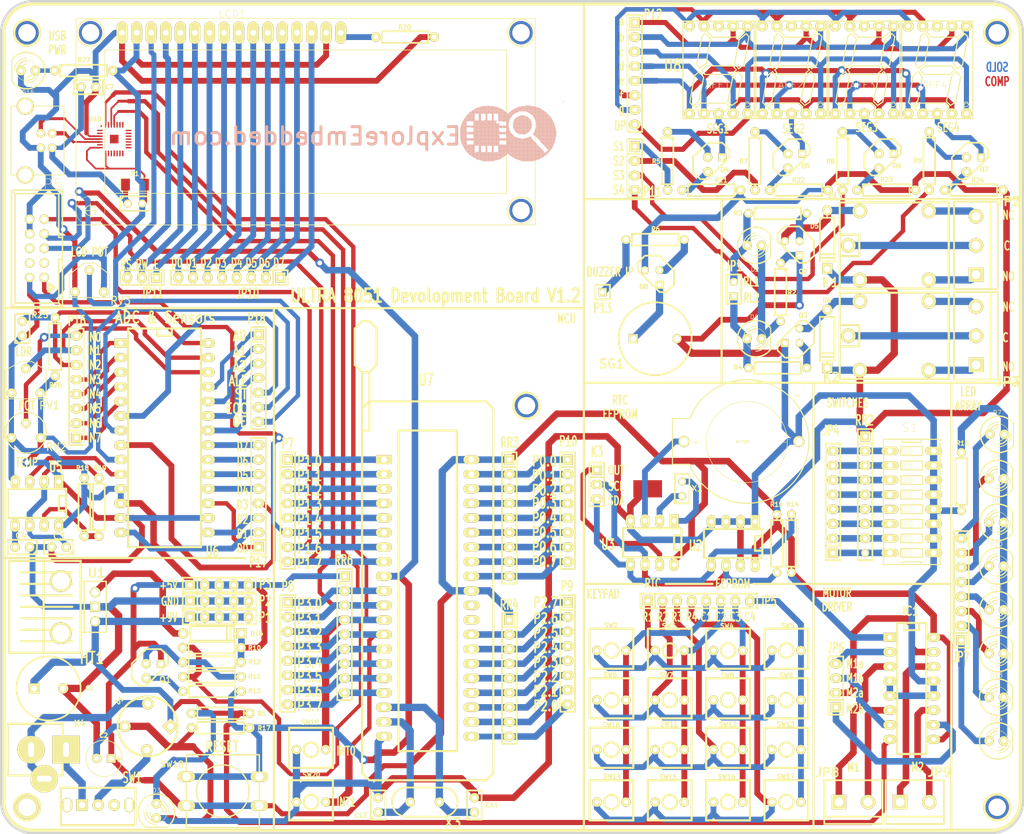
<source format=kicad_pcb>
(kicad_pcb (version 4) (host pcbnew 4.0.5)
  (title_block (date "4 mar 2015"))
  (layers (0 Front signal) (31 Back signal) (34 B.Paste user) (35 F.Paste user) (36 B.SilkS user) (37 F.SilkS user) (38 B.Mask user) (39 F.Mask user) (44 Edge.Cuts user))
  (net 0 "")
  (net 1 +5V)
  (net 2 +9V)
  (net 3 /7Segment/DP)
  (net 4 /7Segment/RL1)
  (net 5 /7Segment/RL2)
  (net 6 /7Segment/SG-1)
  (net 7 /7Segment/SG-2)
  (net 8 /7Segment/SG-3)
  (net 9 /7Segment/SG-4)
  (net 10 /7Segment/SG-5)
  (net 11 /7Segment/SG-6)
  (net 12 /7Segment/SG-7)
  (net 13 /ADC/EOC)
  (net 14 /ADC/IN2)
  (net 15 /ADC/OE)
  (net 16 /DTR)
  (net 17 /INT0)
  (net 18 /INT1)
  (net 19 "/Key Pad/M1a")
  (net 20 "/Key Pad/M1b")
  (net 21 "/Key Pad/M1c")
  (net 22 "/Key Pad/M1d")
  (net 23 "/Key Pad/M2a")
  (net 24 "/Key Pad/M2b")
  (net 25 "/Key Pad/M2c")
  (net 26 "/Key Pad/M2d")
  (net 27 "/Key Pad/OUT")
  (net 28 "/Key Pad/SCL")
  (net 29 "/Key Pad/SDA")
  (net 30 /MISO)
  (net 31 /MOSI)
  (net 32 /RST)
  (net 33 /RXD)
  (net 34 /SCK)
  (net 35 /TXD)
  (net 36 GND)
  (net 37 N-000001)
  (net 38 N-00000100)
  (net 39 N-00000101)
  (net 40 N-00000102)
  (net 41 N-00000109)
  (net 42 N-00000111)
  (net 43 N-00000112)
  (net 44 N-00000113)
  (net 45 N-00000114)
  (net 46 N-00000115)
  (net 47 N-00000116)
  (net 48 N-00000117)
  (net 49 N-00000118)
  (net 50 N-00000119)
  (net 51 N-00000120)
  (net 52 N-00000121)
  (net 53 N-00000122)
  (net 54 N-00000123)
  (net 55 N-00000124)
  (net 56 N-00000125)
  (net 57 N-00000126)
  (net 58 N-00000127)
  (net 59 N-00000128)
  (net 60 N-00000129)
  (net 61 N-00000130)
  (net 62 N-00000131)
  (net 63 N-00000132)
  (net 64 N-00000133)
  (net 65 N-00000134)
  (net 66 N-00000135)
  (net 67 N-00000136)
  (net 68 N-00000137)
  (net 69 N-00000138)
  (net 70 N-00000139)
  (net 71 N-00000140)
  (net 72 N-00000141)
  (net 73 N-00000143)
  (net 74 N-00000144)
  (net 75 N-00000145)
  (net 76 N-00000146)
  (net 77 N-00000147)
  (net 78 N-00000148)
  (net 79 N-00000149)
  (net 80 N-00000150)
  (net 81 N-00000156)
  (net 82 N-00000157)
  (net 83 N-00000163)
  (net 84 N-00000164)
  (net 85 N-00000165)
  (net 86 N-00000166)
  (net 87 N-00000167)
  (net 88 N-00000168)
  (net 89 N-00000169)
  (net 90 N-00000170)
  (net 91 N-00000171)
  (net 92 N-00000172)
  (net 93 N-00000173)
  (net 94 N-00000174)
  (net 95 N-00000175)
  (net 96 N-00000176)
  (net 97 N-00000177)
  (net 98 N-00000178)
  (net 99 N-00000179)
  (net 100 N-00000180)
  (net 101 N-00000181)
  (net 102 N-00000182)
  (net 103 N-00000183)
  (net 104 N-00000184)
  (net 105 N-00000186)
  (net 106 N-00000187)
  (net 107 N-00000188)
  (net 108 N-00000189)
  (net 109 N-0000019)
  (net 110 N-00000190)
  (net 111 N-00000191)
  (net 112 N-00000192)
  (net 113 N-00000193)
  (net 114 N-00000194)
  (net 115 N-00000195)
  (net 116 N-00000196)
  (net 117 N-00000197)
  (net 118 N-00000199)
  (net 119 N-000002)
  (net 120 N-00000200)
  (net 121 N-00000201)
  (net 122 N-0000025)
  (net 123 N-0000027)
  (net 124 N-0000036)
  (net 125 N-0000037)
  (net 126 N-0000038)
  (net 127 N-0000039)
  (net 128 N-000004)
  (net 129 N-0000040)
  (net 130 N-0000042)
  (net 131 N-0000044)
  (net 132 N-0000045)
  (net 133 N-0000046)
  (net 134 N-0000047)
  (net 135 N-0000049)
  (net 136 N-0000050)
  (net 137 N-0000052)
  (net 138 N-0000053)
  (net 139 N-0000054)
  (net 140 N-0000055)
  (net 141 N-0000056)
  (net 142 N-0000057)
  (net 143 N-0000058)
  (net 144 N-0000059)
  (net 145 N-0000060)
  (net 146 N-0000061)
  (net 147 N-0000062)
  (net 148 N-0000063)
  (net 149 N-0000064)
  (net 150 N-0000065)
  (net 151 N-0000066)
  (net 152 N-0000067)
  (net 153 N-0000068)
  (net 154 N-0000069)
  (net 155 N-0000070)
  (net 156 N-0000071)
  (net 157 N-0000080)
  (net 158 N-0000081)
  (net 159 N-0000082)
  (net 160 N-0000083)
  (net 161 N-0000084)
  (net 162 N-0000086)
  (net 163 N-0000087)
  (net 164 N-0000088)
  (net 165 N-0000089)
  (net 166 N-0000090)
  (net 167 N-0000091)
  (net 168 N-0000095)
  (net 169 N-0000099)
  (module LM78XX_v1_XL1 (layer Front) (at 75.88 135.064 180)
    (fp_text reference U1 (at -0.22 5.914 360) (layer F.SilkS) (effects (font (thickness 0.3048))))
    (fp_text value 7805 hide)
    (pad VI thru_hole circle (at 0 -2.54 180) (size 1.778 1.778) (drill 1.143) (layers *.Cu *.Mask F.SilkS) (net 2 +9V))
    (pad GND thru_hole rect (at 0 0 180) (size 1.778 1.778) (drill 1.143) (layers *.Cu *.Mask F.SilkS) (net 36 GND))
    (pad VO thru_hole circle (at 0 2.54 180) (size 1.778 1.778) (drill 1.143) (layers *.Cu *.Mask F.SilkS) (net 130 N-0000042))
    (pad 1 thru_hole circle (at 6 -4.6 180) (size 3.81 3.81) (drill 2.9845) (layers *.Cu *.Mask F.SilkS))
    (pad 2 thru_hole circle (at 6 4.5 180) (size 3.8 3.8) (drill 3) (layers *.Cu *.Mask F.SilkS))
  )
  (module C1 (layer Front) (at 178.115 114.49 90)
    (fp_text reference X1 (at 0.063 2.606 180) (layer F.SilkS) (effects (font (size 1.016 1.016) (thickness 0.2032))))
    (fp_text value CRYSTAL hide)
    (pad 1 thru_hole circle (at -1.27 0 90) (size 1.397 1.397) (drill 0.8128) (layers *.Cu *.Mask F.SilkS) (net 70 N-00000139))
    (pad 2 thru_hole circle (at 1.27 0 90) (size 1.397 1.397) (drill 0.8128) (layers *.Cu *.Mask F.SilkS) (net 71 N-00000140))
    (pad 3 smd rect (at 0 -6 90) (size 3 5) (layers Front F.Paste F.Mask))
  )
  (module RV2 (layer Front) (at 63.815 94.805)
    (fp_text reference RV1 (at 4.085 5.17) (layer F.SilkS) (effects (font (size 1.397 1.27) (thickness 0.2032))))
    (fp_text value TS hide)
    (pad 1 thru_hole circle (at -2.5 3) (size 1.651 1.651) (drill 0.8128) (layers *.Cu *.Mask F.SilkS) (net 1 +5V))
    (pad 2 thru_hole circle (at 0 -1.27) (size 1.651 1.651) (drill 0.8128) (layers *.Cu *.Mask F.SilkS) (net 101 N-00000181))
    (pad 3 thru_hole circle (at 2.5 3) (size 1.651 1.651) (drill 0.8128) (layers *.Cu *.Mask F.SilkS) (net 36 GND))
  )
  (module RV2 (layer Front) (at 74.864 77.66)
    (fp_text reference RV3 (at 5.436 4.04) (layer F.SilkS) (effects (font (size 1.397 1.27) (thickness 0.2032))))
    (fp_text value 10K hide)
    (pad 1 thru_hole circle (at -2.5 2.5) (size 1.651 1.651) (drill 0.8128) (layers *.Cu *.Mask F.SilkS) (net 36 GND))
    (pad 2 thru_hole circle (at 0 -1.27) (size 1.651 1.651) (drill 0.8128) (layers *.Cu *.Mask F.SilkS) (net 105 N-00000186))
    (pad 3 thru_hole circle (at 2.5 2.5) (size 1.651 1.651) (drill 0.8128) (layers *.Cu *.Mask F.SilkS) (net 1 +5V))
  )
  (module USB_B (layer Front) (at 63.688 53.784 270)
    (fp_text reference J1 hide)
    (fp_text value USB_2 hide)
    (pad 1 thru_hole circle (at 1.27 -4.699 270) (size 1.524 1.524) (drill 0.8128) (layers *.Cu *.Mask F.SilkS) (net 122 N-0000025))
    (pad 2 thru_hole circle (at -1.27 -4.699 270) (size 1.524 1.524) (drill 0.8128) (layers *.Cu *.Mask F.SilkS) (net 37 N-000001))
    (pad 3 thru_hole circle (at -1.27 -2.70002 270) (size 1.524 1.524) (drill 0.8128) (layers *.Cu *.Mask F.SilkS) (net 128 N-000004))
    (pad 4 thru_hole circle (at 1.27 -2.70002 270) (size 1.524 1.524) (drill 0.8128) (layers *.Cu *.Mask F.SilkS) (net 36 GND))
    (pad "" thru_hole circle (at 5.99948 0 270) (size 3 3) (drill 2.30124) (layers *.Cu *.Mask F.SilkS))
    (pad 6 thru_hole circle (at -5.99948 0 270) (size 3 3) (drill 2.30124) (layers *.Cu *.Mask F.SilkS))
  )
  (module JACK_ALIM (layer Front) (at 64.704 159.956)
    (fp_text reference K4 (at 8.471 -4.556) (layer F.SilkS) (effects (font (size 1.016 1.016) (thickness 0.254))))
    (fp_text value CONN_3 hide)
    (pad 2 thru_hole circle (at 0 0) (size 4.8006 4.8006) (drill oval 1.02 2.6) (layers *.Cu *.Mask F.SilkS) (net 123 N-0000027))
    (pad 1 thru_hole rect (at 6.096 0) (size 4.8006 4.8006) (drill oval 1.02 2.6) (layers *.Cu *.Mask F.SilkS) (net 135 N-0000049))
    (pad 3 thru_hole circle (at 2.286 5.08) (size 4.8006 4.8006) (drill oval 2.6 1.02) (layers *.Cu *.Mask F.SilkS) (net 123 N-0000027))
  )
  (module 40tex-Ell600 (layer Front) (at 133.792 133.54 270)
    (fp_text reference U7 (at -38.04 0.292 360) (layer F.SilkS) (effects (font (size 2.032 1.27) (thickness 0.3048))))
    (fp_text value AT89S52 hide)
    (pad 1 thru_hole rect (at -24.13 7.62 270) (size 1.5748 2.794) (drill 1.016) (layers *.Cu *.Mask F.SilkS) (net 129 N-0000040))
    (pad 2 thru_hole oval (at -21.59 7.62 270) (size 1.5748 2.794) (drill 1.016) (layers *.Cu *.Mask F.SilkS) (net 127 N-0000039))
    (pad 3 thru_hole oval (at -19.05 7.62 270) (size 1.5748 2.794) (drill 1.016) (layers *.Cu *.Mask F.SilkS) (net 126 N-0000038))
    (pad 4 thru_hole oval (at -16.51 7.62 270) (size 1.5748 2.794) (drill 1.016) (layers *.Cu *.Mask F.SilkS) (net 125 N-0000037))
    (pad 5 thru_hole oval (at -13.97 7.62 270) (size 1.5748 2.794) (drill 1.016) (layers *.Cu *.Mask F.SilkS) (net 124 N-0000036))
    (pad 6 thru_hole oval (at -11.43 7.62 270) (size 1.5748 2.794) (drill 1.016) (layers *.Cu *.Mask F.SilkS) (net 31 /MOSI))
    (pad 7 thru_hole oval (at -8.89 7.62 270) (size 1.5748 2.794) (drill 1.016) (layers *.Cu *.Mask F.SilkS) (net 30 /MISO))
    (pad 8 thru_hole oval (at -6.35 7.62 270) (size 1.5748 2.794) (drill 1.016) (layers *.Cu *.Mask F.SilkS) (net 34 /SCK))
    (pad 9 thru_hole oval (at -3.81 7.62 270) (size 1.5748 2.794) (drill 1.016) (layers *.Cu *.Mask F.SilkS) (net 32 /RST))
    (pad 10 thru_hole oval (at -1.27 7.62 270) (size 1.5748 2.794) (drill 1.016) (layers *.Cu *.Mask F.SilkS) (net 33 /RXD))
    (pad 11 thru_hole oval (at 1.27 7.62 270) (size 1.5748 2.794) (drill 1.016) (layers *.Cu *.Mask F.SilkS) (net 35 /TXD))
    (pad 12 thru_hole oval (at 3.81 7.62 270) (size 1.5748 2.794) (drill 1.016) (layers *.Cu *.Mask F.SilkS) (net 17 /INT0))
    (pad 13 thru_hole oval (at 6.35 7.62 270) (size 1.5748 2.794) (drill 1.016) (layers *.Cu *.Mask F.SilkS) (net 18 /INT1))
    (pad 14 thru_hole oval (at 8.89 7.62 270) (size 1.5748 2.794) (drill 1.016) (layers *.Cu *.Mask F.SilkS) (net 137 N-0000052))
    (pad 15 thru_hole oval (at 11.43 7.62 270) (size 1.5748 2.794) (drill 1.016) (layers *.Cu *.Mask F.SilkS) (net 140 N-0000055))
    (pad 16 thru_hole oval (at 13.97 7.62 270) (size 1.5748 2.794) (drill 1.016) (layers *.Cu *.Mask F.SilkS) (net 139 N-0000054))
    (pad 17 thru_hole oval (at 16.51 7.62 270) (size 1.5748 2.794) (drill 1.016) (layers *.Cu *.Mask F.SilkS) (net 138 N-0000053))
    (pad 18 thru_hole oval (at 19.05 7.62 270) (size 1.5748 2.794) (drill 1.016) (layers *.Cu *.Mask F.SilkS) (net 132 N-0000045))
    (pad 19 thru_hole oval (at 21.59 7.62 270) (size 1.5748 2.794) (drill 1.016) (layers *.Cu *.Mask F.SilkS) (net 131 N-0000044))
    (pad 20 thru_hole oval (at 24.13 7.62 270) (size 1.5748 2.794) (drill 1.016) (layers *.Cu *.Mask F.SilkS) (net 36 GND))
    (pad 21 thru_hole oval (at 24.13 -7.62 270) (size 1.5748 2.794) (drill 1.016) (layers *.Cu *.Mask F.SilkS) (net 141 N-0000056))
    (pad 22 thru_hole oval (at 21.59 -7.62 270) (size 1.5748 2.794) (drill 1.016) (layers *.Cu *.Mask F.SilkS) (net 142 N-0000057))
    (pad 23 thru_hole oval (at 19.05 -7.62 270) (size 1.5748 2.794) (drill 1.016) (layers *.Cu *.Mask F.SilkS) (net 143 N-0000058))
    (pad 24 thru_hole oval (at 16.51 -7.62 270) (size 1.5748 2.794) (drill 1.016) (layers *.Cu *.Mask F.SilkS) (net 144 N-0000059))
    (pad 25 thru_hole oval (at 13.97 -7.62 270) (size 1.5748 2.794) (drill 1.016) (layers *.Cu *.Mask F.SilkS) (net 145 N-0000060))
    (pad 26 thru_hole oval (at 11.43 -7.62 270) (size 1.5748 2.794) (drill 1.016) (layers *.Cu *.Mask F.SilkS) (net 146 N-0000061))
    (pad 27 thru_hole oval (at 8.89 -7.62 270) (size 1.5748 2.794) (drill 1.016) (layers *.Cu *.Mask F.SilkS) (net 147 N-0000062))
    (pad 28 thru_hole oval (at 6.35 -7.62 270) (size 1.5748 2.794) (drill 1.016) (layers *.Cu *.Mask F.SilkS) (net 148 N-0000063))
    (pad 29 thru_hole oval (at 3.81 -7.62 270) (size 1.5748 2.794) (drill 1.016) (layers *.Cu *.Mask F.SilkS))
    (pad 30 thru_hole oval (at 1.27 -7.62 270) (size 1.5748 2.794) (drill 1.016) (layers *.Cu *.Mask F.SilkS))
    (pad 31 thru_hole oval (at -1.27 -7.62 270) (size 1.5748 2.794) (drill 1.016) (layers *.Cu *.Mask F.SilkS) (net 1 +5V))
    (pad 32 thru_hole oval (at -3.81 -7.62 270) (size 1.5748 2.794) (drill 1.016) (layers *.Cu *.Mask F.SilkS) (net 150 N-0000065))
    (pad 33 thru_hole oval (at -6.35 -7.62 270) (size 1.5748 2.794) (drill 1.016) (layers *.Cu *.Mask F.SilkS) (net 151 N-0000066))
    (pad 34 thru_hole oval (at -8.89 -7.62 270) (size 1.5748 2.794) (drill 1.016) (layers *.Cu *.Mask F.SilkS) (net 152 N-0000067))
    (pad 35 thru_hole oval (at -11.43 -7.62 270) (size 1.5748 2.794) (drill 1.016) (layers *.Cu *.Mask F.SilkS) (net 153 N-0000068))
    (pad 36 thru_hole oval (at -13.97 -7.62 270) (size 1.5748 2.794) (drill 1.016) (layers *.Cu *.Mask F.SilkS) (net 154 N-0000069))
    (pad 37 thru_hole oval (at -16.51 -7.62 270) (size 1.5748 2.794) (drill 1.016) (layers *.Cu *.Mask F.SilkS) (net 155 N-0000070))
    (pad 38 thru_hole oval (at -19.05 -7.62 270) (size 1.5748 2.794) (drill 1.016) (layers *.Cu *.Mask F.SilkS) (net 149 N-0000064))
    (pad 39 thru_hole oval (at -21.59 -7.62 270) (size 1.5748 2.794) (drill 1.016) (layers *.Cu *.Mask F.SilkS) (net 156 N-0000071))
    (pad 40 thru_hole oval (at -24.13 -7.62 270) (size 1.5748 2.794) (drill 1.016) (layers *.Cu *.Mask F.SilkS) (net 1 +5V))
  )
  (module SIL-9 (layer Front) (at 119.314 139.89 270)
    (fp_text reference RR6 (at -12.94 0.139 360) (layer F.SilkS) (effects (font (size 1.72974 1.08712) (thickness 0.27178))))
    (fp_text value RR8 hide)
    (pad 1 thru_hole rect (at -10.16 0 270) (size 1.778 1.778) (drill 0.8128) (layers *.Cu *.Mask F.SilkS) (net 1 +5V))
    (pad 2 thru_hole oval (at -7.62 0 270) (size 1.651 2.032) (drill 0.8128) (layers *.Cu *.Mask F.SilkS) (net 33 /RXD))
    (pad 3 thru_hole oval (at -5.08 0 270) (size 1.651 2.032) (drill 0.8128) (layers *.Cu *.Mask F.SilkS) (net 35 /TXD))
    (pad 4 thru_hole oval (at -2.54 0 270) (size 1.651 2.032) (drill 0.8128) (layers *.Cu *.Mask F.SilkS) (net 17 /INT0))
    (pad 5 thru_hole oval (at 0 0 270) (size 1.651 2.032) (drill 0.8128) (layers *.Cu *.Mask F.SilkS) (net 18 /INT1))
    (pad 6 thru_hole oval (at 2.54 0 270) (size 1.651 2.032) (drill 0.8128) (layers *.Cu *.Mask F.SilkS) (net 137 N-0000052))
    (pad 7 thru_hole oval (at 5.08 0 270) (size 1.651 2.032) (drill 0.8128) (layers *.Cu *.Mask F.SilkS) (net 140 N-0000055))
    (pad 8 thru_hole oval (at 7.62 0 270) (size 1.651 2.032) (drill 0.8128) (layers *.Cu *.Mask F.SilkS) (net 139 N-0000054))
    (pad 9 thru_hole oval (at 10.16 0 270) (size 1.651 2.032) (drill 0.8128) (layers *.Cu *.Mask F.SilkS) (net 138 N-0000053))
  )
  (module SIL-9 (layer Front) (at 148.016 147.51 270)
    (fp_text reference RR4 (at -12.81 0.016 360) (layer F.SilkS) (effects (font (size 1.72974 1.08712) (thickness 0.27178))))
    (fp_text value RR8 hide)
    (pad 1 thru_hole rect (at -10.16 0 270) (size 1.778 1.778) (drill 0.8128) (layers *.Cu *.Mask F.SilkS) (net 1 +5V))
    (pad 2 thru_hole oval (at -7.62 0 270) (size 1.651 2.032) (drill 0.8128) (layers *.Cu *.Mask F.SilkS) (net 148 N-0000063))
    (pad 3 thru_hole oval (at -5.08 0 270) (size 1.651 2.032) (drill 0.8128) (layers *.Cu *.Mask F.SilkS) (net 147 N-0000062))
    (pad 4 thru_hole oval (at -2.54 0 270) (size 1.651 2.032) (drill 0.8128) (layers *.Cu *.Mask F.SilkS) (net 146 N-0000061))
    (pad 5 thru_hole oval (at 0 0 270) (size 1.651 2.032) (drill 0.8128) (layers *.Cu *.Mask F.SilkS) (net 145 N-0000060))
    (pad 6 thru_hole oval (at 2.54 0 270) (size 1.651 2.032) (drill 0.8128) (layers *.Cu *.Mask F.SilkS) (net 144 N-0000059))
    (pad 7 thru_hole oval (at 5.08 0 270) (size 1.651 2.032) (drill 0.8128) (layers *.Cu *.Mask F.SilkS) (net 143 N-0000058))
    (pad 8 thru_hole oval (at 7.62 0 270) (size 1.651 2.032) (drill 0.8128) (layers *.Cu *.Mask F.SilkS) (net 142 N-0000057))
    (pad 9 thru_hole oval (at 10.16 0 270) (size 1.651 2.032) (drill 0.8128) (layers *.Cu *.Mask F.SilkS) (net 141 N-0000056))
  )
  (module R4 (layer Front) (at 206.055 57.34 270)
    (fp_text reference R8 (at 0.064 2.093 360) (layer F.SilkS) (effects (font (size 0.762 0.762) (thickness 0.1905))))
    (fp_text value 1K hide)
    (pad 1 thru_hole circle (at -5.08 0 270) (size 1.651 1.651) (drill 0.8128) (layers *.Cu *.Mask F.SilkS) (net 57 N-00000126))
    (pad 2 thru_hole circle (at 5.08 0 270) (size 1.651 1.651) (drill 0.8128) (layers *.Cu *.Mask F.SilkS) (net 163 N-0000087))
  )
  (module R4 (layer Front) (at 190.815 57.34 270)
    (fp_text reference R7 (at 0.064 1.966 360) (layer F.SilkS) (effects (font (size 0.762 0.762) (thickness 0.1905))))
    (fp_text value 1K hide)
    (pad 1 thru_hole circle (at -5.08 0 270) (size 1.651 1.651) (drill 0.8128) (layers *.Cu *.Mask F.SilkS) (net 60 N-00000129))
    (pad 2 thru_hole circle (at 5.08 0 270) (size 1.651 1.651) (drill 0.8128) (layers *.Cu *.Mask F.SilkS) (net 164 N-0000088))
  )
  (module R4 (layer Front) (at 173.416 71.056)
    (fp_text reference R6 (at 0.066 -1.841) (layer F.SilkS) (effects (font (size 0.762 0.762) (thickness 0.1905))))
    (fp_text value 1K hide)
    (pad 1 thru_hole circle (at -5.08 0) (size 1.524 1.524) (drill 0.8128) (layers *.Cu *.Mask F.SilkS) (net 167 N-0000091))
    (pad 2 thru_hole circle (at 5.08 0) (size 1.524 1.524) (drill 0.8128) (layers *.Cu *.Mask F.SilkS) (net 166 N-0000090))
  )
  (module R4 (layer Front) (at 175.575 57.34 270)
    (fp_text reference R5 (at 0.064 1.966 360) (layer F.SilkS) (effects (font (size 0.762 0.762) (thickness 0.1905))))
    (fp_text value 1K hide)
    (pad 1 thru_hole circle (at -5.08 0 270) (size 1.651 1.651) (drill 0.8128) (layers *.Cu *.Mask F.SilkS) (net 59 N-00000128))
    (pad 2 thru_hole circle (at 5.08 0 270) (size 1.651 1.651) (drill 0.8128) (layers *.Cu *.Mask F.SilkS) (net 160 N-0000083))
  )
  (module SIL-9 (layer Front) (at 209.992 115.506 270)
    (fp_text reference RR2 (at -12.956 0.117 360) (layer F.SilkS) (effects (font (size 1.72974 1.08712) (thickness 0.27178))))
    (fp_text value RR8 hide)
    (pad 1 thru_hole rect (at -10.16 0 270) (size 1.778 1.778) (drill 0.8128) (layers *.Cu *.Mask F.SilkS) (net 1 +5V))
    (pad 2 thru_hole oval (at -7.62 0 270) (size 1.651 2.032) (drill 0.8128) (layers *.Cu *.Mask F.SilkS) (net 45 N-00000114))
    (pad 3 thru_hole oval (at -5.08 0 270) (size 1.651 2.032) (drill 0.8128) (layers *.Cu *.Mask F.SilkS) (net 55 N-00000124))
    (pad 4 thru_hole oval (at -2.54 0 270) (size 1.651 2.032) (drill 0.8128) (layers *.Cu *.Mask F.SilkS) (net 54 N-00000123))
    (pad 5 thru_hole oval (at 0 0 270) (size 1.651 2.032) (drill 0.8128) (layers *.Cu *.Mask F.SilkS) (net 53 N-00000122))
    (pad 6 thru_hole oval (at 2.54 0 270) (size 1.651 2.032) (drill 0.8128) (layers *.Cu *.Mask F.SilkS) (net 52 N-00000121))
    (pad 7 thru_hole oval (at 5.08 0 270) (size 1.651 2.032) (drill 0.8128) (layers *.Cu *.Mask F.SilkS) (net 51 N-00000120))
    (pad 8 thru_hole oval (at 7.62 0 270) (size 1.651 2.032) (drill 0.8128) (layers *.Cu *.Mask F.SilkS) (net 50 N-00000119))
    (pad 9 thru_hole circle (at 10.16 0 270) (size 1.397 1.397) (drill 0.8128) (layers *.Cu *.Mask F.SilkS) (net 49 N-00000118))
  )
  (module C1 (layer Front) (at 63.18 124.65 180)
    (fp_text reference C4 (at 0.205 2 180) (layer F.SilkS) (effects (font (size 1.016 1.016) (thickness 0.2032))))
    (fp_text value 0.1uF hide)
    (pad 1 thru_hole circle (at -1.27 0 180) (size 1.651 1.651) (drill 0.8128) (layers *.Cu *.Mask F.SilkS) (net 36 GND))
    (pad 2 thru_hole circle (at 1.27 0 180) (size 1.651 1.651) (drill 0.8128) (layers *.Cu *.Mask F.SilkS) (net 97 N-00000177))
  )
  (module C1 (layer Front) (at 69.53 124.65 180)
    (fp_text reference C3 (at -0.02 1.9 180) (layer F.SilkS) (effects (font (size 1.016 1.016) (thickness 0.2032))))
    (fp_text value CP1 hide)
    (pad 1 thru_hole circle (at -1.27 0 180) (size 1.651 1.651) (drill 0.8128) (layers *.Cu *.Mask F.SilkS) (net 112 N-00000192))
    (pad 2 thru_hole circle (at 1.27 0 180) (size 1.651 1.651) (drill 0.8128) (layers *.Cu *.Mask F.SilkS) (net 36 GND))
  )
  (module C1 (layer Front) (at 125.156 169.608 90)
    (fp_text reference C12 (at -1.778 -3.048 180) (layer F.SilkS) (effects (font (size 0.762 0.762) (thickness 0.1905))))
    (fp_text value 22pF hide)
    (pad 1 thru_hole circle (at -1.27 0 90) (size 1.651 1.651) (drill 0.8128) (layers *.Cu *.Mask F.SilkS) (net 131 N-0000044))
    (pad 2 thru_hole circle (at 1.27 0 90) (size 1.651 1.651) (drill 0.8128) (layers *.Cu *.Mask F.SilkS) (net 36 GND))
  )
  (module C1 (layer Front) (at 141.92 169.608 90)
    (fp_text reference C11 (at 0 3.048 180) (layer F.SilkS) (effects (font (size 0.762 0.762) (thickness 0.1905))))
    (fp_text value 22pF hide)
    (pad 1 thru_hole circle (at -1.27 0 90) (size 1.651 1.651) (drill 0.8128) (layers *.Cu *.Mask F.SilkS) (net 132 N-0000045))
    (pad 2 thru_hole circle (at 1.27 0 90) (size 1.651 1.651) (drill 0.8128) (layers *.Cu *.Mask F.SilkS) (net 36 GND))
  )
  (module C1V7 (layer Front) (at 77.404 161.48 180)
    (fp_text reference C2 (at 0.061 4 180) (layer F.SilkS) (effects (font (size 0.762 0.762) (thickness 0.1905))))
    (fp_text value "100uF, 25V" hide)
    (fp_text user + (at -2.54 0 180) (layer F.SilkS) (effects (font (size 1.143 1.143) (thickness 0.28702))))
    (pad 1 thru_hole rect (at -1.27 0 180) (size 1.524 1.524) (drill 0.8128) (layers *.Cu *.Mask F.SilkS) (net 1 +5V))
    (pad 2 thru_hole circle (at 1.27 0 180) (size 1.651 1.651) (drill 0.8128) (layers *.Cu *.Mask F.SilkS) (net 36 GND))
  )
  (module C2V10 (layer Front) (at 67.752 149.288)
    (fp_text reference C1 (at 7.178 -0.063) (layer F.SilkS) (effects (font (size 0.762 0.762) (thickness 0.1905))))
    (fp_text value "1000uF, 25V" hide)
    (pad 1 thru_hole rect (at -2.54 0) (size 1.778 1.778) (drill 1.016) (layers *.Cu *.Mask F.SilkS) (net 2 +9V))
    (pad 2 thru_hole circle (at 2.54 0) (size 1.778 1.778) (drill 1.016) (layers *.Cu *.Mask F.SilkS) (net 36 GND))
  )
  (module D4 (layer Front) (at 203.388 88.328 270)
    (fp_text reference D6 (at -6.667 0.061 360) (layer F.SilkS) (effects (font (size 0.762 0.762) (thickness 0.1905))))
    (fp_text value 1N40XX hide)
    (pad 1 thru_hole circle (at -5.08 0 270) (size 1.778 1.778) (drill 1.016) (layers *.Cu *.Mask F.SilkS) (net 159 N-0000082))
    (pad 2 thru_hole rect (at 5.08 0 270) (size 1.778 1.778) (drill 1.016) (layers *.Cu *.Mask F.SilkS) (net 1 +5V))
  )
  (module DIP-16__300_ELL (layer Front) (at 218.12 149.288 270)
    (fp_text reference IC1 (at -13.488 0.195 360) (layer F.SilkS) (effects (font (size 1.524 1.143) (thickness 0.28702))))
    (fp_text value L293D hide)
    (pad 1 thru_hole rect (at -8.89 3.81 270) (size 1.5748 2.286) (drill 0.8128) (layers *.Cu *.Mask F.SilkS) (net 1 +5V))
    (pad 2 thru_hole oval (at -6.35 3.81 270) (size 1.5748 2.286) (drill 0.8128) (layers *.Cu *.Mask F.SilkS) (net 19 "/Key Pad/M1a"))
    (pad 3 thru_hole oval (at -3.81 3.81 270) (size 1.5748 2.286) (drill 0.8128) (layers *.Cu *.Mask F.SilkS) (net 21 "/Key Pad/M1c"))
    (pad 4 thru_hole oval (at -1.27 3.81 270) (size 1.5748 2.286) (drill 0.8128) (layers *.Cu *.Mask F.SilkS) (net 36 GND))
    (pad 5 thru_hole oval (at 1.27 3.81 270) (size 1.5748 2.286) (drill 0.8128) (layers *.Cu *.Mask F.SilkS) (net 36 GND))
    (pad 6 thru_hole oval (at 3.81 3.81 270) (size 1.5748 2.286) (drill 0.8128) (layers *.Cu *.Mask F.SilkS) (net 22 "/Key Pad/M1d"))
    (pad 7 thru_hole oval (at 6.35 3.81 270) (size 1.5748 2.286) (drill 0.8128) (layers *.Cu *.Mask F.SilkS) (net 20 "/Key Pad/M1b"))
    (pad 8 thru_hole oval (at 8.89 3.81 270) (size 1.5748 2.286) (drill 0.8128) (layers *.Cu *.Mask F.SilkS) (net 2 +9V))
    (pad 9 thru_hole oval (at 8.89 -3.81 270) (size 1.5748 2.286) (drill 0.8128) (layers *.Cu *.Mask F.SilkS) (net 1 +5V))
    (pad 10 thru_hole oval (at 6.35 -3.81 270) (size 1.5748 2.286) (drill 0.8128) (layers *.Cu *.Mask F.SilkS) (net 24 "/Key Pad/M2b"))
    (pad 11 thru_hole oval (at 3.81 -3.81 270) (size 1.5748 2.286) (drill 0.8128) (layers *.Cu *.Mask F.SilkS) (net 26 "/Key Pad/M2d"))
    (pad 12 thru_hole oval (at 1.27 -3.81 270) (size 1.5748 2.286) (drill 0.8128) (layers *.Cu *.Mask F.SilkS) (net 36 GND))
    (pad 13 thru_hole oval (at -1.27 -3.81 270) (size 1.5748 2.286) (drill 0.8128) (layers *.Cu *.Mask F.SilkS) (net 36 GND))
    (pad 14 thru_hole oval (at -3.81 -3.81 270) (size 1.5748 2.286) (drill 0.8128) (layers *.Cu *.Mask F.SilkS) (net 25 "/Key Pad/M2c"))
    (pad 15 thru_hole oval (at -6.35 -3.81 270) (size 1.5748 2.286) (drill 0.8128) (layers *.Cu *.Mask F.SilkS) (net 23 "/Key Pad/M2a"))
    (pad 16 thru_hole oval (at -8.89 -3.81 270) (size 1.5748 2.286) (drill 0.8128) (layers *.Cu *.Mask F.SilkS) (net 1 +5V))
  )
  (module LED-5MM (layer Front) (at 190.688 88.328)
    (fp_text reference D4 (at 0 -3.81) (layer F.SilkS) (effects (font (size 0.762 0.762) (thickness 0.0889))))
    (fp_text value RL2 hide)
    (pad 1 thru_hole circle (at -1.27 0) (size 1.6764 1.6764) (drill 0.8128) (layers *.Cu *.Mask F.Paste F.SilkS) (net 5 /7Segment/RL2))
    (pad 2 thru_hole circle (at 1.27 0) (size 1.6764 1.6764) (drill 0.8128) (layers *.Cu *.Mask F.Paste F.SilkS) (net 48 N-00000117))
  )
  (module LED-5MM (layer Front) (at 86.548 170.624 270)
    (fp_text reference D3 (at -3.556 0 360) (layer F.SilkS) (effects (font (size 0.762 0.762) (thickness 0.0889))))
    (fp_text value LED hide)
    (pad 1 thru_hole circle (at -1.27 0 270) (size 1.6764 1.6764) (drill 0.8128) (layers *.Cu *.Mask F.Paste F.SilkS) (net 133 N-0000046))
    (pad 2 thru_hole circle (at 1.27 0 270) (size 1.6764 1.6764) (drill 0.8128) (layers *.Cu *.Mask F.Paste F.SilkS) (net 36 GND))
  )
  (module R4 (layer Front) (at 195.26 80.2 270)
    (fp_text reference R2 (at 0.064 -1.971 360) (layer F.SilkS) (effects (font (size 0.762 0.762) (thickness 0.1905))))
    (fp_text value 470 hide)
    (pad 1 thru_hole circle (at -5.08 0 270) (size 1.524 1.524) (drill 0.8128) (layers *.Cu *.Mask F.SilkS) (net 36 GND))
    (pad 2 thru_hole circle (at 5.08 0 270) (size 1.524 1.524) (drill 0.8128) (layers *.Cu *.Mask F.SilkS) (net 48 N-00000117))
  )
  (module R4 (layer Front) (at 97.724 153.606)
    (fp_text reference R1 (at 7.178 0.064) (layer F.SilkS) (effects (font (size 0.762 0.762) (thickness 0.1905))))
    (fp_text value 10K hide)
    (pad 1 thru_hole circle (at -5.08 0) (size 1.651 1.651) (drill 0.8128) (layers *.Cu *.Mask F.SilkS) (net 133 N-0000046))
    (pad 2 thru_hole circle (at 5.08 0) (size 1.651 1.651) (drill 0.8128) (layers *.Cu *.Mask F.SilkS) (net 2 +9V))
  )
  (module R4 (layer Front) (at 76.515 117.665 90)
    (fp_text reference R19 (at 6.794 0.193 180) (layer F.SilkS) (effects (font (size 0.762 0.762) (thickness 0.1905))))
    (fp_text value 2.2K hide)
    (pad 1 thru_hole circle (at -5.08 0 90) (size 1.651 1.651) (drill 0.8128) (layers *.Cu *.Mask F.SilkS) (net 98 N-00000178))
    (pad 2 thru_hole circle (at 5.08 0 90) (size 1.651 1.651) (drill 0.8128) (layers *.Cu *.Mask F.SilkS) (net 112 N-00000192))
  )
  (module R4 (layer Front) (at 73.975 117.665 270)
    (fp_text reference R18 (at -6.794 0.315 360) (layer F.SilkS) (effects (font (size 0.762 0.762) (thickness 0.1905))))
    (fp_text value 220 hide)
    (pad 1 thru_hole circle (at -5.08 0 270) (size 1.651 1.651) (drill 0.8128) (layers *.Cu *.Mask F.SilkS) (net 1 +5V))
    (pad 2 thru_hole circle (at 5.08 0 270) (size 1.651 1.651) (drill 0.8128) (layers *.Cu *.Mask F.SilkS) (net 98 N-00000178))
  )
  (module R4 (layer Front) (at 97.724 156.146 180)
    (fp_text reference R17 (at -7.559 -0.064 180) (layer F.SilkS) (effects (font (size 0.762 0.762) (thickness 0.1905))))
    (fp_text value 10K hide)
    (pad 1 thru_hole circle (at -5.08 0 180) (size 1.651 1.651) (drill 0.8128) (layers *.Cu *.Mask F.SilkS) (net 32 /RST))
    (pad 2 thru_hole circle (at 5.08 0 180) (size 1.651 1.651) (drill 0.8128) (layers *.Cu *.Mask F.SilkS) (net 36 GND))
  )
  (module R4 (layer Front) (at 226.756 113.22 90)
    (fp_text reference R16 (at 6.667 0.193 180) (layer F.SilkS) (effects (font (size 0.762 0.762) (thickness 0.1905))))
    (fp_text value 470 hide)
    (pad 1 thru_hole circle (at -5.08 0 90) (size 1.524 1.524) (drill 0.8128) (layers *.Cu *.Mask F.SilkS) (net 36 GND))
    (pad 2 thru_hole circle (at 5.08 0 90) (size 1.524 1.524) (drill 0.8128) (layers *.Cu *.Mask F.SilkS) (net 82 N-00000157))
  )
  (module R4 (layer Front) (at 194.752 93.408)
    (fp_text reference R4 (at -6.919 -0.063) (layer F.SilkS) (effects (font (size 0.762 0.762) (thickness 0.1905))))
    (fp_text value 1K hide)
    (pad 1 thru_hole circle (at -5.08 0) (size 1.524 1.524) (drill 0.8128) (layers *.Cu *.Mask F.SilkS) (net 5 /7Segment/RL2))
    (pad 2 thru_hole circle (at 5.08 0) (size 1.524 1.524) (drill 0.8128) (layers *.Cu *.Mask F.SilkS) (net 158 N-0000081))
  )
  (module R4 (layer Front) (at 194.752 66.484)
    (fp_text reference R3 (at -6.919 -0.063) (layer F.SilkS) (effects (font (size 0.762 0.762) (thickness 0.1905))))
    (fp_text value 1K hide)
    (pad 1 thru_hole circle (at -5.08 0) (size 1.524 1.524) (drill 0.8128) (layers *.Cu *.Mask F.SilkS) (net 4 /7Segment/RL1))
    (pad 2 thru_hole circle (at 5.08 0) (size 1.524 1.524) (drill 0.8128) (layers *.Cu *.Mask F.SilkS) (net 157 N-0000080))
  )
  (module RV2 (layer Front) (at 63.815 104.33)
    (fp_text reference RV2 (at 5.26 2.895) (layer F.SilkS) (effects (font (size 1.397 1.27) (thickness 0.2032))))
    (fp_text value POT hide)
    (pad 1 thru_hole circle (at -2.54 1.27) (size 1.651 1.651) (drill 0.8128) (layers *.Cu *.Mask F.SilkS) (net 1 +5V))
    (pad 2 thru_hole circle (at 0 -1.27) (size 1.651 1.651) (drill 0.8128) (layers *.Cu *.Mask F.SilkS) (net 100 N-00000180))
    (pad 3 thru_hole circle (at 2.54 1.27) (size 1.651 1.651) (drill 0.8128) (layers *.Cu *.Mask F.SilkS) (net 36 GND))
  )
  (module SIL-3 (layer Front) (at 163.256 113.728 270)
    (fp_text reference K3 (at -5.703 -0.044 360) (layer F.SilkS) (effects (font (size 1.7907 1.07696) (thickness 0.26924))))
    (fp_text value I2C hide)
    (pad 1 thru_hole rect (at -2.54 0 270) (size 1.778 1.778) (drill 0.8128) (layers *.Cu *.Mask F.SilkS) (net 27 "/Key Pad/OUT"))
    (pad 2 thru_hole oval (at 0 0 270) (size 1.651 2.032) (drill 0.8128) (layers *.Cu *.Mask F.SilkS) (net 28 "/Key Pad/SCL"))
    (pad 3 thru_hole oval (at 2.54 0 270) (size 1.651 2.032) (drill 0.8128) (layers *.Cu *.Mask F.SilkS) (net 29 "/Key Pad/SDA"))
  )
  (module SIL-5 (layer Front) (at 98.74 131.254)
    (fp_text reference P3 (at 6.76 -0.104) (layer F.SilkS) (effects (font (size 1.72974 1.08712) (thickness 0.27178))))
    (fp_text value CONN_5 hide)
    (pad 1 thru_hole rect (at -6.35 0) (size 1.778 1.778) (drill 0.8128) (layers *.Cu *.Mask F.SilkS) (net 1 +5V))
    (pad 2 thru_hole oval (at -3.81 0) (size 1.651 2.032) (drill 0.8128) (layers *.Cu *.Mask F.SilkS) (net 1 +5V))
    (pad 3 thru_hole oval (at -1.27 0) (size 1.651 2.032) (drill 0.8128) (layers *.Cu *.Mask F.SilkS) (net 1 +5V))
    (pad 4 thru_hole oval (at 1.27 0) (size 1.651 2.032) (drill 0.8128) (layers *.Cu *.Mask F.SilkS) (net 1 +5V))
    (pad 5 thru_hole oval (at 3.81 0) (size 1.651 2.032) (drill 0.8128) (layers *.Cu *.Mask F.SilkS) (net 1 +5V))
  )
  (module SIL-5 (layer Front) (at 98.74 134.048)
    (fp_text reference P2 (at 6.71 -0.048) (layer F.SilkS) (effects (font (size 1.72974 1.08712) (thickness 0.27178))))
    (fp_text value CONN_5 hide)
    (pad 1 thru_hole rect (at -6.35 0) (size 1.778 1.778) (drill 0.8128) (layers *.Cu *.Mask F.SilkS) (net 36 GND))
    (pad 2 thru_hole oval (at -3.81 0) (size 1.651 2.032) (drill 0.8128) (layers *.Cu *.Mask F.SilkS) (net 36 GND))
    (pad 3 thru_hole oval (at -1.27 0) (size 1.651 2.032) (drill 0.8128) (layers *.Cu *.Mask F.SilkS) (net 36 GND))
    (pad 4 thru_hole oval (at 1.27 0) (size 1.651 2.032) (drill 0.8128) (layers *.Cu *.Mask F.SilkS) (net 36 GND))
    (pad 5 thru_hole oval (at 3.81 0) (size 1.651 2.032) (drill 0.8128) (layers *.Cu *.Mask F.SilkS) (net 36 GND))
  )
  (module SIL-5 (layer Front) (at 98.74 136.842)
    (fp_text reference P1 (at 6.71 0.058) (layer F.SilkS) (effects (font (size 1.72974 1.08712) (thickness 0.27178))))
    (fp_text value CONN_5 hide)
    (pad 1 thru_hole rect (at -6.35 0) (size 1.778 1.778) (drill 0.8128) (layers *.Cu *.Mask F.SilkS) (net 2 +9V))
    (pad 2 thru_hole oval (at -3.81 0) (size 1.651 2.032) (drill 0.8128) (layers *.Cu *.Mask F.SilkS) (net 2 +9V))
    (pad 3 thru_hole oval (at -1.27 0) (size 1.651 2.032) (drill 0.8128) (layers *.Cu *.Mask F.SilkS) (net 2 +9V))
    (pad 4 thru_hole oval (at 1.27 0) (size 1.651 2.032) (drill 0.8128) (layers *.Cu *.Mask F.SilkS) (net 2 +9V))
    (pad 5 thru_hole oval (at 3.81 0) (size 1.651 2.032) (drill 0.8128) (layers *.Cu *.Mask F.SilkS) (net 2 +9V))
  )
  (module SIL-8 (layer Front) (at 169.86 42.1 270)
    (fp_text reference P12 (at -10.25 -3.19 360) (layer F.SilkS) (effects (font (size 1.72974 1.08712) (thickness 0.27178))))
    (fp_text value CONN_8 hide)
    (pad 1 thru_hole rect (at -8.89 0 270) (size 1.778 1.778) (drill 0.8128) (layers *.Cu *.Mask F.SilkS) (net 6 /7Segment/SG-1))
    (pad 2 thru_hole oval (at -6.35 0 270) (size 1.651 2.032) (drill 0.8128) (layers *.Cu *.Mask F.SilkS) (net 7 /7Segment/SG-2))
    (pad 3 thru_hole oval (at -3.81 0 270) (size 1.651 2.032) (drill 0.8128) (layers *.Cu *.Mask F.SilkS) (net 8 /7Segment/SG-3))
    (pad 4 thru_hole oval (at -1.27 0 270) (size 1.651 2.032) (drill 0.8128) (layers *.Cu *.Mask F.SilkS) (net 9 /7Segment/SG-4))
    (pad 5 thru_hole oval (at 1.27 0 270) (size 1.651 2.032) (drill 0.8128) (layers *.Cu *.Mask F.SilkS) (net 10 /7Segment/SG-5))
    (pad 6 thru_hole oval (at 3.81 0 270) (size 1.651 2.032) (drill 0.8128) (layers *.Cu *.Mask F.SilkS) (net 11 /7Segment/SG-6))
    (pad 7 thru_hole oval (at 6.35 0 270) (size 1.651 2.032) (drill 0.8128) (layers *.Cu *.Mask F.SilkS) (net 12 /7Segment/SG-7))
    (pad 8 thru_hole oval (at 8.89 0 270) (size 1.651 2.032) (drill 0.8128) (layers *.Cu *.Mask F.SilkS) (net 3 /7Segment/DP))
  )
  (module SIL-8 (layer Front) (at 158.176 118.3 270)
    (fp_text reference P10 (at -12.075 -0.099 360) (layer F.SilkS) (effects (font (size 1.72974 1.08712) (thickness 0.27178))))
    (fp_text value CONN_8 hide)
    (pad 1 thru_hole rect (at -8.89 0 270) (size 1.778 1.778) (drill 0.8128) (layers *.Cu *.Mask F.SilkS) (net 156 N-0000071))
    (pad 2 thru_hole oval (at -6.35 0 270) (size 1.651 2.032) (drill 0.8128) (layers *.Cu *.Mask F.SilkS) (net 149 N-0000064))
    (pad 3 thru_hole oval (at -3.81 0 270) (size 1.651 2.032) (drill 0.8128) (layers *.Cu *.Mask F.SilkS) (net 155 N-0000070))
    (pad 4 thru_hole oval (at -1.27 0 270) (size 1.651 2.032) (drill 0.8128) (layers *.Cu *.Mask F.SilkS) (net 154 N-0000069))
    (pad 5 thru_hole oval (at 1.27 0 270) (size 1.651 2.032) (drill 0.8128) (layers *.Cu *.Mask F.SilkS) (net 153 N-0000068))
    (pad 6 thru_hole oval (at 3.81 0 270) (size 1.651 2.032) (drill 0.8128) (layers *.Cu *.Mask F.SilkS) (net 152 N-0000067))
    (pad 7 thru_hole oval (at 6.35 0 270) (size 1.651 2.032) (drill 0.8128) (layers *.Cu *.Mask F.SilkS) (net 151 N-0000066))
    (pad 8 thru_hole oval (at 8.89 0 270) (size 1.651 2.032) (drill 0.8128) (layers *.Cu *.Mask F.SilkS) (net 150 N-0000065))
  )
  (module SIL-8 (layer Front) (at 158.176 143.192 270)
    (fp_text reference P9 (at -11.717 0.126 360) (layer F.SilkS) (effects (font (size 1.72974 1.08712) (thickness 0.27178))))
    (fp_text value CONN_8 hide)
    (pad 1 thru_hole rect (at -8.89 0 270) (size 1.778 1.778) (drill 0.8128) (layers *.Cu *.Mask F.SilkS) (net 148 N-0000063))
    (pad 2 thru_hole oval (at -6.35 0 270) (size 1.651 2.032) (drill 0.8128) (layers *.Cu *.Mask F.SilkS) (net 147 N-0000062))
    (pad 3 thru_hole oval (at -3.81 0 270) (size 1.651 2.032) (drill 0.8128) (layers *.Cu *.Mask F.SilkS) (net 146 N-0000061))
    (pad 4 thru_hole oval (at -1.27 0 270) (size 1.651 2.032) (drill 0.8128) (layers *.Cu *.Mask F.SilkS) (net 145 N-0000060))
    (pad 5 thru_hole oval (at 1.27 0 270) (size 1.651 2.032) (drill 0.8128) (layers *.Cu *.Mask F.SilkS) (net 144 N-0000059))
    (pad 6 thru_hole oval (at 3.81 0 270) (size 1.651 2.032) (drill 0.8128) (layers *.Cu *.Mask F.SilkS) (net 143 N-0000058))
    (pad 7 thru_hole oval (at 6.35 0 270) (size 1.651 2.032) (drill 0.8128) (layers *.Cu *.Mask F.SilkS) (net 142 N-0000057))
    (pad 8 thru_hole oval (at 8.89 0 270) (size 1.651 2.032) (drill 0.8128) (layers *.Cu *.Mask F.SilkS) (net 141 N-0000056))
  )
  (module SIL-8 (layer Front) (at 109.408 143.192 270)
    (fp_text reference P8 (at -11.684 0 360) (layer F.SilkS) (effects (font (size 1.72974 1.08712) (thickness 0.27178))))
    (fp_text value CONN_8 hide)
    (pad 1 thru_hole rect (at -8.89 0 270) (size 1.778 1.778) (drill 0.8128) (layers *.Cu *.Mask F.SilkS) (net 33 /RXD))
    (pad 2 thru_hole oval (at -6.35 0 270) (size 1.651 2.032) (drill 0.8128) (layers *.Cu *.Mask F.SilkS) (net 35 /TXD))
    (pad 3 thru_hole oval (at -3.81 0 270) (size 1.651 2.032) (drill 0.8128) (layers *.Cu *.Mask F.SilkS) (net 17 /INT0))
    (pad 4 thru_hole oval (at -1.27 0 270) (size 1.651 2.032) (drill 0.8128) (layers *.Cu *.Mask F.SilkS) (net 18 /INT1))
    (pad 5 thru_hole oval (at 1.27 0 270) (size 1.651 2.032) (drill 0.8128) (layers *.Cu *.Mask F.SilkS) (net 137 N-0000052))
    (pad 6 thru_hole oval (at 3.81 0 270) (size 1.651 2.032) (drill 0.8128) (layers *.Cu *.Mask F.SilkS) (net 140 N-0000055))
    (pad 7 thru_hole oval (at 6.35 0 270) (size 1.651 2.032) (drill 0.8128) (layers *.Cu *.Mask F.SilkS) (net 139 N-0000054))
    (pad 8 thru_hole oval (at 8.89 0 270) (size 1.651 2.032) (drill 0.8128) (layers *.Cu *.Mask F.SilkS) (net 138 N-0000053))
  )
  (module SIL-8 (layer Front) (at 109.408 118.3 270)
    (fp_text reference P7 (at -11.684 0 360) (layer F.SilkS) (effects (font (size 1.72974 1.08712) (thickness 0.27178))))
    (fp_text value CONN_8 hide)
    (pad 1 thru_hole rect (at -8.89 0 270) (size 1.778 1.778) (drill 0.8128) (layers *.Cu *.Mask F.SilkS) (net 129 N-0000040))
    (pad 2 thru_hole oval (at -6.35 0 270) (size 1.651 2.032) (drill 0.8128) (layers *.Cu *.Mask F.SilkS) (net 127 N-0000039))
    (pad 3 thru_hole oval (at -3.81 0 270) (size 1.651 2.032) (drill 0.8128) (layers *.Cu *.Mask F.SilkS) (net 126 N-0000038))
    (pad 4 thru_hole oval (at -1.27 0 270) (size 1.651 2.032) (drill 0.8128) (layers *.Cu *.Mask F.SilkS) (net 125 N-0000037))
    (pad 5 thru_hole oval (at 1.27 0 270) (size 1.651 2.032) (drill 0.8128) (layers *.Cu *.Mask F.SilkS) (net 124 N-0000036))
    (pad 6 thru_hole oval (at 3.81 0 270) (size 1.651 2.032) (drill 0.8128) (layers *.Cu *.Mask F.SilkS) (net 31 /MOSI))
    (pad 7 thru_hole oval (at 6.35 0 270) (size 1.651 2.032) (drill 0.8128) (layers *.Cu *.Mask F.SilkS) (net 30 /MISO))
    (pad 8 thru_hole oval (at 8.89 0 270) (size 1.651 2.032) (drill 0.8128) (layers *.Cu *.Mask F.SilkS) (net 34 /SCK))
  )
  (module SIL-8 (layer Front) (at 226.756 132.016 90)
    (fp_text reference JP7 (at -11.784 -0.056 180) (layer F.SilkS) (effects (font (size 1.72974 1.08712) (thickness 0.27178))))
    (fp_text value "led array" hide)
    (pad 1 thru_hole rect (at -8.89 0 90) (size 1.778 1.778) (drill 0.8128) (layers *.Cu *.Mask F.SilkS) (net 73 N-00000143))
    (pad 2 thru_hole oval (at -6.35 0 90) (size 1.651 2.032) (drill 0.8128) (layers *.Cu *.Mask F.SilkS) (net 68 N-00000137))
    (pad 3 thru_hole oval (at -3.81 0 90) (size 1.651 2.032) (drill 0.8128) (layers *.Cu *.Mask F.SilkS) (net 67 N-00000136))
    (pad 4 thru_hole oval (at -1.27 0 90) (size 1.651 2.032) (drill 0.8128) (layers *.Cu *.Mask F.SilkS) (net 66 N-00000135))
    (pad 5 thru_hole oval (at 1.27 0 90) (size 1.651 2.032) (drill 0.8128) (layers *.Cu *.Mask F.SilkS) (net 65 N-00000134))
    (pad 6 thru_hole oval (at 3.81 0 90) (size 1.651 2.032) (drill 0.8128) (layers *.Cu *.Mask F.SilkS) (net 64 N-00000133))
    (pad 7 thru_hole oval (at 6.35 0 90) (size 1.651 2.032) (drill 0.8128) (layers *.Cu *.Mask F.SilkS) (net 63 N-00000132))
    (pad 8 thru_hole oval (at 8.89 0 90) (size 1.651 2.032) (drill 0.8128) (layers *.Cu *.Mask F.SilkS) (net 69 N-00000138))
  )
  (module SIL-9 (layer Front) (at 148.016 119.57 270)
    (fp_text reference RR3 (at -13.12 -0.059 360) (layer F.SilkS) (effects (font (size 1.72974 1.08712) (thickness 0.27178))))
    (fp_text value RR8 hide)
    (pad 1 thru_hole rect (at -10.16 0 270) (size 1.778 1.778) (drill 0.8128) (layers *.Cu *.Mask F.SilkS) (net 1 +5V))
    (pad 2 thru_hole oval (at -7.62 0 270) (size 1.651 2.032) (drill 0.8128) (layers *.Cu *.Mask F.SilkS) (net 156 N-0000071))
    (pad 3 thru_hole oval (at -5.08 0 270) (size 1.651 2.032) (drill 0.8128) (layers *.Cu *.Mask F.SilkS) (net 149 N-0000064))
    (pad 4 thru_hole oval (at -2.54 0 270) (size 1.651 2.032) (drill 0.8128) (layers *.Cu *.Mask F.SilkS) (net 155 N-0000070))
    (pad 5 thru_hole oval (at 0 0 270) (size 1.651 2.032) (drill 0.8128) (layers *.Cu *.Mask F.SilkS) (net 154 N-0000069))
    (pad 6 thru_hole oval (at 2.54 0 270) (size 1.651 2.032) (drill 0.8128) (layers *.Cu *.Mask F.SilkS) (net 153 N-0000068))
    (pad 7 thru_hole oval (at 5.08 0 270) (size 1.651 2.032) (drill 0.8128) (layers *.Cu *.Mask F.SilkS) (net 152 N-0000067))
    (pad 8 thru_hole oval (at 7.62 0 270) (size 1.651 2.032) (drill 0.8128) (layers *.Cu *.Mask F.SilkS) (net 151 N-0000066))
    (pad 9 thru_hole oval (at 10.16 0 270) (size 1.651 2.032) (drill 0.8128) (layers *.Cu *.Mask F.SilkS) (net 150 N-0000065))
  )
  (module SW_PUSH-12mm (layer Front) (at 98.105 167.195)
    (fp_text reference SW18 (at -8.855 -4.695) (layer F.SilkS) (effects (font (size 1.016 1.016) (thickness 0.2032))))
    (fp_text value SPST hide)
    (pad 1 thru_hole oval (at 6.35 -2.54) (size 3.048 1.8) (drill 1.397) (layers *.Cu *.Mask F.SilkS) (net 32 /RST))
    (pad 2 thru_hole oval (at 6.35 2.54) (size 3.048 1.8) (drill 1.397) (layers *.Cu *.Mask F.SilkS) (net 1 +5V))
    (pad 1 thru_hole oval (at -6.35 -2.54) (size 3.048 1.8) (drill 1.397) (layers *.Cu *.Mask F.SilkS) (net 32 /RST))
    (pad 2 thru_hole oval (at -6.35 2.54) (size 3.048 1.8) (drill 1.397) (layers *.Cu *.Mask F.SilkS) (net 1 +5V))
  )
  (module W005M_XL (layer Front) (at 85.024 155.892 135)
    (fp_text reference D1 (at 6.643268 -0.267993 225) (layer F.SilkS) (effects (font (size 0.762 0.762) (thickness 0.1905))))
    (fp_text value BRIDGE hide)
    (pad 1 thru_hole circle (at 2.794 -2.794 135) (size 2 2) (drill 1.1) (layers *.Cu *.Mask F.SilkS) (net 36 GND))
    (pad 2 thru_hole circle (at 2.794 2.794 135) (size 2 2) (drill 1.1) (layers *.Cu *.Mask F.SilkS) (net 123 N-0000027))
    (pad 3 thru_hole rect (at -2.794 2.794 135) (size 2 2) (drill 1.1) (layers *.Cu *.Mask F.SilkS) (net 2 +9V))
    (pad 4 thru_hole circle (at -2.794 -3.048 135) (size 2 2) (drill 1.1) (layers *.Cu *.Mask F.SilkS) (net 136 N-0000050))
  )
  (module SparkFun-DIPSWITCH-08 (layer Front) (at 218.12 116.776 270)
    (fp_text reference S1 (at -12.951 0.345 360) (layer F.SilkS) (effects (font (thickness 0.0889))))
    (fp_text value SW_DIP-8 hide)
    (fp_text user 2 (at -6.096 3.429 270) (layer F.SilkS) (effects (font (thickness 0.0889))))
    (fp_text user 3 (at -3.556 3.429 270) (layer F.SilkS) (effects (font (thickness 0.0889))))
    (fp_text user 4 (at -1.016 3.429 270) (layer F.SilkS) (effects (font (thickness 0.0889))))
    (fp_text user 5 (at 1.524 3.429 270) (layer F.SilkS) (effects (font (thickness 0.0889))))
    (fp_text user 6 (at 4.064 3.429 270) (layer F.SilkS) (effects (font (thickness 0.0889))))
    (fp_text user 7 (at 6.604 3.429 270) (layer F.SilkS) (effects (font (thickness 0.0889))))
    (fp_text user 8 (at 9.144 3.429 270) (layer F.SilkS) (effects (font (thickness 0.0889))))
    (fp_text user " " (at 0 -5.969 270) (layer F.SilkS) (effects (font (size 1.27 1.27) (thickness 0.0889))))
    (fp_text user " " (at -7.747 -5.969 270) (layer F.SilkS) (effects (font (size 1.27 1.27) (thickness 0.0889))))
    (pad 1 thru_hole oval (at -8.89 3.81 270) (size 1.47574 2.95402) (drill 0.96774) (layers *.Cu *.Mask F.Paste F.SilkS) (net 45 N-00000114))
    (pad 2 thru_hole oval (at -6.35 3.81 270) (size 1.47574 2.95402) (drill 0.96774) (layers *.Cu *.Mask F.Paste F.SilkS) (net 55 N-00000124))
    (pad 3 thru_hole oval (at -3.81 3.81 270) (size 1.47574 2.95402) (drill 0.96774) (layers *.Cu *.Mask F.Paste F.SilkS) (net 54 N-00000123))
    (pad 4 thru_hole oval (at -1.27 3.81 270) (size 1.47574 2.95402) (drill 0.96774) (layers *.Cu *.Mask F.Paste F.SilkS) (net 53 N-00000122))
    (pad 5 thru_hole oval (at 1.27 3.81 270) (size 1.47574 2.95402) (drill 0.96774) (layers *.Cu *.Mask F.Paste F.SilkS) (net 52 N-00000121))
    (pad 6 thru_hole oval (at 3.81 3.81 270) (size 1.47574 2.95402) (drill 0.96774) (layers *.Cu *.Mask F.Paste F.SilkS) (net 51 N-00000120))
    (pad 7 thru_hole oval (at 6.35 3.81 270) (size 1.47574 2.95402) (drill 0.96774) (layers *.Cu *.Mask F.Paste F.SilkS) (net 50 N-00000119))
    (pad 8 thru_hole oval (at 8.89 3.81 270) (size 1.47574 2.95402) (drill 0.96774) (layers *.Cu *.Mask F.Paste F.SilkS) (net 49 N-00000118))
    (pad 9 thru_hole oval (at 8.89 -3.81 270) (size 1.47574 2.95402) (drill 0.96774) (layers *.Cu *.Mask F.Paste F.SilkS) (net 36 GND))
    (pad 10 thru_hole oval (at 6.35 -3.81 270) (size 1.47574 2.95402) (drill 0.96774) (layers *.Cu *.Mask F.Paste F.SilkS) (net 36 GND))
    (pad 11 thru_hole oval (at 3.81 -3.81 270) (size 1.47574 2.95402) (drill 0.96774) (layers *.Cu *.Mask F.Paste F.SilkS) (net 36 GND))
    (pad 12 thru_hole oval (at 1.27 -3.81 270) (size 1.47574 2.95402) (drill 0.96774) (layers *.Cu *.Mask F.Paste F.SilkS) (net 36 GND))
    (pad 13 thru_hole oval (at -1.27 -3.81 270) (size 1.47574 2.95402) (drill 0.96774) (layers *.Cu *.Mask F.Paste F.SilkS) (net 36 GND))
    (pad 14 thru_hole oval (at -3.81 -3.81 270) (size 1.47574 2.95402) (drill 0.96774) (layers *.Cu *.Mask F.Paste F.SilkS) (net 36 GND))
    (pad 15 thru_hole oval (at -6.35 -3.81 270) (size 1.47574 2.95402) (drill 0.96774) (layers *.Cu *.Mask F.Paste F.SilkS) (net 36 GND))
    (pad 16 thru_hole oval (at -8.89 -3.81 270) (size 1.47574 2.95402) (drill 0.96774) (layers *.Cu *.Mask F.Paste F.SilkS) (net 36 GND))
  )
  (module lcd_2x16_led_backlight-HY-1602F (layer Front) (at 78 35)
    (fp_text reference LCD1 (at 21.75 -3.275) (layer F.SilkS) (effects (font (size 1.27 1.27) (thickness 0.0889))))
    (fp_text value LCD_2X16_SIL hide)
    (pad 1 thru_hole oval (at 2.54 0) (size 1.9304 3.8608) (drill 0.99822) (layers *.Cu *.Mask F.Paste F.SilkS) (net 36 GND))
    (pad 2 thru_hole oval (at 5.08 0) (size 1.9304 3.8608) (drill 0.99822) (layers *.Cu *.Mask F.Paste F.SilkS) (net 1 +5V))
    (pad 3 thru_hole oval (at 7.62 0) (size 1.9304 3.8608) (drill 0.99822) (layers *.Cu *.Mask F.Paste F.SilkS) (net 105 N-00000186))
    (pad 4 thru_hole oval (at 10.16 0) (size 1.9304 3.8608) (drill 0.99822) (layers *.Cu *.Mask F.Paste F.SilkS) (net 87 N-00000167))
    (pad 5 thru_hole oval (at 12.7 0) (size 1.9304 3.8608) (drill 0.99822) (layers *.Cu *.Mask F.Paste F.SilkS) (net 86 N-00000166))
    (pad 6 thru_hole oval (at 15.24 0) (size 1.9304 3.8608) (drill 0.99822) (layers *.Cu *.Mask F.Paste F.SilkS) (net 84 N-00000164))
    (pad 7 thru_hole oval (at 17.78 0) (size 1.9304 3.8608) (drill 0.99822) (layers *.Cu *.Mask F.Paste F.SilkS) (net 96 N-00000176))
    (pad 8 thru_hole oval (at 20.32 0) (size 1.9304 3.8608) (drill 0.99822) (layers *.Cu *.Mask F.Paste F.SilkS) (net 95 N-00000175))
    (pad 9 thru_hole oval (at 22.86 0) (size 1.9304 3.8608) (drill 0.99822) (layers *.Cu *.Mask F.Paste F.SilkS) (net 94 N-00000174))
    (pad 10 thru_hole oval (at 25.4 0) (size 1.9304 3.8608) (drill 0.99822) (layers *.Cu *.Mask F.Paste F.SilkS) (net 93 N-00000173))
    (pad 11 thru_hole oval (at 27.94 0) (size 1.9304 3.8608) (drill 0.99822) (layers *.Cu *.Mask F.Paste F.SilkS) (net 92 N-00000172))
    (pad 12 thru_hole oval (at 30.48 0) (size 1.9304 3.8608) (drill 0.99822) (layers *.Cu *.Mask F.Paste F.SilkS) (net 91 N-00000171))
    (pad 13 thru_hole oval (at 33.02 0) (size 1.9304 3.8608) (drill 0.99822) (layers *.Cu *.Mask F.Paste F.SilkS) (net 90 N-00000170))
    (pad 14 thru_hole oval (at 35.56 0) (size 1.9304 3.8608) (drill 0.99822) (layers *.Cu *.Mask F.Paste F.SilkS) (net 85 N-00000165))
    (pad 15 thru_hole oval (at 38.1 0) (size 1.9304 3.8608) (drill 0.99822) (layers *.Cu *.Mask F.Paste F.SilkS) (net 1 +5V))
    (pad 16 thru_hole oval (at 40.64 0) (size 1.9304 3.8608) (drill 0.99822) (layers *.Cu *.Mask F.Paste F.SilkS) (net 83 N-00000163))
  )
  (module SparkFun-7-SEGMENT-DISPLAY (layer Front) (at 184.465 41.465)
    (fp_text reference AFF1 (at -0.14 2.61) (layer F.SilkS) (effects (font (size 1.27 1.27) (thickness 0.0889))))
    (fp_text value LTS-6960HR hide)
    (pad 1 thru_hole circle (at -5.08 7.62) (size 1.8796 1.8796) (drill 0.81) (layers *.Cu *.Mask F.Paste F.SilkS) (net 10 /7Segment/SG-5))
    (pad 2 thru_hole circle (at -2.54 7.62) (size 1.8796 1.8796) (drill 0.81) (layers *.Cu *.Mask F.Paste F.SilkS) (net 9 /7Segment/SG-4))
    (pad 3 thru_hole circle (at 0 7.62) (size 1.8796 1.8796) (drill 0.81) (layers *.Cu *.Mask F.Paste F.SilkS) (net 61 N-00000130))
    (pad 4 thru_hole circle (at 2.54 7.62) (size 1.8796 1.8796) (drill 0.81) (layers *.Cu *.Mask F.Paste F.SilkS) (net 8 /7Segment/SG-3))
    (pad 5 thru_hole circle (at 5.08 7.62) (size 1.8796 1.8796) (drill 0.81) (layers *.Cu *.Mask F.Paste F.SilkS) (net 3 /7Segment/DP))
    (pad 6 thru_hole circle (at 5.08 -7.62) (size 1.8796 1.8796) (drill 0.81) (layers *.Cu *.Mask F.Paste F.SilkS) (net 7 /7Segment/SG-2))
    (pad 7 thru_hole circle (at 2.54 -7.62) (size 1.8796 1.8796) (drill 0.81) (layers *.Cu *.Mask F.Paste F.SilkS) (net 6 /7Segment/SG-1))
    (pad 8 thru_hole circle (at 0 -7.62) (size 1.8796 1.8796) (drill 0.81) (layers *.Cu *.Mask F.Paste F.SilkS))
    (pad 9 thru_hole circle (at -2.54 -7.62) (size 1.8796 1.8796) (drill 0.81) (layers *.Cu *.Mask F.Paste F.SilkS) (net 11 /7Segment/SG-6))
    (pad 10 thru_hole circle (at -5.08 -7.62) (size 1.8796 1.8796) (drill 0.81) (layers *.Cu *.Mask F.Paste F.SilkS) (net 12 /7Segment/SG-7))
  )
  (module SparkFun-7-SEGMENT-DISPLAY (layer Front) (at 197.165 41.465)
    (fp_text reference AFF2 (at -0.115 2.61) (layer F.SilkS) (effects (font (size 1.27 1.27) (thickness 0.0889))))
    (fp_text value LTS-6960HR hide)
    (pad 1 thru_hole circle (at -5.08 7.62) (size 1.8796 1.8796) (drill 0.81) (layers *.Cu *.Mask F.Paste F.SilkS) (net 10 /7Segment/SG-5))
    (pad 2 thru_hole circle (at -2.54 7.62) (size 1.8796 1.8796) (drill 0.81) (layers *.Cu *.Mask F.Paste F.SilkS) (net 9 /7Segment/SG-4))
    (pad 3 thru_hole circle (at 0 7.62) (size 1.8796 1.8796) (drill 0.81) (layers *.Cu *.Mask F.Paste F.SilkS) (net 41 N-00000109))
    (pad 4 thru_hole circle (at 2.54 7.62) (size 1.8796 1.8796) (drill 0.81) (layers *.Cu *.Mask F.Paste F.SilkS) (net 8 /7Segment/SG-3))
    (pad 5 thru_hole circle (at 5.08 7.62) (size 1.8796 1.8796) (drill 0.81) (layers *.Cu *.Mask F.Paste F.SilkS) (net 3 /7Segment/DP))
    (pad 6 thru_hole circle (at 5.08 -7.62) (size 1.8796 1.8796) (drill 0.81) (layers *.Cu *.Mask F.Paste F.SilkS) (net 7 /7Segment/SG-2))
    (pad 7 thru_hole circle (at 2.54 -7.62) (size 1.8796 1.8796) (drill 0.81) (layers *.Cu *.Mask F.Paste F.SilkS) (net 6 /7Segment/SG-1))
    (pad 8 thru_hole circle (at 0 -7.62) (size 1.8796 1.8796) (drill 0.81) (layers *.Cu *.Mask F.Paste F.SilkS))
    (pad 9 thru_hole circle (at -2.54 -7.62) (size 1.8796 1.8796) (drill 0.81) (layers *.Cu *.Mask F.Paste F.SilkS) (net 11 /7Segment/SG-6))
    (pad 10 thru_hole circle (at -5.08 -7.62) (size 1.8796 1.8796) (drill 0.81) (layers *.Cu *.Mask F.Paste F.SilkS) (net 12 /7Segment/SG-7))
  )
  (module SparkFun-7-SEGMENT-DISPLAY (layer Front) (at 209.865 41.465)
    (fp_text reference AFF3 (at -0.315 2.635) (layer F.SilkS) (effects (font (size 1.27 1.27) (thickness 0.0889))))
    (fp_text value LTS-6960HR hide)
    (pad 1 thru_hole circle (at -5.08 7.62) (size 1.8796 1.8796) (drill 0.81) (layers *.Cu *.Mask F.Paste F.SilkS) (net 10 /7Segment/SG-5))
    (pad 2 thru_hole circle (at -2.54 7.62) (size 1.8796 1.8796) (drill 0.81) (layers *.Cu *.Mask F.Paste F.SilkS) (net 9 /7Segment/SG-4))
    (pad 3 thru_hole circle (at 0 7.62) (size 1.8796 1.8796) (drill 0.81) (layers *.Cu *.Mask F.Paste F.SilkS) (net 62 N-00000131))
    (pad 4 thru_hole circle (at 2.54 7.62) (size 1.8796 1.8796) (drill 0.81) (layers *.Cu *.Mask F.Paste F.SilkS) (net 8 /7Segment/SG-3))
    (pad 5 thru_hole circle (at 5.08 7.62) (size 1.8796 1.8796) (drill 0.81) (layers *.Cu *.Mask F.Paste F.SilkS) (net 3 /7Segment/DP))
    (pad 6 thru_hole circle (at 5.08 -7.62) (size 1.8796 1.8796) (drill 0.81) (layers *.Cu *.Mask F.Paste F.SilkS) (net 7 /7Segment/SG-2))
    (pad 7 thru_hole circle (at 2.54 -7.62) (size 1.8796 1.8796) (drill 0.81) (layers *.Cu *.Mask F.Paste F.SilkS) (net 6 /7Segment/SG-1))
    (pad 8 thru_hole circle (at 0 -7.62) (size 1.8796 1.8796) (drill 0.81) (layers *.Cu *.Mask F.Paste F.SilkS))
    (pad 9 thru_hole circle (at -2.54 -7.62) (size 1.8796 1.8796) (drill 0.81) (layers *.Cu *.Mask F.Paste F.SilkS) (net 11 /7Segment/SG-6))
    (pad 10 thru_hole circle (at -5.08 -7.62) (size 1.8796 1.8796) (drill 0.81) (layers *.Cu *.Mask F.Paste F.SilkS) (net 12 /7Segment/SG-7))
  )
  (module SparkFun-7-SEGMENT-DISPLAY (layer Front) (at 222.565 41.465)
    (fp_text reference AFF4 (at -0.39 2.685) (layer F.SilkS) (effects (font (size 1.27 1.27) (thickness 0.0889))))
    (fp_text value LTS-6960HR hide)
    (pad 1 thru_hole circle (at -5.08 7.62) (size 1.8796 1.8796) (drill 0.81) (layers *.Cu *.Mask F.Paste F.SilkS) (net 10 /7Segment/SG-5))
    (pad 2 thru_hole circle (at -2.54 7.62) (size 1.8796 1.8796) (drill 0.81) (layers *.Cu *.Mask F.Paste F.SilkS) (net 9 /7Segment/SG-4))
    (pad 3 thru_hole circle (at 0 7.62) (size 1.8796 1.8796) (drill 0.81) (layers *.Cu *.Mask F.Paste F.SilkS) (net 168 N-0000095))
    (pad 4 thru_hole circle (at 2.54 7.62) (size 1.8796 1.8796) (drill 0.81) (layers *.Cu *.Mask F.Paste F.SilkS) (net 8 /7Segment/SG-3))
    (pad 5 thru_hole circle (at 5.08 7.62) (size 1.8796 1.8796) (drill 0.81) (layers *.Cu *.Mask F.Paste F.SilkS) (net 3 /7Segment/DP))
    (pad 6 thru_hole circle (at 5.08 -7.62) (size 1.8796 1.8796) (drill 0.81) (layers *.Cu *.Mask F.Paste F.SilkS) (net 7 /7Segment/SG-2))
    (pad 7 thru_hole circle (at 2.54 -7.62) (size 1.8796 1.8796) (drill 0.81) (layers *.Cu *.Mask F.Paste F.SilkS) (net 6 /7Segment/SG-1))
    (pad 8 thru_hole circle (at 0 -7.62) (size 1.8796 1.8796) (drill 0.81) (layers *.Cu *.Mask F.Paste F.SilkS))
    (pad 9 thru_hole circle (at -2.54 -7.62) (size 1.8796 1.8796) (drill 0.81) (layers *.Cu *.Mask F.Paste F.SilkS) (net 11 /7Segment/SG-6))
    (pad 10 thru_hole circle (at -5.08 -7.62) (size 1.8796 1.8796) (drill 0.81) (layers *.Cu *.Mask F.Paste F.SilkS) (net 12 /7Segment/SG-7))
  )
  (module R4 (layer Front) (at 221.168 57.34 270)
    (fp_text reference R9 (at -0.063 1.966 360) (layer F.SilkS) (effects (font (size 0.762 0.762) (thickness 0.1905))))
    (fp_text value 1K hide)
    (pad 1 thru_hole circle (at -5.08 0 270) (size 1.651 1.651) (drill 0.8128) (layers *.Cu *.Mask F.SilkS) (net 58 N-00000127))
    (pad 2 thru_hole circle (at 5.08 0 270) (size 1.651 1.651) (drill 0.8128) (layers *.Cu *.Mask F.SilkS) (net 162 N-0000086))
  )
  (module 1pin (layer Front) (at 233 170)
    (fp_text reference P4 hide)
    (fp_text value CONN_1 hide)
    (pad "" np_thru_hole circle (at 0 0) (size 4.064 4.064) (drill 3.048) (layers *.Cu *.Mask))
  )
  (module 1pin (layer Front) (at 64 170)
    (fp_text reference P6 hide)
    (fp_text value CONN_1 hide)
    (pad "" thru_hole circle (at 0 0) (size 4.064 4.064) (drill 3.048) (layers *.Cu *.Mask F.SilkS))
  )
  (module 1pin (layer Front) (at 233 35)
    (fp_text reference P14 hide)
    (fp_text value CONN_1 hide)
    (pad "" np_thru_hole circle (at 0 0) (size 4.064 4.064) (drill 3.048) (layers *.Cu *.Mask))
  )
  (module 1pin (layer Front) (at 64 35)
    (fp_text reference P15 hide)
    (fp_text value CONN_1 hide)
    (pad "" np_thru_hole circle (at 0 0) (size 4.064 4.064) (drill 3.048) (layers *.Cu *.Mask))
  )
  (module HC-49V (layer Front) (at 133.284 169.1 180)
    (fp_text reference X3 (at -4.891 -3.6 180) (layer F.SilkS) (effects (font (thickness 0.3048))))
    (fp_text value 11.0592MHz hide)
    (pad 1 thru_hole circle (at -2.54 0 180) (size 1.651 1.651) (drill 0.8128) (layers *.Cu *.Mask F.SilkS) (net 132 N-0000045))
    (pad 2 thru_hole circle (at 2.54 0 180) (size 1.651 1.651) (drill 0.8128) (layers *.Cu *.Mask F.SilkS) (net 131 N-0000044))
  )
  (module SW_PUSH_SMALL_2pin_xl (layer Front) (at 175.956 142.684)
    (fp_text reference SW3 (at -0.206 -4.309) (layer F.SilkS) (effects (font (size 0.762 0.762) (thickness 0.1905))))
    (fp_text value D hide)
    (pad 1 thru_hole circle (at -2.54 0) (size 1.651 1.651) (drill 0.8128) (layers *.Cu *.Mask F.SilkS) (net 81 N-00000156))
    (pad 2 thru_hole circle (at 2.54 0) (size 1.651 1.651) (drill 0.8128) (layers *.Cu *.Mask F.SilkS) (net 77 N-00000147))
  )
  (module SW_PUSH_SMALL_2pin_xl (layer Front) (at 165.796 142.684)
    (fp_text reference SW2 (at -0.096 -4.409) (layer F.SilkS) (effects (font (size 0.762 0.762) (thickness 0.1905))))
    (fp_text value C hide)
    (pad 1 thru_hole circle (at -2.54 0) (size 1.651 1.651) (drill 0.8128) (layers *.Cu *.Mask F.SilkS) (net 81 N-00000156))
    (pad 2 thru_hole circle (at 2.54 0) (size 1.651 1.651) (drill 0.8128) (layers *.Cu *.Mask F.SilkS) (net 76 N-00000146))
  )
  (module SW_PUSH_SMALL_2pin_xl (layer Front) (at 186.116 142.684)
    (fp_text reference SW4 (at -0.191 -4.309) (layer F.SilkS) (effects (font (size 0.762 0.762) (thickness 0.1905))))
    (fp_text value E hide)
    (pad 1 thru_hole circle (at -2.54 0) (size 1.651 1.651) (drill 0.8128) (layers *.Cu *.Mask F.SilkS) (net 81 N-00000156))
    (pad 2 thru_hole circle (at 2.54 0) (size 1.651 1.651) (drill 0.8128) (layers *.Cu *.Mask F.SilkS) (net 74 N-00000144))
  )
  (module SW_PUSH_SMALL_2pin_xl (layer Front) (at 196.276 142.684)
    (fp_text reference SW5 (at 0.249 -4.334) (layer F.SilkS) (effects (font (size 0.762 0.762) (thickness 0.1905))))
    (fp_text value F hide)
    (pad 1 thru_hole circle (at -2.54 0) (size 1.651 1.651) (drill 0.8128) (layers *.Cu *.Mask F.SilkS) (net 81 N-00000156))
    (pad 2 thru_hole circle (at 2.54 0) (size 1.651 1.651) (drill 0.8128) (layers *.Cu *.Mask F.SilkS) (net 75 N-00000145))
  )
  (module SW_PUSH_SMALL_2pin_xl (layer Front) (at 165.796 151.32)
    (fp_text reference SW6 (at -0.221 -4.42) (layer F.SilkS) (effects (font (size 0.762 0.762) (thickness 0.1905))))
    (fp_text value 9 hide)
    (pad 1 thru_hole circle (at -2.54 0) (size 1.651 1.651) (drill 0.8128) (layers *.Cu *.Mask F.SilkS) (net 79 N-00000149))
    (pad 2 thru_hole circle (at 2.54 0) (size 1.651 1.651) (drill 0.8128) (layers *.Cu *.Mask F.SilkS) (net 76 N-00000146))
  )
  (module SW_PUSH_SMALL_2pin_xl (layer Front) (at 175.956 151.32)
    (fp_text reference SW7 (at -0.556 -4.37) (layer F.SilkS) (effects (font (size 0.762 0.762) (thickness 0.1905))))
    (fp_text value 0 hide)
    (pad 1 thru_hole circle (at -2.54 0) (size 1.651 1.651) (drill 0.8128) (layers *.Cu *.Mask F.SilkS) (net 79 N-00000149))
    (pad 2 thru_hole circle (at 2.54 0) (size 1.651 1.651) (drill 0.8128) (layers *.Cu *.Mask F.SilkS) (net 77 N-00000147))
  )
  (module SW_PUSH_SMALL_2pin_xl (layer Front) (at 186.116 151.32)
    (fp_text reference SW8 (at -0.141 -4.32) (layer F.SilkS) (effects (font (size 0.762 0.762) (thickness 0.1905))))
    (fp_text value A hide)
    (pad 1 thru_hole circle (at -2.54 0) (size 1.651 1.651) (drill 0.8128) (layers *.Cu *.Mask F.SilkS) (net 79 N-00000149))
    (pad 2 thru_hole circle (at 2.54 0) (size 1.651 1.651) (drill 0.8128) (layers *.Cu *.Mask F.SilkS) (net 74 N-00000144))
  )
  (module SW_PUSH_SMALL_2pin_xl (layer Front) (at 196.276 151.32)
    (fp_text reference SW9 (at -0.051 -4.32) (layer F.SilkS) (effects (font (size 0.762 0.762) (thickness 0.1905))))
    (fp_text value B hide)
    (pad 1 thru_hole circle (at -2.54 0) (size 1.651 1.651) (drill 0.8128) (layers *.Cu *.Mask F.SilkS) (net 79 N-00000149))
    (pad 2 thru_hole circle (at 2.54 0) (size 1.651 1.651) (drill 0.8128) (layers *.Cu *.Mask F.SilkS) (net 75 N-00000145))
  )
  (module SW_PUSH_SMALL_2pin_xl (layer Front) (at 165.796 159.956)
    (fp_text reference SW10 (at -0.046 -4.331) (layer F.SilkS) (effects (font (size 0.762 0.762) (thickness 0.1905))))
    (fp_text value 5 hide)
    (pad 1 thru_hole circle (at -2.54 0) (size 1.651 1.651) (drill 0.8128) (layers *.Cu *.Mask F.SilkS) (net 78 N-00000148))
    (pad 2 thru_hole circle (at 2.54 0) (size 1.651 1.651) (drill 0.8128) (layers *.Cu *.Mask F.SilkS) (net 76 N-00000146))
  )
  (module SW_PUSH_SMALL_2pin_xl (layer Front) (at 175.956 159.956)
    (fp_text reference SW11 (at -0.106 -4.506) (layer F.SilkS) (effects (font (size 0.762 0.762) (thickness 0.1905))))
    (fp_text value 6 hide)
    (pad 1 thru_hole circle (at -2.54 0) (size 1.651 1.651) (drill 0.8128) (layers *.Cu *.Mask F.SilkS) (net 78 N-00000148))
    (pad 2 thru_hole circle (at 2.54 0) (size 1.651 1.651) (drill 0.8128) (layers *.Cu *.Mask F.SilkS) (net 77 N-00000147))
  )
  (module SW_PUSH_SMALL_2pin_xl (layer Front) (at 186.116 159.956)
    (fp_text reference SW12 (at -0.041 -4.381) (layer F.SilkS) (effects (font (size 0.762 0.762) (thickness 0.1905))))
    (fp_text value 7 hide)
    (pad 1 thru_hole circle (at -2.54 0) (size 1.651 1.651) (drill 0.8128) (layers *.Cu *.Mask F.SilkS) (net 78 N-00000148))
    (pad 2 thru_hole circle (at 2.54 0) (size 1.651 1.651) (drill 0.8128) (layers *.Cu *.Mask F.SilkS) (net 74 N-00000144))
  )
  (module SW_PUSH_SMALL_2pin_xl (layer Front) (at 196.276 159.956)
    (fp_text reference SW13 (at -0.126 -4.431) (layer F.SilkS) (effects (font (size 0.762 0.762) (thickness 0.1905))))
    (fp_text value 8 hide)
    (pad 1 thru_hole circle (at -2.54 0) (size 1.651 1.651) (drill 0.8128) (layers *.Cu *.Mask F.SilkS) (net 78 N-00000148))
    (pad 2 thru_hole circle (at 2.54 0) (size 1.651 1.651) (drill 0.8128) (layers *.Cu *.Mask F.SilkS) (net 75 N-00000145))
  )
  (module SW_PUSH_SMALL_2pin_xl (layer Front) (at 165.796 169.1)
    (fp_text reference SW14 (at 0.129 -4.5) (layer F.SilkS) (effects (font (size 0.762 0.762) (thickness 0.1905))))
    (fp_text value 1 hide)
    (pad 1 thru_hole circle (at -2.54 0) (size 1.651 1.651) (drill 0.8128) (layers *.Cu *.Mask F.SilkS) (net 80 N-00000150))
    (pad 2 thru_hole circle (at 2.54 0) (size 1.651 1.651) (drill 0.8128) (layers *.Cu *.Mask F.SilkS) (net 76 N-00000146))
  )
  (module SW_PUSH_SMALL_2pin_xl (layer Front) (at 175.956 169.1)
    (fp_text reference SW15 (at -0.281 -4.35) (layer F.SilkS) (effects (font (size 0.762 0.762) (thickness 0.1905))))
    (fp_text value 2 hide)
    (pad 1 thru_hole circle (at -2.54 0) (size 1.651 1.651) (drill 0.8128) (layers *.Cu *.Mask F.SilkS) (net 80 N-00000150))
    (pad 2 thru_hole circle (at 2.54 0) (size 1.651 1.651) (drill 0.8128) (layers *.Cu *.Mask F.SilkS) (net 77 N-00000147))
  )
  (module SW_PUSH_SMALL_2pin_xl (layer Front) (at 186.116 169.1)
    (fp_text reference SW16 (at -0.216 -4.4) (layer F.SilkS) (effects (font (size 0.762 0.762) (thickness 0.1905))))
    (fp_text value 3 hide)
    (pad 1 thru_hole circle (at -2.54 0) (size 1.651 1.651) (drill 0.8128) (layers *.Cu *.Mask F.SilkS) (net 80 N-00000150))
    (pad 2 thru_hole circle (at 2.54 0) (size 1.651 1.651) (drill 0.8128) (layers *.Cu *.Mask F.SilkS) (net 74 N-00000144))
  )
  (module SW_PUSH_SMALL_2pin_xl (layer Front) (at 196.276 169.1)
    (fp_text reference SW17 (at -0.126 -4.475) (layer F.SilkS) (effects (font (size 0.762 0.762) (thickness 0.1905))))
    (fp_text value 4 hide)
    (pad 1 thru_hole circle (at -2.54 0) (size 1.651 1.651) (drill 0.8128) (layers *.Cu *.Mask F.SilkS) (net 80 N-00000150))
    (pad 2 thru_hole circle (at 2.54 0) (size 1.651 1.651) (drill 0.8128) (layers *.Cu *.Mask F.SilkS) (net 75 N-00000145))
  )
  (module SW_PUSH_SMALL_2pin_xl (layer Front) (at 113.472 159.956)
    (fp_text reference SW19 (at -0.188 -4.762) (layer F.SilkS) (effects (font (size 0.762 0.762) (thickness 0.1905))))
    (fp_text value INT0 hide)
    (pad 1 thru_hole circle (at -2.54 0) (size 1.651 1.651) (drill 0.8128) (layers *.Cu *.Mask F.SilkS) (net 36 GND))
    (pad 2 thru_hole circle (at 2.54 0) (size 1.651 1.651) (drill 0.8128) (layers *.Cu *.Mask F.SilkS) (net 17 /INT0))
  )
  (module SW_PUSH_SMALL_2pin_xl (layer Front) (at 113.472 169.1)
    (fp_text reference SW20 (at 0.066 -4.762) (layer F.SilkS) (effects (font (size 0.762 0.762) (thickness 0.1905))))
    (fp_text value INT1 hide)
    (pad 1 thru_hole circle (at -2.54 0) (size 1.651 1.651) (drill 0.8128) (layers *.Cu *.Mask F.SilkS) (net 36 GND))
    (pad 2 thru_hole circle (at 2.54 0) (size 1.651 1.651) (drill 0.8128) (layers *.Cu *.Mask F.SilkS) (net 18 /INT1))
  )
  (module SPSPT_XL (layer Front) (at 76.388 169.608)
    (fp_text reference SW1 (at 5.912 -4.758) (layer F.SilkS) (effects (font (size 1.7907 1.07696) (thickness 0.26924))))
    (fp_text value SPST hide)
    (pad 1 thru_hole rect (at -2.79908 0) (size 2.032 2.032) (drill 1.1) (layers *.Cu *.Mask F.SilkS) (net 135 N-0000049))
    (pad 2 thru_hole circle (at 0 0) (size 2.032 2.032) (drill 1.1) (layers *.Cu *.Mask F.SilkS) (net 136 N-0000050))
    (pad 3 thru_hole circle (at 2.794 0) (size 2.032 2.032) (drill 1.1) (layers *.Cu *.Mask F.SilkS))
    (pad "" thru_hole oval (at 5.40004 0) (size 1.8 2.5) (drill oval 1.016 2.2) (layers *.Cu *.Mask F.SilkS))
    (pad "" thru_hole oval (at -5.40004 0) (size 1.8 2.5) (drill oval 1.016 2.2) (layers *.Cu *.Mask F.SilkS))
  )
  (module XL-RELAY-12 (layer Front) (at 215.072 87.82)
    (fp_text reference K2 (at -10.972 7.23) (layer F.SilkS) (effects (font (thickness 0.3048))))
    (fp_text value RELAYPTH hide)
    (pad 1 thru_hole circle (at -5.99948 -5.99948) (size 2.54 2.54) (drill 1.524) (layers *.Cu *.Mask F.SilkS) (net 159 N-0000082))
    (pad 2 thru_hole circle (at -8.001 0) (size 2.54 2.54) (drill 1.524) (layers *.Cu *.Mask F.SilkS) (net 47 N-00000116))
    (pad 3 thru_hole circle (at 5.99948 -5.99948) (size 2.54 2.54) (drill 1.524) (layers *.Cu *.Mask F.SilkS) (net 56 N-00000125))
    (pad 4 thru_hole circle (at 5.99948 5.99948) (size 2.54 2.54) (drill 1.524) (layers *.Cu *.Mask F.SilkS) (net 46 N-00000115))
    (pad 5 thru_hole circle (at -5.99948 5.99948) (size 2.54 2.54) (drill 1.524) (layers *.Cu *.Mask F.SilkS) (net 1 +5V))
  )
  (module XL-RELAY-12 (layer Front) (at 215.072 72.072)
    (fp_text reference K1 (at -11.097 6.453) (layer F.SilkS) (effects (font (thickness 0.3048))))
    (fp_text value RELAYPTH hide)
    (pad 1 thru_hole circle (at -5.99948 -5.99948) (size 2.54 2.54) (drill 1.524) (layers *.Cu *.Mask F.SilkS) (net 161 N-0000084))
    (pad 2 thru_hole circle (at -8.001 0) (size 2.54 2.54) (drill 1.524) (layers *.Cu *.Mask F.SilkS) (net 43 N-00000112))
    (pad 3 thru_hole circle (at 5.99948 -5.99948) (size 2.54 2.54) (drill 1.524) (layers *.Cu *.Mask F.SilkS) (net 42 N-00000111))
    (pad 4 thru_hole circle (at 5.99948 5.99948) (size 2.54 2.54) (drill 1.524) (layers *.Cu *.Mask F.SilkS) (net 44 N-00000113))
    (pad 5 thru_hole circle (at -5.99948 5.99948) (size 2.54 2.54) (drill 1.524) (layers *.Cu *.Mask F.SilkS) (net 1 +5V))
  )
  (module BUZ3-5 (layer Front) (at 173.416 88.328)
    (fp_text reference SG1 (at -7.566 4.372) (layer F.SilkS) (effects (font (thickness 0.3048))))
    (fp_text value BUZZERPTH hide)
    (pad 1 thru_hole rect (at -3.81 0) (size 1.6 1.6) (drill 1) (layers *.Cu *.Mask F.SilkS) (net 165 N-0000089))
    (pad 2 thru_hole circle (at 3.81 0) (size 1.6 1.6) (drill 1) (layers *.Cu *.Mask F.SilkS) (net 36 GND))
  )
  (module TO92 (layer Front) (at 86.04 146.24)
    (fp_text reference Q1 (at 2.032 1.524) (layer F.SilkS) (effects (font (size 1.016 1.016) (thickness 0.2032))))
    (fp_text value BC557 hide)
    (pad 1 thru_hole rect (at 1.27 -1.27) (size 1.397 1.397) (drill 0.8128) (layers *.Cu *.Mask F.SilkS) (net 1 +5V))
    (pad 2 thru_hole circle (at -1.27 -1.27) (size 1.651 1.651) (drill 0.8128) (layers *.Cu *.Mask F.SilkS) (net 119 N-000002))
    (pad 3 thru_hole circle (at -1.27 1.27) (size 1.651 1.651) (drill 0.8128) (layers *.Cu *.Mask F.SilkS) (net 109 N-0000019))
  )
  (module R4 (layer Front) (at 96.2 147.256)
    (fp_text reference R11 (at 7.432 -0.063) (layer F.SilkS) (effects (font (size 0.762 0.762) (thickness 0.1905))))
    (fp_text value 4.7K hide)
    (pad 1 thru_hole circle (at -5.08 0) (size 1.651 1.651) (drill 0.8128) (layers *.Cu *.Mask F.SilkS) (net 16 /DTR))
    (pad 2 thru_hole circle (at 5.08 0) (size 1.651 1.651) (drill 0.8128) (layers *.Cu *.Mask F.SilkS) (net 119 N-000002))
  )
  (module R4 (layer Front) (at 96.2 142.176 180)
    (fp_text reference R10 (at -7.432 -0.064 180) (layer F.SilkS) (effects (font (size 0.762 0.762) (thickness 0.1905))))
    (fp_text value 1K hide)
    (pad 1 thru_hole circle (at -5.08 0 180) (size 1.651 1.651) (drill 0.8128) (layers *.Cu *.Mask F.SilkS) (net 1 +5V))
    (pad 2 thru_hole circle (at 5.08 0 180) (size 1.651 1.651) (drill 0.8128) (layers *.Cu *.Mask F.SilkS) (net 16 /DTR))
  )
  (module R4 (layer Front) (at 96.2 144.716 180)
    (fp_text reference R12 (at -7.432 0.063 180) (layer F.SilkS) (effects (font (size 0.762 0.762) (thickness 0.1905))))
    (fp_text value 1K hide)
    (pad 1 thru_hole circle (at -5.08 0 180) (size 1.651 1.651) (drill 0.8128) (layers *.Cu *.Mask F.SilkS) (net 1 +5V))
    (pad 2 thru_hole circle (at 5.08 0 180) (size 1.651 1.651) (drill 0.8128) (layers *.Cu *.Mask F.SilkS) (net 119 N-000002))
  )
  (module R4 (layer Front) (at 96.2 149.796)
    (fp_text reference R13 (at 7.432 -0.063) (layer F.SilkS) (effects (font (size 0.762 0.762) (thickness 0.1905))))
    (fp_text value 100 hide)
    (pad 1 thru_hole circle (at -5.08 0) (size 1.651 1.651) (drill 0.8128) (layers *.Cu *.Mask F.SilkS) (net 109 N-0000019))
    (pad 2 thru_hole circle (at 5.08 0) (size 1.651 1.651) (drill 0.8128) (layers *.Cu *.Mask F.SilkS) (net 32 /RST))
  )
  (module cp2102_xl2 (layer Front) (at 79.182 53.53)
    (fp_text reference U10 (at -3.363 -3.492) (layer F.SilkS) (effects (font (size 0.762 0.762) (thickness 0.1905))))
    (fp_text value CP2102 hide)
    (pad 7 smd rect (at -2.49936 1.50114) (size 1.00076 0.23114) (layers Front F.Paste F.Mask) (net 1 +5V))
    (pad 6 smd rect (at -2.49936 1.00076) (size 1.00076 0.23114) (layers Front F.Paste F.Mask))
    (pad 5 smd rect (at -2.49936 0.50038) (size 1.00076 0.23114) (layers Front F.Paste F.Mask) (net 37 N-000001))
    (pad 4 smd rect (at -2.49936 0) (size 1.00076 0.23114) (layers Front F.Paste F.Mask) (net 128 N-000004))
    (pad 3 smd rect (at -2.49936 -0.50038) (size 1.00076 0.23114) (layers Front F.Paste F.Mask) (net 36 GND))
    (pad 2 smd rect (at -2.49936 -1.00076) (size 1.00076 0.23114) (layers Front F.Paste F.Mask))
    (pad 1 smd rect (at -2.49936 -1.50114) (size 1.00076 0.23114) (layers Front F.Paste F.Mask))
    (pad 28 smd rect (at -1.50114 -2.49936) (size 0.23114 1.00076) (layers Front F.Paste F.Mask) (net 16 /DTR))
    (pad 27 smd rect (at -1.00076 -2.49936) (size 0.23114 1.00076) (layers Front F.Paste F.Mask))
    (pad 26 smd rect (at -0.50038 -2.49936) (size 0.23114 1.00076) (layers Front F.Paste F.Mask) (net 33 /RXD))
    (pad 25 smd rect (at 0 -2.49936) (size 0.23114 1.00076) (layers Front F.Paste F.Mask) (net 35 /TXD))
    (pad 24 smd rect (at 0.50038 -2.49936) (size 0.23114 1.00076) (layers Front F.Paste F.Mask))
    (pad 23 smd rect (at 1.00076 -2.49936) (size 0.23114 1.00076) (layers Front F.Paste F.Mask))
    (pad 22 smd rect (at 1.50114 -2.49936) (size 0.23114 1.00076) (layers Front F.Paste F.Mask))
    (pad 21 smd rect (at 2.49936 -1.50114) (size 1.00076 0.23114) (layers Front F.Paste F.Mask))
    (pad 20 smd rect (at 2.49936 -1.00076) (size 1.00076 0.23114) (layers Front F.Paste F.Mask))
    (pad 19 smd rect (at 2.49936 -0.50038) (size 1.00076 0.23114) (layers Front F.Paste F.Mask))
    (pad 18 smd rect (at 2.49936 0) (size 1.00076 0.23114) (layers Front F.Paste F.Mask))
    (pad 17 smd rect (at 2.49936 0.50038) (size 1.00076 0.23114) (layers Front F.Paste F.Mask))
    (pad 16 smd rect (at 2.49936 1.00076) (size 1.00076 0.23114) (layers Front F.Paste F.Mask))
    (pad 15 smd rect (at 2.49936 1.50114) (size 1.00076 0.23114) (layers Front F.Paste F.Mask))
    (pad 14 smd rect (at 1.50114 2.49936) (size 0.23114 1.00076) (layers Front F.Paste F.Mask))
    (pad 13 smd rect (at 1.00076 2.49936) (size 0.23114 1.00076) (layers Front F.Paste F.Mask))
    (pad 12 smd rect (at 0.50038 2.49936) (size 0.23114 1.00076) (layers Front F.Paste F.Mask))
    (pad 11 smd rect (at 0 2.49936) (size 0.23114 1.00076) (layers Front F.Paste F.Mask))
    (pad 10 smd rect (at -0.50038 2.49936) (size 0.23114 1.00076) (layers Front F.Paste F.Mask))
    (pad 9 smd rect (at -1.00076 2.49936) (size 0.23114 1.00076) (layers Front F.Paste F.Mask))
    (pad 8 smd rect (at -1.50114 2.49936) (size 0.23114 1.00076) (layers Front F.Paste F.Mask) (net 1 +5V))
    (pad 29 smd rect (at 0 0) (size 1.50114 1.50114) (layers Front F.Paste F.Mask))
    (pad "" smd circle (at -2.25044 -2.25044) (size 0.29972 0.29972) (layers Front F.Paste F.Mask))
  )
  (module C1 (layer Front) (at 74.676 44.45)
    (fp_text reference C7 (at 3.683 0) (layer F.SilkS) (effects (font (size 0.762 0.762) (thickness 0.1905))))
    (fp_text value 0.1uf hide)
    (pad 1 thru_hole circle (at -1.27 0) (size 1.651 1.651) (drill 0.8128) (layers *.Cu *.Mask F.SilkS) (net 122 N-0000025))
    (pad 2 thru_hole circle (at 1.27 0) (size 1.651 1.651) (drill 0.8128) (layers *.Cu *.Mask F.SilkS) (net 36 GND))
  )
  (module TO92-EBC (layer Front) (at 172.908 77.66 270)
    (fp_text reference Q8 (at 1.588 1.458 360) (layer F.SilkS) (effects (font (size 0.762 0.762) (thickness 0.1905))))
    (fp_text value BC548 hide)
    (pad E thru_hole rect (at 1.27 -1.27 270) (size 1.397 1.397) (drill 0.8128) (layers *.Cu *.Mask F.SilkS) (net 165 N-0000089))
    (pad B thru_hole circle (at -1.27 -1.27 270) (size 1.397 1.397) (drill 0.8128) (layers *.Cu *.Mask F.SilkS) (net 166 N-0000090))
    (pad C thru_hole circle (at -1.27 1.27 270) (size 1.397 1.397) (drill 0.8128) (layers *.Cu *.Mask F.SilkS) (net 1 +5V))
  )
  (module TO92-EBC (layer Front) (at 228.915 57.975)
    (fp_text reference Q7 (at 1.844 0.826) (layer F.SilkS) (effects (font (size 0.762 0.762) (thickness 0.1905))))
    (fp_text value BC548 hide)
    (pad E thru_hole rect (at 1.27 -1.27) (size 1.397 1.397) (drill 0.8128) (layers *.Cu *.Mask F.SilkS) (net 168 N-0000095))
    (pad B thru_hole circle (at -1.27 -1.27) (size 1.651 1.651) (drill 0.8128) (layers *.Cu *.Mask F.SilkS) (net 58 N-00000127))
    (pad C thru_hole circle (at -1.27 1.27) (size 1.651 1.651) (drill 0.8128) (layers *.Cu *.Mask F.SilkS) (net 169 N-0000099))
  )
  (module TO92-EBC (layer Front) (at 197.8 57.34)
    (fp_text reference Q5 (at 1.844 0.826) (layer F.SilkS) (effects (font (size 0.762 0.762) (thickness 0.1905))))
    (fp_text value BC548 hide)
    (pad E thru_hole rect (at 1.27 -1.27) (size 1.397 1.397) (drill 0.8128) (layers *.Cu *.Mask F.SilkS) (net 41 N-00000109))
    (pad B thru_hole circle (at -1.27 -1.27) (size 1.651 1.651) (drill 0.8128) (layers *.Cu *.Mask F.SilkS) (net 60 N-00000129))
    (pad C thru_hole circle (at -1.27 1.27) (size 1.651 1.651) (drill 0.8128) (layers *.Cu *.Mask F.SilkS) (net 39 N-00000101))
  )
  (module TO92-EBC (layer Front) (at 183.83 57.975)
    (fp_text reference Q4 (at 1.717 0.953) (layer F.SilkS) (effects (font (size 0.762 0.762) (thickness 0.1905))))
    (fp_text value BC548 hide)
    (pad E thru_hole rect (at 1.27 -1.27) (size 1.397 1.397) (drill 0.8128) (layers *.Cu *.Mask F.SilkS) (net 61 N-00000130))
    (pad B thru_hole circle (at -1.27 -1.27) (size 1.651 1.651) (drill 0.8128) (layers *.Cu *.Mask F.SilkS) (net 59 N-00000128))
    (pad C thru_hole circle (at -1.27 1.27) (size 1.651 1.651) (drill 0.8128) (layers *.Cu *.Mask F.SilkS) (net 40 N-00000102))
  )
  (module TO92-EBC (layer Front) (at 213.675 57.34)
    (fp_text reference Q6 (at 1.844 0.826) (layer F.SilkS) (effects (font (size 0.762 0.762) (thickness 0.1905))))
    (fp_text value BC548 hide)
    (pad E thru_hole rect (at 1.27 -1.27) (size 1.397 1.397) (drill 0.8128) (layers *.Cu *.Mask F.SilkS) (net 62 N-00000131))
    (pad B thru_hole circle (at -1.27 -1.27) (size 1.651 1.651) (drill 0.8128) (layers *.Cu *.Mask F.SilkS) (net 57 N-00000126))
    (pad C thru_hole circle (at -1.27 1.27) (size 1.651 1.651) (drill 0.8128) (layers *.Cu *.Mask F.SilkS) (net 38 N-00000100))
  )
  (module TO92-EBC (layer Front) (at 197.292 72.58 270)
    (fp_text reference Q2 (at 4.064 -1.905 360) (layer F.SilkS) (effects (font (size 0.762 0.762) (thickness 0.1905))))
    (fp_text value BC548 hide)
    (pad E thru_hole rect (at 1.27 -1.27 270) (size 1.397 1.397) (drill 0.8128) (layers *.Cu *.Mask F.SilkS) (net 36 GND))
    (pad B thru_hole circle (at -1.27 -1.27 270) (size 1.397 1.397) (drill 0.8128) (layers *.Cu *.Mask F.SilkS) (net 157 N-0000080))
    (pad C thru_hole circle (at -1.27 1.27 270) (size 1.397 1.397) (drill 0.8128) (layers *.Cu *.Mask F.SilkS) (net 161 N-0000084))
  )
  (module TO92-EBC (layer Front) (at 197.292 87.82 180)
    (fp_text reference Q3 (at -1.905 3.556 180) (layer F.SilkS) (effects (font (size 0.762 0.762) (thickness 0.1905))))
    (fp_text value BC548 hide)
    (pad E thru_hole rect (at 1.27 -1.27 180) (size 1.397 1.397) (drill 0.8128) (layers *.Cu *.Mask F.SilkS) (net 36 GND))
    (pad B thru_hole circle (at -1.27 -1.27 180) (size 1.397 1.397) (drill 0.8128) (layers *.Cu *.Mask F.SilkS) (net 158 N-0000081))
    (pad C thru_hole circle (at -1.27 1.27 180) (size 1.397 1.397) (drill 0.8128) (layers *.Cu *.Mask F.SilkS) (net 159 N-0000082))
  )
  (module SIL-8 (layer Front) (at 104.328 115.76 90)
    (fp_text reference P17 (at -11.515 -0.053 180) (layer F.SilkS) (effects (font (size 1.72974 1.08712) (thickness 0.27178))))
    (fp_text value CONN_8 hide)
    (pad 1 thru_hole rect (at -8.89 0 90) (size 1.778 1.778) (drill 0.8128) (layers *.Cu *.Mask F.SilkS) (net 108 N-00000189))
    (pad 2 thru_hole oval (at -6.35 0 90) (size 1.651 2.032) (drill 0.8128) (layers *.Cu *.Mask F.SilkS) (net 106 N-00000187))
    (pad 3 thru_hole oval (at -3.81 0 90) (size 1.651 2.032) (drill 0.8128) (layers *.Cu *.Mask F.SilkS) (net 107 N-00000188))
    (pad 4 thru_hole oval (at -1.27 0 90) (size 1.651 2.032) (drill 0.8128) (layers *.Cu *.Mask F.SilkS) (net 118 N-00000199))
    (pad 5 thru_hole oval (at 1.27 0 90) (size 1.651 2.032) (drill 0.8128) (layers *.Cu *.Mask F.SilkS) (net 110 N-00000190))
    (pad 6 thru_hole oval (at 3.81 0 90) (size 1.651 2.032) (drill 0.8128) (layers *.Cu *.Mask F.SilkS) (net 111 N-00000191))
    (pad 7 thru_hole oval (at 6.35 0 90) (size 1.651 2.032) (drill 0.8128) (layers *.Cu *.Mask F.SilkS) (net 120 N-00000200))
    (pad 8 thru_hole oval (at 8.89 0 90) (size 1.651 2.032) (drill 0.8128) (layers *.Cu *.Mask F.SilkS) (net 121 N-00000201))
  )
  (module SIL-7 (layer Front) (at 104.328 95.186 270)
    (fp_text reference P18 (at -10.311 0.353 360) (layer F.SilkS) (effects (font (size 1.72974 1.08712) (thickness 0.27178))))
    (fp_text value CONN_7 hide)
    (pad 1 thru_hole rect (at -7.62 0 270) (size 1.778 1.778) (drill 0.8128) (layers *.Cu *.Mask F.SilkS) (net 103 N-00000183))
    (pad 2 thru_hole oval (at -5.08 0 270) (size 1.651 2.032) (drill 0.8128) (layers *.Cu *.Mask F.SilkS) (net 104 N-00000184))
    (pad 3 thru_hole oval (at -2.54 0 270) (size 1.651 2.032) (drill 0.8128) (layers *.Cu *.Mask F.SilkS) (net 99 N-00000179))
    (pad 4 thru_hole oval (at 0 0 270) (size 1.651 2.032) (drill 0.8128) (layers *.Cu *.Mask F.SilkS) (net 89 N-00000169))
    (pad 5 thru_hole oval (at 2.54 0 270) (size 1.651 2.032) (drill 0.8128) (layers *.Cu *.Mask F.SilkS) (net 88 N-00000168))
    (pad 6 thru_hole oval (at 5.08 0 270) (size 1.651 2.032) (drill 0.8128) (layers *.Cu *.Mask F.SilkS) (net 13 /ADC/EOC))
    (pad 7 thru_hole oval (at 7.62 0 270) (size 1.651 2.032) (drill 0.8128) (layers *.Cu *.Mask F.SilkS) (net 15 /ADC/OE))
  )
  (module R4 (layer Front) (at 194.625 124.015 270)
    (fp_text reference R15 (at -6.794 0.061 360) (layer F.SilkS) (effects (font (size 0.762 0.762) (thickness 0.1905))))
    (fp_text value 3.3K hide)
    (pad 1 thru_hole circle (at -5.08 0 270) (size 1.524 1.524) (drill 0.8128) (layers *.Cu *.Mask F.SilkS) (net 1 +5V))
    (pad 2 thru_hole circle (at 5.08 0 270) (size 1.524 1.524) (drill 0.8128) (layers *.Cu *.Mask F.SilkS) (net 28 "/Key Pad/SCL"))
  )
  (module R4 (layer Front) (at 68.895 89.725 270)
    (fp_text reference R26 (at 6.668 -0.066 360) (layer F.SilkS) (effects (font (size 0.762 0.762) (thickness 0.1905))))
    (fp_text value R hide)
    (pad 1 thru_hole circle (at -5.08 0 270) (size 1.651 1.651) (drill 0.8128) (layers *.Cu *.Mask F.SilkS) (net 14 /ADC/IN2))
    (pad 2 thru_hole circle (at 5.08 0 270) (size 1.651 1.651) (drill 0.8128) (layers *.Cu *.Mask F.SilkS) (net 36 GND))
  )
  (module R4 (layer Front) (at 129.855 35.75 180)
    (fp_text reference R20 (at 0.061 1.714 180) (layer F.SilkS) (effects (font (size 0.762 0.762) (thickness 0.1905))))
    (fp_text value 2.2k hide)
    (pad 1 thru_hole circle (at -5.08 0 180) (size 1.651 1.651) (drill 0.8128) (layers *.Cu *.Mask F.SilkS) (net 36 GND))
    (pad 2 thru_hole circle (at 5.08 0 180) (size 1.651 1.651) (drill 0.8128) (layers *.Cu *.Mask F.SilkS) (net 83 N-00000163))
  )
  (module R4 (layer Front) (at 197.165 124.015 90)
    (fp_text reference R14 (at 6.794 0.193 180) (layer F.SilkS) (effects (font (size 0.762 0.762) (thickness 0.1905))))
    (fp_text value 3.3k hide)
    (pad 1 thru_hole circle (at -5.08 0 90) (size 1.524 1.524) (drill 0.8128) (layers *.Cu *.Mask F.SilkS) (net 1 +5V))
    (pad 2 thru_hole circle (at 5.08 0 90) (size 1.524 1.524) (drill 0.8128) (layers *.Cu *.Mask F.SilkS) (net 29 "/Key Pad/SDA"))
  )
  (module R4 (layer Front) (at 228.915 62.42)
    (fp_text reference R24 (at 0.701 -1.714) (layer F.SilkS) (effects (font (size 0.762 0.762) (thickness 0.1905))))
    (fp_text value 68 hide)
    (pad 1 thru_hole circle (at -5.08 0) (size 1.651 1.651) (drill 0.8128) (layers *.Cu *.Mask F.SilkS) (net 169 N-0000099))
    (pad 2 thru_hole circle (at 5.08 0) (size 1.651 1.651) (drill 0.8128) (layers *.Cu *.Mask F.SilkS) (net 1 +5V))
  )
  (module R4 (layer Front) (at 213.675 62.42)
    (fp_text reference R23 (at 0.066 -1.841) (layer F.SilkS) (effects (font (size 0.762 0.762) (thickness 0.1905))))
    (fp_text value 68 hide)
    (pad 1 thru_hole circle (at -5.08 0) (size 1.651 1.651) (drill 0.8128) (layers *.Cu *.Mask F.SilkS) (net 38 N-00000100))
    (pad 2 thru_hole circle (at 5.08 0) (size 1.651 1.651) (drill 0.8128) (layers *.Cu *.Mask F.SilkS) (net 1 +5V))
  )
  (module R4 (layer Front) (at 198.435 62.42)
    (fp_text reference R22 (at -0.061 -1.714) (layer F.SilkS) (effects (font (size 0.762 0.762) (thickness 0.1905))))
    (fp_text value 68 hide)
    (pad 1 thru_hole circle (at -5.08 0) (size 1.651 1.651) (drill 0.8128) (layers *.Cu *.Mask F.SilkS) (net 39 N-00000101))
    (pad 2 thru_hole circle (at 5.08 0) (size 1.651 1.651) (drill 0.8128) (layers *.Cu *.Mask F.SilkS) (net 1 +5V))
  )
  (module R4 (layer Front) (at 183.195 62.42)
    (fp_text reference R21 (at 1.717 -1.714) (layer F.SilkS) (effects (font (size 0.762 0.762) (thickness 0.1905))))
    (fp_text value 68 hide)
    (pad 1 thru_hole circle (at -5.08 0) (size 1.651 1.651) (drill 0.8128) (layers *.Cu *.Mask F.SilkS) (net 40 N-00000102))
    (pad 2 thru_hole circle (at 5.08 0) (size 1.651 1.651) (drill 0.8128) (layers *.Cu *.Mask F.SilkS) (net 1 +5V))
  )
  (module LED-5MM (layer Front) (at 232.852 150.812)
    (fp_text reference D13 (at 0 -3.81) (layer F.SilkS) (effects (font (size 0.762 0.762) (thickness 0.0889))))
    (fp_text value LED hide)
    (pad 1 thru_hole circle (at -1.27 0) (size 1.6764 1.6764) (drill 0.8128) (layers *.Cu *.Mask F.SilkS) (net 68 N-00000137))
    (pad 2 thru_hole circle (at 1.27 0) (size 1.6764 1.6764) (drill 0.8128) (layers *.Cu *.Mask F.SilkS) (net 82 N-00000157))
  )
  (module LED-5MM (layer Front) (at 232.852 143.192)
    (fp_text reference D12 (at 0 -3.81) (layer F.SilkS) (effects (font (size 0.762 0.762) (thickness 0.0889))))
    (fp_text value LED hide)
    (pad 1 thru_hole circle (at -1.27 0) (size 1.6764 1.6764) (drill 0.8128) (layers *.Cu *.Mask F.SilkS) (net 67 N-00000136))
    (pad 2 thru_hole circle (at 1.27 0) (size 1.6764 1.6764) (drill 0.8128) (layers *.Cu *.Mask F.SilkS) (net 82 N-00000157))
  )
  (module LED-5MM (layer Front) (at 232.852 135.572)
    (fp_text reference D11 (at 0 -3.81) (layer F.SilkS) (effects (font (size 0.762 0.762) (thickness 0.0889))))
    (fp_text value LED hide)
    (pad 1 thru_hole circle (at -1.27 0) (size 1.6764 1.6764) (drill 0.8128) (layers *.Cu *.Mask F.SilkS) (net 66 N-00000135))
    (pad 2 thru_hole circle (at 1.27 0) (size 1.6764 1.6764) (drill 0.8128) (layers *.Cu *.Mask F.SilkS) (net 82 N-00000157))
  )
  (module LED-5MM (layer Front) (at 232.852 127.952)
    (fp_text reference D10 (at 0 -3.81) (layer F.SilkS) (effects (font (size 0.762 0.762) (thickness 0.0889))))
    (fp_text value LED hide)
    (pad 1 thru_hole circle (at -1.27 0) (size 1.6764 1.6764) (drill 0.8128) (layers *.Cu *.Mask F.SilkS) (net 65 N-00000134))
    (pad 2 thru_hole circle (at 1.27 0) (size 1.6764 1.6764) (drill 0.8128) (layers *.Cu *.Mask F.SilkS) (net 82 N-00000157))
  )
  (module LED-5MM (layer Front) (at 232.852 120.332)
    (fp_text reference D9 (at 0 -3.81) (layer F.SilkS) (effects (font (size 0.762 0.762) (thickness 0.0889))))
    (fp_text value LED hide)
    (pad 1 thru_hole circle (at -1.27 0) (size 1.6764 1.6764) (drill 0.8128) (layers *.Cu *.Mask F.SilkS) (net 64 N-00000133))
    (pad 2 thru_hole circle (at 1.27 0) (size 1.6764 1.6764) (drill 0.8128) (layers *.Cu *.Mask F.SilkS) (net 82 N-00000157))
  )
  (module LED-5MM (layer Front) (at 232.852 112.712)
    (fp_text reference D8 (at 0 -3.81) (layer F.SilkS) (effects (font (size 0.762 0.762) (thickness 0.0889))))
    (fp_text value LED hide)
    (pad 1 thru_hole circle (at -1.27 0) (size 1.6764 1.6764) (drill 0.8128) (layers *.Cu *.Mask F.SilkS) (net 63 N-00000132))
    (pad 2 thru_hole circle (at 1.27 0) (size 1.6764 1.6764) (drill 0.8128) (layers *.Cu *.Mask F.SilkS) (net 82 N-00000157))
  )
  (module C1 (layer Front) (at 63.18 86.55 90)
    (fp_text reference R25 (at 2.35 3.07 180) (layer F.SilkS) (effects (font (size 1.016 1.016) (thickness 0.2032))))
    (fp_text value LDR hide)
    (pad 1 thru_hole circle (at -1.27 0 90) (size 1.651 1.651) (drill 0.8128) (layers *.Cu *.Mask F.SilkS) (net 1 +5V))
    (pad 2 thru_hole circle (at 1.27 0 90) (size 1.651 1.651) (drill 0.8128) (layers *.Cu *.Mask F.SilkS) (net 14 /ADC/IN2))
  )
  (module C1 (layer Front) (at 82.804 64.77)
    (fp_text reference F1 (at 0 -5.207) (layer F.SilkS) (effects (font (size 0.762 0.762) (thickness 0.1905))))
    (fp_text value FUSE hide)
    (pad 1 thru_hole circle (at -1.27 0) (size 1.397 1.397) (drill 0.8128) (layers *.Cu *.Mask F.SilkS) (net 122 N-0000025))
    (pad 2 thru_hole circle (at 1.27 0) (size 1.397 1.397) (drill 0.8128) (layers *.Cu *.Mask F.SilkS) (net 1 +5V))
  )
  (module SIL-8 (layer Front) (at 99.248 77.66 180)
    (fp_text reference JP10 (at -3.177 -2.815 180) (layer F.SilkS) (effects (font (size 1.72974 1.08712) (thickness 0.27178))))
    (fp_text value LCD_Data hide)
    (pad 1 thru_hole rect (at -8.89 0 180) (size 1.778 1.778) (drill 0.8128) (layers *.Cu *.Mask F.SilkS) (net 85 N-00000165))
    (pad 2 thru_hole oval (at -6.35 0 180) (size 1.651 2.032) (drill 0.8128) (layers *.Cu *.Mask F.SilkS) (net 90 N-00000170))
    (pad 3 thru_hole oval (at -3.81 0 180) (size 1.651 2.032) (drill 0.8128) (layers *.Cu *.Mask F.SilkS) (net 91 N-00000171))
    (pad 4 thru_hole oval (at -1.27 0 180) (size 1.651 2.032) (drill 0.8128) (layers *.Cu *.Mask F.SilkS) (net 92 N-00000172))
    (pad 5 thru_hole oval (at 1.27 0 180) (size 1.651 2.032) (drill 0.8128) (layers *.Cu *.Mask F.SilkS) (net 93 N-00000173))
    (pad 6 thru_hole oval (at 3.81 0 180) (size 1.651 2.032) (drill 0.8128) (layers *.Cu *.Mask F.SilkS) (net 94 N-00000174))
    (pad 7 thru_hole oval (at 6.35 0 180) (size 1.651 2.032) (drill 0.8128) (layers *.Cu *.Mask F.SilkS) (net 95 N-00000175))
    (pad 8 thru_hole oval (at 8.89 0 180) (size 1.651 2.032) (drill 0.8128) (layers *.Cu *.Mask F.SilkS) (net 96 N-00000176))
  )
  (module bornier2 (layer Front) (at 218.628 169.1)
    (fp_text reference JP9 (at 4.297 -5.225) (layer F.SilkS) (effects (font (thickness 0.3048))))
    (fp_text value m1 hide)
    (pad 1 thru_hole rect (at -2.54 0) (size 2.54 2.54) (drill 1.524) (layers *.Cu *.Mask F.SilkS) (net 25 "/Key Pad/M2c"))
    (pad 2 thru_hole circle (at 2.54 0) (size 2.54 2.54) (drill 1.524) (layers *.Cu *.Mask F.SilkS) (net 26 "/Key Pad/M2d"))
  )
  (module VASCH5x2 (layer Front) (at 65.72 72.58 90)
    (fp_text reference P5 (at 11.18 2.78 180) (layer F.SilkS) (effects (font (size 1.778 1.778) (thickness 0.0889))))
    (fp_text value CONN_5X2 hide)
    (pad 1 thru_hole circle (at -5.08 1.27 90) (size 1.651 1.651) (drill 0.99822) (layers *.Cu *.Mask F.Paste F.SilkS) (net 31 /MOSI))
    (pad 2 thru_hole circle (at -5.08 -1.27 90) (size 1.651 1.651) (drill 0.99822) (layers *.Cu *.Mask F.Paste F.SilkS) (net 1 +5V))
    (pad 3 thru_hole circle (at -2.54 1.27 90) (size 1.651 1.651) (drill 0.99822) (layers *.Cu *.Mask F.Paste F.SilkS))
    (pad 4 thru_hole circle (at -2.54 -1.27 90) (size 1.651 1.651) (drill 0.99822) (layers *.Cu *.Mask F.Paste F.SilkS))
    (pad 5 thru_hole circle (at 0 1.27 90) (size 1.651 1.651) (drill 0.99822) (layers *.Cu *.Mask F.Paste F.SilkS) (net 32 /RST))
    (pad 6 thru_hole circle (at 0 -1.27 90) (size 1.651 1.651) (drill 0.99822) (layers *.Cu *.Mask F.Paste F.SilkS))
    (pad 7 thru_hole circle (at 2.54 1.27 90) (size 1.651 1.651) (drill 0.99822) (layers *.Cu *.Mask F.Paste F.SilkS) (net 34 /SCK))
    (pad 8 thru_hole circle (at 2.54 -1.27 90) (size 1.651 1.651) (drill 0.99822) (layers *.Cu *.Mask F.Paste F.SilkS) (net 36 GND))
    (pad 9 thru_hole circle (at 5.08 1.27 90) (size 1.651 1.651) (drill 0.99822) (layers *.Cu *.Mask F.Paste F.SilkS) (net 30 /MISO))
    (pad 10 thru_hole circle (at 5.08 -1.27 90) (size 1.651 1.651) (drill 0.99822) (layers *.Cu *.Mask F.Paste F.SilkS) (net 36 GND))
  )
  (module LED-5MM (layer Front) (at 190.688 72.072)
    (fp_text reference D2 (at 0.127 4.191) (layer F.SilkS) (effects (font (size 0.762 0.762) (thickness 0.0889))))
    (fp_text value RL1 hide)
    (pad 1 thru_hole circle (at -1.27 0) (size 1.6764 1.6764) (drill 0.8128) (layers *.Cu *.Mask F.SilkS) (net 4 /7Segment/RL1))
    (pad 2 thru_hole circle (at 1.27 0) (size 1.6764 1.6764) (drill 0.8128) (layers *.Cu *.Mask F.SilkS) (net 48 N-00000117))
  )
  (module LED-5MM (layer Front) (at 233 105)
    (fp_text reference D7 (at 0 -3.81) (layer F.SilkS) (effects (font (size 0.762 0.762) (thickness 0.0889))))
    (fp_text value LED hide)
    (pad 1 thru_hole circle (at -1.27 0) (size 1.6764 1.6764) (drill 0.8128) (layers *.Cu *.Mask F.SilkS) (net 69 N-00000138))
    (pad 2 thru_hole circle (at 1.27 0) (size 1.6764 1.6764) (drill 0.8128) (layers *.Cu *.Mask F.SilkS) (net 82 N-00000157))
  )
  (module DIP-8__300_ELL (layer Front) (at 187.005 124.015 180)
    (fp_text reference U2 (at 6.555 -0.385 180) (layer F.SilkS) (effects (font (size 1.778 1.143) (thickness 0.3048))))
    (fp_text value 24C16 hide)
    (pad 1 thru_hole rect (at -3.81 3.81 180) (size 1.5748 2.286) (drill 0.8128) (layers *.Cu *.Mask F.SilkS) (net 36 GND))
    (pad 2 thru_hole oval (at -1.27 3.81 180) (size 1.5748 2.286) (drill 0.8128) (layers *.Cu *.Mask F.SilkS) (net 36 GND))
    (pad 3 thru_hole oval (at 1.27 3.81 180) (size 1.5748 2.286) (drill 0.8128) (layers *.Cu *.Mask F.SilkS) (net 36 GND))
    (pad 4 thru_hole oval (at 3.81 3.81 180) (size 1.5748 2.286) (drill 0.8128) (layers *.Cu *.Mask F.SilkS) (net 36 GND))
    (pad 5 thru_hole oval (at 3.81 -3.81 180) (size 1.5748 2.286) (drill 0.8128) (layers *.Cu *.Mask F.SilkS) (net 29 "/Key Pad/SDA"))
    (pad 6 thru_hole oval (at 1.27 -3.81 180) (size 1.5748 2.286) (drill 0.8128) (layers *.Cu *.Mask F.SilkS) (net 28 "/Key Pad/SCL"))
    (pad 7 thru_hole oval (at -1.27 -3.81 180) (size 1.5748 2.286) (drill 0.8128) (layers *.Cu *.Mask F.SilkS) (net 36 GND))
    (pad 8 thru_hole oval (at -3.81 -3.81 180) (size 1.5748 2.286) (drill 0.8128) (layers *.Cu *.Mask F.SilkS) (net 1 +5V))
  )
  (module DIP-8__300_ELL (layer Front) (at 172.908 123.888 180)
    (fp_text reference U3 (at 7.708 -0.312 180) (layer F.SilkS) (effects (font (size 1.778 1.143) (thickness 0.3048))))
    (fp_text value DS1307 hide)
    (pad 1 thru_hole rect (at -3.81 3.81 180) (size 1.5748 2.286) (drill 0.8128) (layers *.Cu *.Mask F.SilkS) (net 71 N-00000140))
    (pad 2 thru_hole oval (at -1.27 3.81 180) (size 1.5748 2.286) (drill 0.8128) (layers *.Cu *.Mask F.SilkS) (net 70 N-00000139))
    (pad 3 thru_hole oval (at 1.27 3.81 180) (size 1.5748 2.286) (drill 0.8128) (layers *.Cu *.Mask F.SilkS) (net 72 N-00000141))
    (pad 4 thru_hole oval (at 3.81 3.81 180) (size 1.5748 2.286) (drill 0.8128) (layers *.Cu *.Mask F.SilkS) (net 36 GND))
    (pad 5 thru_hole oval (at 3.81 -3.81 180) (size 1.5748 2.286) (drill 0.8128) (layers *.Cu *.Mask F.SilkS) (net 29 "/Key Pad/SDA"))
    (pad 6 thru_hole oval (at 1.27 -3.81 180) (size 1.5748 2.286) (drill 0.8128) (layers *.Cu *.Mask F.SilkS) (net 28 "/Key Pad/SCL"))
    (pad 7 thru_hole oval (at -1.27 -3.81 180) (size 1.5748 2.286) (drill 0.8128) (layers *.Cu *.Mask F.SilkS) (net 27 "/Key Pad/OUT"))
    (pad 8 thru_hole oval (at -3.81 -3.81 180) (size 1.5748 2.286) (drill 0.8128) (layers *.Cu *.Mask F.SilkS) (net 1 +5V))
  )
  (module BATT_rtc_XL (layer Front) (at 198.435 106.235 180)
    (fp_text reference U4 (at 0.21 8.01 180) (layer F.SilkS) (effects (font (size 0.4064 0.4064) (thickness 0.0889))))
    (fp_text value BATTERY (at 9.71 -0.065 180) (layer F.SilkS) (effects (font (size 0.4064 0.4064) (thickness 0.0889))))
    (fp_text user + (at 17.9197 -0.03302 180) (layer F.SilkS) (effects (font (size 1.27 1.27) (thickness 0.0889))))
    (fp_text user - (at 2.58318 -0.03302 180) (layer F.SilkS) (effects (font (size 1.27 1.27) (thickness 0.0889))))
    (pad 1 thru_hole circle (at 19.99996 0 180) (size 1.94818 1.94818) (drill 1.29794) (layers *.Cu *.Mask F.Paste F.SilkS) (net 72 N-00000141))
    (pad 2 thru_hole circle (at 0 0 180) (size 1.94818 1.94818) (drill 1.29794) (layers *.Cu *.Mask F.Paste F.SilkS) (net 36 GND))
  )
  (module D4 (layer Front) (at 203.388 71.056 270)
    (fp_text reference D5 (at -2.349 2.22 360) (layer F.SilkS) (effects (font (size 0.762 0.762) (thickness 0.1905))))
    (fp_text value 1N40XX hide)
    (pad 1 thru_hole circle (at -5.08 0 270) (size 1.778 1.778) (drill 1.016) (layers *.Cu *.Mask F.SilkS) (net 161 N-0000084))
    (pad 2 thru_hole rect (at 5.08 0 270) (size 1.778 1.778) (drill 1.016) (layers *.Cu *.Mask F.SilkS) (net 1 +5V))
  )
  (module SIL-8 (layer Front) (at 204.404 116.776 90)
    (fp_text reference JP4 (at 12.426 -0.379 180) (layer F.SilkS) (effects (font (size 1.72974 1.08712) (thickness 0.27178))))
    (fp_text value SWITCH_ARRAY hide)
    (pad 1 thru_hole rect (at -8.89 0 90) (size 1.778 1.778) (drill 0.8128) (layers *.Cu *.Mask F.SilkS) (net 49 N-00000118))
    (pad 2 thru_hole oval (at -6.35 0 90) (size 1.651 2.032) (drill 0.8128) (layers *.Cu *.Mask F.SilkS) (net 50 N-00000119))
    (pad 3 thru_hole oval (at -3.81 0 90) (size 1.651 2.032) (drill 0.8128) (layers *.Cu *.Mask F.SilkS) (net 51 N-00000120))
    (pad 4 thru_hole oval (at -1.27 0 90) (size 1.651 2.032) (drill 0.8128) (layers *.Cu *.Mask F.SilkS) (net 52 N-00000121))
    (pad 5 thru_hole oval (at 1.27 0 90) (size 1.651 2.032) (drill 0.8128) (layers *.Cu *.Mask F.SilkS) (net 53 N-00000122))
    (pad 6 thru_hole oval (at 3.81 0 90) (size 1.651 2.032) (drill 0.8128) (layers *.Cu *.Mask F.SilkS) (net 54 N-00000123))
    (pad 7 thru_hole oval (at 6.35 0 90) (size 1.651 2.032) (drill 0.8128) (layers *.Cu *.Mask F.SilkS) (net 55 N-00000124))
    (pad 8 thru_hole oval (at 8.89 0 90) (size 1.651 2.032) (drill 0.8128) (layers *.Cu *.Mask F.SilkS) (net 45 N-00000114))
  )
  (module bornier3 (layer Front) (at 229.296 72.072 90)
    (fp_text reference JP2 (at 7.672 5.704 180) (layer F.SilkS) (effects (font (thickness 0.3048))))
    (fp_text value M03-SCREW-5MM hide)
    (pad 1 thru_hole rect (at -5.08 0 90) (size 2.54 2.54) (drill 1.524) (layers *.Cu *.Mask F.SilkS) (net 44 N-00000113))
    (pad 2 thru_hole circle (at 0 0 90) (size 2.54 2.54) (drill 1.524) (layers *.Cu *.Mask F.SilkS) (net 43 N-00000112))
    (pad 3 thru_hole circle (at 5.08 0 90) (size 2.54 2.54) (drill 1.524) (layers *.Cu *.Mask F.SilkS) (net 42 N-00000111))
  )
  (module SIL-3 (layer Front) (at 84.008 77.66 180)
    (fp_text reference JP11 (at -1.767 -2.69 180) (layer F.SilkS) (effects (font (size 1.7907 1.07696) (thickness 0.26924))))
    (fp_text value LCD_ctrl hide)
    (pad 1 thru_hole rect (at -2.54 0 180) (size 1.778 1.778) (drill 0.8128) (layers *.Cu *.Mask F.SilkS) (net 84 N-00000164))
    (pad 2 thru_hole oval (at 0 0 180) (size 1.651 2.032) (drill 0.8128) (layers *.Cu *.Mask F.SilkS) (net 86 N-00000166))
    (pad 3 thru_hole oval (at 2.54 0 180) (size 1.651 2.032) (drill 0.8128) (layers *.Cu *.Mask F.SilkS) (net 87 N-00000167))
  )
  (module SIL-8 (layer Front) (at 181.036 134.048)
    (fp_text reference JP5 (at 12.064 0.052) (layer F.SilkS) (effects (font (size 1.72974 1.08712) (thickness 0.27178))))
    (fp_text value "MATRIX 4X4" hide)
    (pad 1 thru_hole rect (at -8.89 0) (size 1.778 1.778) (drill 0.8128) (layers *.Cu *.Mask F.SilkS) (net 81 N-00000156))
    (pad 2 thru_hole oval (at -6.35 0) (size 1.651 2.032) (drill 0.8128) (layers *.Cu *.Mask F.SilkS) (net 79 N-00000149))
    (pad 3 thru_hole oval (at -3.81 0) (size 1.651 2.032) (drill 0.8128) (layers *.Cu *.Mask F.SilkS) (net 78 N-00000148))
    (pad 4 thru_hole oval (at -1.27 0) (size 1.651 2.032) (drill 0.8128) (layers *.Cu *.Mask F.SilkS) (net 80 N-00000150))
    (pad 5 thru_hole oval (at 1.27 0) (size 1.651 2.032) (drill 0.8128) (layers *.Cu *.Mask F.SilkS) (net 76 N-00000146))
    (pad 6 thru_hole oval (at 3.81 0) (size 1.651 2.032) (drill 0.8128) (layers *.Cu *.Mask F.SilkS) (net 77 N-00000147))
    (pad 7 thru_hole oval (at 6.35 0) (size 1.651 2.032) (drill 0.8128) (layers *.Cu *.Mask F.SilkS) (net 74 N-00000144))
    (pad 8 thru_hole oval (at 8.89 0) (size 1.651 2.032) (drill 0.8128) (layers *.Cu *.Mask F.SilkS) (net 75 N-00000145))
  )
  (module SIL-4 (layer Front) (at 169.86 58.61 270)
    (fp_text reference P11 (at 4.09 -3.04 360) (layer F.SilkS) (effects (font (size 1.73482 1.08712) (thickness 0.27178))))
    (fp_text value CONN_4 hide)
    (pad 1 thru_hole rect (at -3.81 0 270) (size 1.778 1.778) (drill 0.8128) (layers *.Cu *.Mask F.SilkS) (net 160 N-0000083))
    (pad 2 thru_hole oval (at -1.27 0 270) (size 1.651 2.032) (drill 0.8128) (layers *.Cu *.Mask F.SilkS) (net 164 N-0000088))
    (pad 3 thru_hole oval (at 1.27 0 270) (size 1.651 2.032) (drill 0.8128) (layers *.Cu *.Mask F.SilkS) (net 163 N-0000087))
    (pad 4 thru_hole oval (at 3.81 0 270) (size 1.651 2.032) (drill 0.8128) (layers *.Cu *.Mask F.SilkS) (net 162 N-0000086))
  )
  (module bornier3 (layer Front) (at 229.296 87.82 90)
    (fp_text reference JP3 (at -8.03 5.554 180) (layer F.SilkS) (effects (font (thickness 0.3048))))
    (fp_text value M03-SCREW-5MM hide)
    (pad 1 thru_hole rect (at -5.08 0 90) (size 2.54 2.54) (drill 1.524) (layers *.Cu *.Mask F.SilkS) (net 46 N-00000115))
    (pad 2 thru_hole circle (at 0 0 90) (size 2.54 2.54) (drill 1.524) (layers *.Cu *.Mask F.SilkS) (net 47 N-00000116))
    (pad 3 thru_hole circle (at 5.08 0 90) (size 2.54 2.54) (drill 1.524) (layers *.Cu *.Mask F.SilkS) (net 56 N-00000125))
  )
  (module bornier2 (layer Front) (at 207.96 169.1)
    (fp_text reference JP8 (at -4.535 -5.15) (layer F.SilkS) (effects (font (thickness 0.3048))))
    (fp_text value m1 hide)
    (pad 1 thru_hole rect (at -2.54 0) (size 2.54 2.54) (drill 1.524) (layers *.Cu *.Mask F.SilkS) (net 21 "/Key Pad/M1c"))
    (pad 2 thru_hole circle (at 2.54 0) (size 2.54 2.54) (drill 1.524) (layers *.Cu *.Mask F.SilkS) (net 22 "/Key Pad/M1d"))
  )
  (module SIL-2 (layer Front) (at 187.132 79.692 90)
    (fp_text reference JP1 (at 4.017 -0.032 180) (layer F.SilkS) (effects (font (size 1.72974 1.08712) (thickness 0.27178))))
    (fp_text value RELAY hide)
    (pad 1 thru_hole rect (at -1.27 0 90) (size 1.397 1.397) (drill 0.8128) (layers *.Cu *.Mask F.SilkS) (net 5 /7Segment/RL2))
    (pad 2 thru_hole circle (at 1.27 0 90) (size 1.397 1.397) (drill 0.8128) (layers *.Cu *.Mask F.SilkS) (net 4 /7Segment/RL1))
  )
  (module SIL-4 (layer Front) (at 204.912 148.78 90)
    (fp_text reference JP6 (at 6.555 -0.012 180) (layer F.SilkS) (effects (font (size 1.73482 1.08712) (thickness 0.27178))))
    (fp_text value "MOTAR CNTRL" hide)
    (pad 1 thru_hole rect (at -3.81 0 90) (size 1.778 1.778) (drill 0.8128) (layers *.Cu *.Mask F.SilkS) (net 24 "/Key Pad/M2b"))
    (pad 2 thru_hole oval (at -1.27 0 90) (size 1.651 2.032) (drill 0.8128) (layers *.Cu *.Mask F.SilkS) (net 23 "/Key Pad/M2a"))
    (pad 3 thru_hole oval (at 1.27 0 90) (size 1.651 2.032) (drill 0.8128) (layers *.Cu *.Mask F.SilkS) (net 20 "/Key Pad/M1b"))
    (pad 4 thru_hole oval (at 3.81 0 90) (size 1.651 2.032) (drill 0.8128) (layers *.Cu *.Mask F.SilkS) (net 19 "/Key Pad/M1a"))
  )
  (module DIP-28__600_ELL (layer Front) (at 87.945 105.6 270)
    (fp_text reference U6 (at 19.8 -8.33 360) (layer F.SilkS) (effects (font (size 1.778 1.143) (thickness 0.3048))))
    (fp_text value ADC0808 hide)
    (pad 1 thru_hole rect (at -16.51 7.62 270) (size 1.5748 2.286) (drill 0.8128) (layers *.Cu *.Mask F.SilkS) (net 114 N-00000194))
    (pad 2 thru_hole oval (at -13.97 7.62 270) (size 1.5748 2.286) (drill 0.8128) (layers *.Cu *.Mask F.SilkS) (net 115 N-00000195))
    (pad 3 thru_hole oval (at -11.43 7.62 270) (size 1.5748 2.286) (drill 0.8128) (layers *.Cu *.Mask F.SilkS) (net 116 N-00000196))
    (pad 4 thru_hole oval (at -8.89 7.62 270) (size 1.5748 2.286) (drill 0.8128) (layers *.Cu *.Mask F.SilkS) (net 113 N-00000193))
    (pad 5 thru_hole oval (at -6.35 7.62 270) (size 1.5748 2.286) (drill 0.8128) (layers *.Cu *.Mask F.SilkS) (net 117 N-00000197))
    (pad 6 thru_hole oval (at -3.81 7.62 270) (size 1.5748 2.286) (drill 0.8128) (layers *.Cu *.Mask F.SilkS) (net 88 N-00000168))
    (pad 7 thru_hole oval (at -1.27 7.62 270) (size 1.5748 2.286) (drill 0.8128) (layers *.Cu *.Mask F.SilkS) (net 13 /ADC/EOC))
    (pad 8 thru_hole oval (at 1.27 7.62 270) (size 1.5748 2.286) (drill 0.8128) (layers *.Cu *.Mask F.SilkS) (net 118 N-00000199))
    (pad 9 thru_hole oval (at 3.81 7.62 270) (size 1.5748 2.286) (drill 0.8128) (layers *.Cu *.Mask F.SilkS) (net 15 /ADC/OE))
    (pad 10 thru_hole oval (at 6.35 7.62 270) (size 1.5748 2.286) (drill 0.8128) (layers *.Cu *.Mask F.SilkS) (net 102 N-00000182))
    (pad 11 thru_hole oval (at 8.89 7.62 270) (size 1.5748 2.286) (drill 0.8128) (layers *.Cu *.Mask F.SilkS) (net 1 +5V))
    (pad 12 thru_hole oval (at 11.43 7.62 270) (size 1.5748 2.286) (drill 0.8128) (layers *.Cu *.Mask F.SilkS) (net 1 +5V))
    (pad 13 thru_hole oval (at 13.97 7.62 270) (size 1.5748 2.286) (drill 0.8128) (layers *.Cu *.Mask F.SilkS) (net 36 GND))
    (pad 14 thru_hole oval (at 16.51 7.62 270) (size 1.5748 2.286) (drill 0.8128) (layers *.Cu *.Mask F.SilkS) (net 106 N-00000187))
    (pad 15 thru_hole oval (at 16.51 -7.62 270) (size 1.5748 2.286) (drill 0.8128) (layers *.Cu *.Mask F.SilkS) (net 107 N-00000188))
    (pad 16 thru_hole oval (at 13.97 -7.62 270) (size 1.5748 2.286) (drill 0.8128) (layers *.Cu *.Mask F.SilkS) (net 36 GND))
    (pad 17 thru_hole oval (at 11.43 -7.62 270) (size 1.5748 2.286) (drill 0.8128) (layers *.Cu *.Mask F.SilkS) (net 108 N-00000189))
    (pad 18 thru_hole oval (at 8.89 -7.62 270) (size 1.5748 2.286) (drill 0.8128) (layers *.Cu *.Mask F.SilkS) (net 110 N-00000190))
    (pad 19 thru_hole oval (at 6.35 -7.62 270) (size 1.5748 2.286) (drill 0.8128) (layers *.Cu *.Mask F.SilkS) (net 111 N-00000191))
    (pad 20 thru_hole oval (at 3.81 -7.62 270) (size 1.5748 2.286) (drill 0.8128) (layers *.Cu *.Mask F.SilkS) (net 120 N-00000200))
    (pad 21 thru_hole oval (at 1.27 -7.62 270) (size 1.5748 2.286) (drill 0.8128) (layers *.Cu *.Mask F.SilkS) (net 121 N-00000201))
    (pad 22 thru_hole oval (at -1.27 -7.62 270) (size 1.5748 2.286) (drill 0.8128) (layers *.Cu *.Mask F.SilkS) (net 89 N-00000169))
    (pad 23 thru_hole oval (at -3.81 -7.62 270) (size 1.5748 2.286) (drill 0.8128) (layers *.Cu *.Mask F.SilkS) (net 99 N-00000179))
    (pad 24 thru_hole oval (at -6.35 -7.62 270) (size 1.5748 2.286) (drill 0.8128) (layers *.Cu *.Mask F.SilkS) (net 104 N-00000184))
    (pad 25 thru_hole oval (at -8.89 -7.62 270) (size 1.5748 2.286) (drill 0.8128) (layers *.Cu *.Mask F.SilkS) (net 103 N-00000183))
    (pad 26 thru_hole oval (at -11.43 -7.62 270) (size 1.5748 2.286) (drill 0.8128) (layers *.Cu *.Mask F.SilkS) (net 100 N-00000180))
    (pad 27 thru_hole oval (at -13.97 -7.62 270) (size 1.5748 2.286) (drill 0.8128) (layers *.Cu *.Mask F.SilkS) (net 101 N-00000181))
    (pad 28 thru_hole oval (at -16.51 -7.62 270) (size 1.5748 2.286) (drill 0.8128) (layers *.Cu *.Mask F.SilkS) (net 14 /ADC/IN2))
  )
  (module DIP-8__300_ELL (layer Front) (at 65.72 117.03 180)
    (fp_text reference U5 (at -3.28 6.38 180) (layer F.SilkS) (effects (font (size 1.778 1.143) (thickness 0.3048))))
    (fp_text value LM555N_XL hide)
    (pad 1 thru_hole rect (at -3.81 3.81 180) (size 1.5748 2.286) (drill 0.8128) (layers *.Cu *.Mask F.SilkS) (net 36 GND))
    (pad 2 thru_hole oval (at -1.27 3.81 180) (size 1.5748 2.286) (drill 0.8128) (layers *.Cu *.Mask F.SilkS) (net 112 N-00000192))
    (pad 3 thru_hole oval (at 1.27 3.81 180) (size 1.5748 2.286) (drill 0.8128) (layers *.Cu *.Mask F.SilkS) (net 102 N-00000182))
    (pad 4 thru_hole oval (at 3.81 3.81 180) (size 1.5748 2.286) (drill 0.8128) (layers *.Cu *.Mask F.SilkS) (net 1 +5V))
    (pad 5 thru_hole oval (at 3.81 -3.81 180) (size 1.5748 2.286) (drill 0.8128) (layers *.Cu *.Mask F.SilkS) (net 97 N-00000177))
    (pad 6 thru_hole oval (at 1.27 -3.81 180) (size 1.5748 2.286) (drill 0.8128) (layers *.Cu *.Mask F.SilkS) (net 112 N-00000192))
    (pad 7 thru_hole oval (at -1.27 -3.81 180) (size 1.5748 2.286) (drill 0.8128) (layers *.Cu *.Mask F.SilkS) (net 98 N-00000178))
    (pad 8 thru_hole oval (at -3.81 -3.81 180) (size 1.5748 2.286) (drill 0.8128) (layers *.Cu *.Mask F.SilkS) (net 1 +5V))
  )
  (module SIL-8 (layer Front) (at 72.578 96.71 90)
    (fp_text reference P16 (at 11.485 0.097 180) (layer F.SilkS) (effects (font (size 1.72974 1.08712) (thickness 0.27178))))
    (fp_text value CONN_8 hide)
    (pad 1 thru_hole rect (at -8.89 0 90) (size 1.778 1.778) (drill 0.8128) (layers *.Cu *.Mask F.SilkS) (net 117 N-00000197))
    (pad 2 thru_hole oval (at -6.35 0 90) (size 1.651 2.032) (drill 0.8128) (layers *.Cu *.Mask F.SilkS) (net 113 N-00000193))
    (pad 3 thru_hole oval (at -3.81 0 90) (size 1.651 2.032) (drill 0.8128) (layers *.Cu *.Mask F.SilkS) (net 116 N-00000196))
    (pad 4 thru_hole oval (at -1.27 0 90) (size 1.651 2.032) (drill 0.8128) (layers *.Cu *.Mask F.SilkS) (net 115 N-00000195))
    (pad 5 thru_hole oval (at 1.27 0 90) (size 1.651 2.032) (drill 0.8128) (layers *.Cu *.Mask F.SilkS) (net 114 N-00000194))
    (pad 6 thru_hole oval (at 3.81 0 90) (size 1.651 2.032) (drill 0.8128) (layers *.Cu *.Mask F.SilkS) (net 14 /ADC/IN2))
    (pad 7 thru_hole oval (at 6.35 0 90) (size 1.651 2.032) (drill 0.8128) (layers *.Cu *.Mask F.SilkS) (net 101 N-00000181))
    (pad 8 thru_hole oval (at 8.89 0 90) (size 1.651 2.032) (drill 0.8128) (layers *.Cu *.Mask F.SilkS) (net 100 N-00000180))
  )
  (module LED-5MM (layer Front) (at 232.852 158.432)
    (fp_text reference D14 (at 0 -3.81) (layer F.SilkS) (effects (font (size 0.762 0.762) (thickness 0.0889))))
    (fp_text value LED hide)
    (pad 1 thru_hole circle (at -1.27 0) (size 1.651 1.651) (drill 0.8128) (layers *.Cu *.Mask F.SilkS) (net 73 N-00000143))
    (pad 2 thru_hole circle (at 1.27 0) (size 1.6764 1.6764) (drill 0.8128) (layers *.Cu *.Mask F.SilkS) (net 82 N-00000157))
  )
  (module SIL-1 (layer Front) (at 164.272 80.2 270)
    (fp_text reference P13 (at 2.775 0.022 360) (layer F.SilkS) (effects (font (size 1.72974 1.08712) (thickness 0.27178))))
    (fp_text value CONN_1 hide)
    (pad 1 thru_hole rect (at 0 0 270) (size 1.397 1.397) (drill 0.8128) (layers *.Cu *.Mask F.SilkS) (net 167 N-0000091))
  )
  (module R4 (layer Front) (at 73.848 41.592)
    (fp_text reference R27 (at 0.066 -1.841) (layer F.SilkS) (effects (font (size 0.762 0.762) (thickness 0.1905))))
    (fp_text value 470 hide)
    (pad 1 thru_hole circle (at -5.08 0) (size 1.651 1.651) (drill 0.8128) (layers *.Cu *.Mask F.SilkS) (net 134 N-0000047))
    (pad 2 thru_hole circle (at 5.08 0) (size 1.651 1.651) (drill 0.8128) (layers *.Cu *.Mask F.SilkS) (net 1 +5V))
  )
  (module LED-5MM (layer Front) (at 64.196 41.592 180)
    (fp_text reference D15 (at 0 -3.81 180) (layer F.SilkS) (effects (font (size 0.762 0.762) (thickness 0.0889))))
    (fp_text value LED hide)
    (pad 1 thru_hole circle (at -1.27 0 180) (size 1.6764 1.6764) (drill 0.8128) (layers *.Cu *.Mask F.SilkS) (net 134 N-0000047))
    (pad 2 thru_hole circle (at 1.27 0 180) (size 1.6764 1.6764) (drill 0.8128) (layers *.Cu *.Mask F.SilkS) (net 36 GND))
  )
  (module SM1206 (layer Front) (at 82.804 61.468)
    (fp_text reference F2 hide)
    (fp_text value FUSE hide)
    (pad 1 smd rect (at -1.651 0) (size 1.524 2.032) (layers Front F.Paste F.Mask) (net 122 N-0000025))
    (pad 2 smd rect (at 1.651 0) (size 1.524 2.032) (layers Front F.Paste F.Mask) (net 1 +5V))
  )
  (module D4 (layer Front) (at 96.266 139.7)
    (fp_text reference D16 (at 7.747 0) (layer F.SilkS) (effects (font (size 0.762 0.762) (thickness 0.1905))))
    (fp_text value DIODE hide)
    (pad 1 thru_hole circle (at -5.08 0) (size 1.778 1.778) (drill 1.016) (layers *.Cu *.Mask F.SilkS) (net 130 N-0000042))
    (pad 2 thru_hole rect (at 5.08 0) (size 1.778 1.778) (drill 1.016) (layers *.Cu *.Mask F.SilkS) (net 1 +5V))
  )
  (module 1pin (layer Front) (at 151 100)
    (fp_text reference P19 hide)
    (fp_text value CONN_1 hide)
    (pad "" np_thru_hole circle (at 0 0) (size 4.064 4.064) (drill 3.048) (layers *.Cu *.Mask))
  )
  (module "logo:LOGO (1)" (layer Back) (at 157.48 46.99 180)
    (fp_text reference LOGO hide)
    (fp_text value "" (at 0 0 180) (layer B.SilkS) (effects (justify mirror)))
  )
  (module Connect:1pin (layer Front) (at 150.0505 34.9885)
    (fp_text reference REF** hide)
    (fp_text value 1pin hide)
    (pad "" np_thru_hole circle (at 0 0) (size 4.064 4.064) (drill 3.048) (layers *.Cu *.Mask))
  )
  (module Connect:1pin (layer Front) (at 150.0505 65.9765)
    (fp_text reference REF** hide)
    (fp_text value 1pin hide)
    (pad "" np_thru_hole circle (at 0 0) (size 4.064 4.064) (drill 3.048) (layers *.Cu *.Mask))
  )
  (module Connect:1pin (layer Front) (at 75.057 34.9885)
    (fp_text reference REF** hide)
    (fp_text value 1pin hide)
    (pad "" np_thru_hole circle (at 0 0) (size 4.064 4.064) (drill 3.048) (layers *.Cu *.Mask))
  )
  (gr_text HT1 (at 75.275 143.975) (layer F.SilkS) (effects (font (size 2.032 1.524) (thickness 0.3048))))
  (gr_text U8 (at 176.475 40.7) (layer F.SilkS) (effects (font (size 2.032 1.524) (thickness 0.3048))))
  (gr_text "ADC & Sensors" (at 88.075 84.625) (layer F.SilkS) (effects (font (size 2.032 1.524) (thickness 0.3048))))
  (gr_line (start 102 126.55) (end 102 126.7) (angle 90) (layer F.SilkS) (width 0.381))
  (gr_line (start 60.025 126.55) (end 102 126.55) (angle 90) (layer F.SilkS) (width 0.381))
  (gr_text ExploreEmbedded.com (at 114.173 53.0225) (layer B.SilkS) (effects (font (size 3.048 3.048) (thickness 0.508)) (justify mirror)))
  (gr_text "LCD POT" (at 74.8665 73.2155) (layer F.SilkS) (effects (font (size 1.524 1.016) (thickness 0.254))))
  (gr_line (start 59.5 34.5) (end 59.5 168.5) (angle 90) (layer Edge.Cuts) (width 0.381))
  (gr_line (start 232 29.5) (end 65.5 29.5) (angle 90) (layer Edge.Cuts) (width 0.381))
  (gr_line (start 237.5 169) (end 237.5 35) (angle 90) (layer Edge.Cuts) (width 0.381))
  (gr_line (start 64.5 174.5) (end 232 174.5) (angle 90) (layer Edge.Cuts) (width 0.381))
  (gr_arc (start 65 169) (end 64.5 174.5) (angle 90) (layer Edge.Cuts) (width 0.381))
  (gr_arc (start 65 35) (end 59.5 34.5) (angle 90) (layer Edge.Cuts) (width 0.381))
  (gr_arc (start 232 35) (end 232 29.5) (angle 90) (layer Edge.Cuts) (width 0.381))
  (gr_arc (start 232 169) (end 237.5 169) (angle 90) (layer Edge.Cuts) (width 0.381))
  (gr_text MCU (at 157.988 84.836) (layer F.SilkS) (effects (font (size 1.524 1.016) (thickness 0.254))))
  (gr_text KEYPAD (at 164.338 132.842) (layer F.SilkS) (effects (font (size 1.524 1.016) (thickness 0.254))))
  (gr_text OUT (at 166.624 111.252) (layer F.SilkS) (effects (font (size 1.524 1.016) (thickness 0.254))))
  (gr_text SCL (at 166.624 114.046) (layer F.SilkS) (effects (font (size 1.524 1.016) (thickness 0.254))))
  (gr_text SDA (at 166.624 116.586) (layer F.SilkS) (effects (font (size 1.524 1.016) (thickness 0.254))))
  (gr_line (start 190.5 131.064) (end 225.044 131.064) (angle 90) (layer F.SilkS) (width 0.381))
  (gr_line (start 175.26 131.064) (end 183.388 131.064) (angle 90) (layer F.SilkS) (width 0.381))
  (gr_line (start 161.036 131.064) (end 171.196 131.064) (angle 90) (layer F.SilkS) (width 0.381))
  (gr_text "ULTRA 8051 Devolopment Board V1.2" (at 135.128 80.8355) (layer F.SilkS) (effects (font (size 2.286 1.778) (thickness 0.4445))))
  (gr_text COMP (at 233 43.5) (layer Front) (effects (font (size 1.524 1.016) (thickness 0.254))))
  (gr_text SOLD (at 233 41) (layer Back) (effects (font (size 1.524 1.016) (thickness 0.254)) (justify mirror)))
  (gr_line (start 60 169) (end 60 35) (angle 90) (layer F.SilkS) (width 0.5))
  (gr_line (start 232 174) (end 65 174) (angle 90) (layer F.SilkS) (width 0.5))
  (gr_line (start 237 35) (end 237 169) (angle 90) (layer F.SilkS) (width 0.5))
  (gr_line (start 65 30) (end 232 30) (angle 90) (layer F.SilkS) (width 0.5))
  (gr_arc (start 232 169) (end 237 169) (angle 90) (layer F.SilkS) (width 0.5))
  (gr_arc (start 232 35) (end 232 30) (angle 90) (layer F.SilkS) (width 0.5))
  (gr_arc (start 65 35) (end 60 35) (angle 90) (layer F.SilkS) (width 0.5))
  (gr_arc (start 65 169) (end 65 174) (angle 90) (layer F.SilkS) (width 0.5))
  (gr_text +9V (at 88.646 136.906) (layer F.SilkS) (effects (font (size 1.524 1.016) (thickness 0.254))))
  (gr_text GND (at 88.9 134.112) (layer F.SilkS) (effects (font (size 1.524 1.016) (thickness 0.254))))
  (gr_text +5V (at 88.646 131.318) (layer F.SilkS) (effects (font (size 1.524 1.016) (thickness 0.254))))
  (gr_line (start 225 131) (end 225 96) (angle 90) (layer F.SilkS) (width 0.381))
  (gr_text NC (at 234.95 82.804) (layer F.SilkS) (effects (font (size 1.524 1.016) (thickness 0.254))))
  (gr_text C (at 234.442 88.138) (layer F.SilkS) (effects (font (size 1.524 1.016) (thickness 0.254))))
  (gr_text NO (at 234.95 93.218) (layer F.SilkS) (effects (font (size 1.524 1.016) (thickness 0.254))))
  (gr_text NO (at 234.95 77.47) (layer F.SilkS) (effects (font (size 1.524 1.016) (thickness 0.254))))
  (gr_text C (at 234.696 72.136) (layer F.SilkS) (effects (font (size 1.524 1.016) (thickness 0.254))))
  (gr_text NC (at 234.95 66.802) (layer F.SilkS) (effects (font (size 1.524 1.016) (thickness 0.254))))
  (gr_line (start 107 83) (end 107 174) (angle 90) (layer F.SilkS) (width 0.381))
  (gr_line (start 161 83) (end 60 83) (angle 90) (layer F.SilkS) (width 0.381))
  (gr_line (start 185 96) (end 185 64) (angle 90) (layer F.SilkS) (width 0.381))
  (gr_line (start 237 64) (end 161 64) (angle 90) (layer F.SilkS) (width 0.381))
  (gr_line (start 201 96) (end 161 96) (angle 90) (layer F.SilkS) (width 0.381))
  (gr_line (start 161 131) (end 161 30) (angle 90) (layer F.SilkS) (width 0.381))
  (gr_line (start 201 96) (end 237 96) (angle 90) (layer F.SilkS) (width 0.381))
  (gr_line (start 201 131) (end 201 96) (angle 90) (layer F.SilkS) (width 0.381))
  (gr_line (start 201 174) (end 201 131) (angle 90) (layer F.SilkS) (width 0.381))
  (gr_line (start 225 131) (end 225 174) (angle 90) (layer F.SilkS) (width 0.381))
  (gr_line (start 161 174) (end 161 131) (angle 90) (layer F.SilkS) (width 0.381))
  (gr_text "LED\nARRAY" (at 227.965 98.806) (layer F.SilkS) (effects (font (size 1.524 1.016) (thickness 0.254))))
  (gr_text M2 (at 219.136 163.004) (layer F.SilkS) (effects (font (size 1.524 1.016) (thickness 0.254))))
  (gr_text M1 (at 207.96 163.004) (layer F.SilkS) (effects (font (size 1.524 1.016) (thickness 0.254))))
  (gr_text M2b (at 208.214 152.844) (layer F.SilkS) (effects (font (size 1.524 1.016) (thickness 0.254))))
  (gr_text M2a (at 208.214 150.05) (layer F.SilkS) (effects (font (size 1.524 1.016) (thickness 0.254))))
  (gr_text M1b (at 208.214 147.51) (layer F.SilkS) (effects (font (size 1.524 1.016) (thickness 0.254))))
  (gr_text M1a (at 208.214 144.97) (layer F.SilkS) (effects (font (size 1.524 1.016) (thickness 0.254))))
  (gr_text "MOTOR\nDRIVER" (at 205.105 133.858) (layer F.SilkS) (effects (font (size 1.524 1.016) (thickness 0.254))))
  (gr_text SWITCHES (at 206.944 99.504) (layer F.SilkS) (effects (font (size 1.524 1.016) (thickness 0.254))))
  (gr_text EEPROM (at 186.944 131.064) (layer F.SilkS) (effects (font (size 1.524 1.016) (thickness 0.254))))
  (gr_text RTC (at 173 131) (layer F.SilkS) (effects (font (size 1.524 1.016) (thickness 0.254))))
  (gr_text "RTC\nEEPROM" (at 167.32 100.266) (layer F.SilkS) (effects (font (size 1.524 1.016) (thickness 0.254))))
  (gr_text C4 (at 189.926 136.842) (layer F.SilkS) (effects (font (size 1.524 1.016) (thickness 0.254))))
  (gr_text C3 (at 187.386 136.842) (layer F.SilkS) (effects (font (size 1.524 1.016) (thickness 0.254))))
  (gr_text C2 (at 184.846 136.842) (layer F.SilkS) (effects (font (size 1.524 1.016) (thickness 0.254))))
  (gr_text C1 (at 182.306 136.842) (layer F.SilkS) (effects (font (size 1.524 1.016) (thickness 0.254))))
  (gr_text R4 (at 179.766 136.842) (layer F.SilkS) (effects (font (size 1.524 1.016) (thickness 0.254))))
  (gr_text R3 (at 177.226 136.842) (layer F.SilkS) (effects (font (size 1.524 1.016) (thickness 0.254))))
  (gr_text R2 (at 174.686 136.842) (layer F.SilkS) (effects (font (size 1.524 1.016) (thickness 0.254))))
  (gr_text R1 (at 172.146 136.842) (layer F.SilkS) (effects (font (size 1.524 1.016) (thickness 0.254))))
  (gr_text SEG4 (at 224.47 51.498) (layer F.SilkS) (effects (font (size 1.524 1.016) (thickness 0.254))))
  (gr_text SEG3 (at 210.246 51.498) (layer F.SilkS) (effects (font (size 1.524 1.016) (thickness 0.254))))
  (gr_text SEG2 (at 197.546 51.752) (layer F.SilkS) (effects (font (size 1.524 1.016) (thickness 0.254))))
  (gr_text SEG1 (at 184.338 51.752) (layer F.SilkS) (effects (font (size 1.524 1.016) (thickness 0.254))))
  (gr_text DP (at 167.32 51.244) (layer F.SilkS) (effects (font (size 1.524 1.016) (thickness 0.254))))
  (gr_text g (at 167.574 48.196) (layer F.SilkS) (effects (font (size 1.524 1.016) (thickness 0.254))))
  (gr_text f (at 167.574 45.91) (layer F.SilkS) (effects (font (size 1.524 1.016) (thickness 0.254))))
  (gr_text e (at 167.574 43.37) (layer F.SilkS) (effects (font (size 1.524 1.016) (thickness 0.254))))
  (gr_text d (at 167.574 40.83) (layer F.SilkS) (effects (font (size 1.524 1.016) (thickness 0.254))))
  (gr_text c (at 167.574 38.29) (layer F.SilkS) (effects (font (size 1.524 1.016) (thickness 0.254))))
  (gr_text b (at 167.574 35.75) (layer F.SilkS) (effects (font (size 1.524 1.016) (thickness 0.254))))
  (gr_text a (at 167.574 32.956) (layer F.SilkS) (effects (font (size 1.524 1.016) (thickness 0.254))))
  (gr_text S4 (at 167.066 62.42) (layer F.SilkS) (effects (font (size 1.524 1.016) (thickness 0.254))))
  (gr_text S3 (at 167.066 59.88) (layer F.SilkS) (effects (font (size 1.524 1.016) (thickness 0.254))))
  (gr_text S2 (at 167.066 57.34) (layer F.SilkS) (effects (font (size 1.524 1.016) (thickness 0.254))))
  (gr_text S1 (at 167.066 54.8) (layer F.SilkS) (effects (font (size 1.524 1.016) (thickness 0.254))))
  (gr_text RL2 (at 190.18 81.216) (layer F.SilkS) (effects (font (size 1.524 1.016) (thickness 0.254))))
  (gr_text RL1 (at 190.18 78.422) (layer F.SilkS) (effects (font (size 1.524 1.016) (thickness 0.254))))
  (gr_text "BUZZER IP" (at 165.608 76.708) (layer F.SilkS) (effects (font (size 1.524 1.016) (thickness 0.254))))
  (gr_text IN7 (at 75.626 105.6) (layer F.SilkS) (effects (font (size 1.524 1.016) (thickness 0.254))))
  (gr_text IN6 (at 75.626 103.06) (layer F.SilkS) (effects (font (size 1.524 1.016) (thickness 0.254))))
  (gr_text IN5 (at 75.626 100.52) (layer F.SilkS) (effects (font (size 1.524 1.016) (thickness 0.254))))
  (gr_text IN4 (at 75.626 97.98) (layer F.SilkS) (effects (font (size 1.524 1.016) (thickness 0.254))))
  (gr_text IN3 (at 75.626 95.44) (layer F.SilkS) (effects (font (size 1.524 1.016) (thickness 0.254))))
  (gr_text IN2 (at 75.626 92.9) (layer F.SilkS) (effects (font (size 1.524 1.016) (thickness 0.254))))
  (gr_text IN1 (at 75.626 90.36) (layer F.SilkS) (effects (font (size 1.524 1.016) (thickness 0.254))))
  (gr_text IN0 (at 75.626 88.074) (layer F.SilkS) (effects (font (size 1.524 1.016) (thickness 0.254))))
  (gr_text D7 (at 101.534 107.124) (layer F.SilkS) (effects (font (size 1.524 1.016) (thickness 0.254))))
  (gr_text D6 (at 101.534 109.664) (layer F.SilkS) (effects (font (size 1.524 1.016) (thickness 0.254))))
  (gr_text D5 (at 101.534 112.204) (layer F.SilkS) (effects (font (size 1.524 1.016) (thickness 0.254))))
  (gr_text D4 (at 101.534 114.744) (layer F.SilkS) (effects (font (size 1.524 1.016) (thickness 0.254))))
  (gr_text D3 (at 101.534 117.284) (layer F.SilkS) (effects (font (size 1.524 1.016) (thickness 0.254))))
  (gr_text D2 (at 101.534 119.824) (layer F.SilkS) (effects (font (size 1.524 1.016) (thickness 0.254))))
  (gr_text D1 (at 101.534 122.364) (layer F.SilkS) (effects (font (size 1.524 1.016) (thickness 0.254))))
  (gr_text D0 (at 101.534 124.904) (layer F.SilkS) (effects (font (size 1.524 1.016) (thickness 0.254))))
  (gr_text OE (at 101.026 102.806) (layer F.SilkS) (effects (font (size 1.778 1.27) (thickness 0.3048))))
  (gr_text EOC (at 100.518 100.52) (layer F.SilkS) (effects (font (size 1.778 1.27) (thickness 0.3048))))
  (gr_text ST (at 101.28 97.98) (layer F.SilkS) (effects (font (size 1.778 1.27) (thickness 0.3048))))
  (gr_text ALE (at 100.772 95.694) (layer F.SilkS) (effects (font (size 1.778 1.27) (thickness 0.3048))))
  (gr_text A2 (at 101.026 93.154) (layer F.SilkS) (effects (font (size 1.778 1.27) (thickness 0.3048))))
  (gr_text A1 (at 101.026 90.614) (layer F.SilkS) (effects (font (size 1.778 1.27) (thickness 0.3048))))
  (gr_text A0 (at 101.026 87.82) (layer F.SilkS) (effects (font (size 1.778 1.27) (thickness 0.3048))))
  (gr_text INT1 (at 119.568 169.1) (layer F.SilkS) (effects (font (size 1.524 1.016) (thickness 0.254))))
  (gr_text INT0 (at 119.568 160.21) (layer F.SilkS) (effects (font (size 1.524 1.016) (thickness 0.254))))
  (gr_text RESET (at 97.978 159.448) (layer F.SilkS) (effects (font (size 1.778 1.27) (thickness 0.3048))))
  (gr_text "USB\nPWR" (at 69.276 36.766) (layer F.SilkS) (effects (font (size 1.524 1.016) (thickness 0.254))))
  (gr_text LDR (at 63.434 90.614) (layer F.SilkS) (effects (font (size 1.524 1.016) (thickness 0.254))))
  (gr_text POT (at 63.942 100.012) (layer F.SilkS) (effects (font (size 1.524 1.016) (thickness 0.254))))
  (gr_text TEMP (at 63.942 109.918) (layer F.SilkS) (effects (font (size 1.524 1.016) (thickness 0.254))))
  (gr_text RS (at 81.214 75.374) (layer F.SilkS) (effects (font (size 1.524 1.016) (thickness 0.254))))
  (gr_text RW (at 84.008 75.374) (layer F.SilkS) (effects (font (size 1.524 1.016) (thickness 0.254))))
  (gr_text E (at 86.548 75.374) (layer F.SilkS) (effects (font (size 1.524 1.016) (thickness 0.254))))
  (gr_text D7 (at 107.884 75.12) (layer F.SilkS) (effects (font (size 1.524 1.016) (thickness 0.254))))
  (gr_text D6 (at 105.344 75.12) (layer F.SilkS) (effects (font (size 1.524 1.016) (thickness 0.254))))
  (gr_text D5 (at 103.058 75.12) (layer F.SilkS) (effects (font (size 1.524 1.016) (thickness 0.254))))
  (gr_text D4 (at 100.518 75.12) (layer F.SilkS) (effects (font (size 1.524 1.016) (thickness 0.254))))
  (gr_text D3 (at 97.724 75.12) (layer F.SilkS) (effects (font (size 1.524 1.016) (thickness 0.254))))
  (gr_text D2 (at 95.184 75.12) (layer F.SilkS) (effects (font (size 1.524 1.016) (thickness 0.254))))
  (gr_text D1 (at 92.644 75.12) (layer F.SilkS) (effects (font (size 1.524 1.016) (thickness 0.254))))
  (gr_text D0 (at 90.104 75.12) (layer F.SilkS) (effects (font (size 1.524 1.016) (thickness 0.254))))
  (gr_text P1.7 (at 113.218 127.444) (layer F.SilkS) (effects (font (size 1.778 1.27) (thickness 0.3048))))
  (gr_text P1.6 (at 113.218 124.904) (layer F.SilkS) (effects (font (size 1.778 1.27) (thickness 0.3048))))
  (gr_text P1.5 (at 113.218 122.364) (layer F.SilkS) (effects (font (size 1.778 1.27) (thickness 0.3048))))
  (gr_text P1.4 (at 113.218 119.824) (layer F.SilkS) (effects (font (size 1.778 1.27) (thickness 0.3048))))
  (gr_text P1.3 (at 113.218 117.284) (layer F.SilkS) (effects (font (size 1.778 1.27) (thickness 0.3048))))
  (gr_text P1.2 (at 113.218 114.744) (layer F.SilkS) (effects (font (size 1.778 1.27) (thickness 0.3048))))
  (gr_text P1.1 (at 113.218 112.204) (layer F.SilkS) (effects (font (size 1.778 1.27) (thickness 0.3048))))
  (gr_text P1.0 (at 113.218 109.664) (layer F.SilkS) (effects (font (size 1.778 1.27) (thickness 0.3048))))
  (gr_text P3.7 (at 113.218 152.336) (layer F.SilkS) (effects (font (size 1.778 1.27) (thickness 0.3048))))
  (gr_text P3.6 (at 113.218 149.796) (layer F.SilkS) (effects (font (size 1.778 1.27) (thickness 0.3048))))
  (gr_text P3.5 (at 113.218 147.256) (layer F.SilkS) (effects (font (size 1.778 1.27) (thickness 0.3048))))
  (gr_text P3.4 (at 113.218 144.716) (layer F.SilkS) (effects (font (size 1.778 1.27) (thickness 0.3048))))
  (gr_text P3.3 (at 113.218 142.176) (layer F.SilkS) (effects (font (size 1.778 1.27) (thickness 0.3048))))
  (gr_text P3.2 (at 113.218 139.636) (layer F.SilkS) (effects (font (size 1.778 1.27) (thickness 0.3048))))
  (gr_text P3.1 (at 113.218 137.096) (layer F.SilkS) (effects (font (size 1.778 1.27) (thickness 0.3048))))
  (gr_text P3.0 (at 113.218 134.556) (layer F.SilkS) (effects (font (size 1.778 1.27) (thickness 0.3048))))
  (gr_text P2.1 (at 154.366 149.796) (layer F.SilkS) (effects (font (size 1.778 1.27) (thickness 0.3048))))
  (gr_text P2.0 (at 154.366 152.336) (layer F.SilkS) (effects (font (size 1.778 1.27) (thickness 0.3048))))
  (gr_text P2.2 (at 154.366 147.256) (layer F.SilkS) (effects (font (size 1.778 1.27) (thickness 0.3048))))
  (gr_text P2.3 (at 154.366 144.716) (layer F.SilkS) (effects (font (size 1.778 1.27) (thickness 0.3048))))
  (gr_text P2.4 (at 154.366 142.176) (layer F.SilkS) (effects (font (size 1.778 1.27) (thickness 0.3048))))
  (gr_text P2.5 (at 154.366 139.636) (layer F.SilkS) (effects (font (size 1.778 1.27) (thickness 0.3048))))
  (gr_text P2.6 (at 154.366 137.096) (layer F.SilkS) (effects (font (size 1.778 1.27) (thickness 0.3048))))
  (gr_text P2.7 (at 154.366 134.302) (layer F.SilkS) (effects (font (size 1.778 1.27) (thickness 0.3048))))
  (gr_text P0.7 (at 154.112 127.19) (layer F.SilkS) (effects (font (size 1.778 1.27) (thickness 0.3048))))
  (gr_text P0.6 (at 154.112 124.65) (layer F.SilkS) (effects (font (size 1.778 1.27) (thickness 0.3048))))
  (gr_text P0.5 (at 154.112 122.11) (layer F.SilkS) (effects (font (size 1.778 1.27) (thickness 0.3048))))
  (gr_text P0.4 (at 154.112 119.57) (layer F.SilkS) (effects (font (size 1.778 1.27) (thickness 0.3048))))
  (gr_text P0.3 (at 154.112 117.03) (layer F.SilkS) (effects (font (size 1.778 1.27) (thickness 0.3048))))
  (gr_text P0.2 (at 154.112 114.744) (layer F.SilkS) (effects (font (size 1.778 1.27) (thickness 0.3048))))
  (gr_text P0.1 (at 154.112 112.204) (layer F.SilkS) (effects (font (size 1.778 1.27) (thickness 0.3048))))
  (gr_text P0.0 (at 154.112 109.664) (layer F.SilkS) (effects (font (size 1.778 1.27) (thickness 0.3048))))
  (gr_text RL1 (at 204.912 63.436) (layer F.SilkS) (effects (font (size 1.016 1.016) (thickness 0.254))))
  (segment (start 77.364 80.16) (end 77.364 78.97) (width 1.016) (layer Back) (net 1))
  (segment (start 77.364 78.97) (end 77.404 78.93) (width 1.016) (layer Back) (net 1))
  (segment (start 61.315 97.805) (end 61.315 89.685) (width 1.016) (layer Back) (net 1))
  (segment (start 61.315 89.685) (end 63.18 87.82) (width 0.889) (layer Back) (net 1))
  (segment (start 61.275 105.6) (end 61.275 97.845) (width 0.889) (layer Back) (net 1))
  (segment (start 61.275 97.845) (end 61.315 97.805) (width 0.889) (layer Back) (net 1))
  (segment (start 77.404 78.105) (end 77.404 80.12) (width 0.889) (layer Back) (net 1))
  (segment (start 77.404 80.12) (end 77.364 80.16) (width 0.889) (layer Back) (net 1))
  (segment (start 233.995 62.42) (end 234.63 63.055) (width 1.143) (layer Front) (net 1))
  (segment (start 82.55 143.256) (end 82.55 132.08) (width 1.016) (layer Front) (net 1))
  (segment (start 83.376 131.254) (end 92.39 131.254) (width 1.016) (layer Back) (net 1))
  (segment (start 82.804 131.826) (end 83.376 131.254) (width 1.016) (layer Back) (net 1))
  (via (at 82.804 131.826) (size 1.524) (drill 0.8128) (layers Front Back) (net 1))
  (segment (start 82.55 132.08) (end 82.804 131.826) (width 1.016) (layer Front) (net 1))
  (segment (start 101.346 139.7) (end 101.346 142.11) (width 1.143) (layer Back) (net 1))
  (segment (start 101.346 142.11) (end 101.28 142.176) (width 1.016) (layer Back) (net 1))
  (segment (start 78.674 161.48) (end 78.674 157.414) (width 1.016) (layer Front) (net 1))
  (segment (start 87.31 142.682) (end 87.31 144.97) (width 1.016) (layer Front) (net 1))
  (segment (start 86.106 141.478) (end 87.31 142.682) (width 1.016) (layer Front) (net 1))
  (segment (start 83.566 141.478) (end 86.106 141.478) (width 1.016) (layer Front) (net 1))
  (segment (start 82.55 142.494) (end 83.566 141.478) (width 1.016) (layer Front) (net 1))
  (segment (start 82.55 144.272) (end 82.55 143.256) (width 1.016) (layer Front) (net 1))
  (segment (start 82.55 143.256) (end 82.55 142.494) (width 1.016) (layer Front) (net 1))
  (segment (start 78.232 148.59) (end 82.55 144.272) (width 1.016) (layer Front) (net 1))
  (segment (start 78.232 156.972) (end 78.232 148.59) (width 1.016) (layer Front) (net 1))
  (segment (start 78.674 157.414) (end 78.232 156.972) (width 1.016) (layer Front) (net 1))
  (segment (start 101.28 142.176) (end 104.328 142.176) (width 1.016) (layer Front) (net 1))
  (segment (start 104.328 142.176) (end 105.344 141.16) (width 1.016) (layer Front) (net 1))
  (segment (start 105.344 141.16) (end 105.344 132.778) (width 1.016) (layer Front) (net 1))
  (segment (start 105.344 132.778) (end 103.82 131.254) (width 1.016) (layer Front) (net 1))
  (segment (start 103.82 131.254) (end 102.55 131.254) (width 1.016) (layer Front) (net 1))
  (segment (start 74.422 56.134) (end 74.422 57.15) (width 0.3048) (layer Front) (net 1))
  (segment (start 75.946 58.674) (end 78.486 58.674) (width 0.3048) (layer Front) (net 1))
  (segment (start 74.422 57.15) (end 75.946 58.674) (width 0.3048) (layer Front) (net 1))
  (segment (start 77.68086 56.02936) (end 77.68086 58.12286) (width 0.3048) (layer Front) (net 1))
  (segment (start 77.68086 58.12286) (end 78.232 58.674) (width 0.3048) (layer Front) (net 1))
  (segment (start 78.232 58.674) (end 78.486 58.674) (width 0.3048) (layer Front) (net 1))
  (segment (start 84.455 59.817) (end 84.455 61.468) (width 0.3048) (layer Front) (net 1))
  (segment (start 78.486 58.674) (end 83.312 58.674) (width 0.3048) (layer Front) (net 1))
  (segment (start 83.312 58.674) (end 84.455 59.817) (width 0.3048) (layer Front) (net 1))
  (segment (start 84.455 61.468) (end 84.455 64.389) (width 0.889) (layer Front) (net 1))
  (segment (start 84.455 64.389) (end 84.074 64.77) (width 0.889) (layer Front) (net 1))
  (segment (start 84.074 64.77) (end 84.074 61.214) (width 1.016) (layer Back) (net 1))
  (segment (start 83.312 45.976) (end 78.928 41.592) (width 1.016) (layer Back) (net 1))
  (segment (start 83.312 60.452) (end 83.312 45.976) (width 1.016) (layer Back) (net 1))
  (segment (start 84.074 61.214) (end 83.312 60.452) (width 1.016) (layer Back) (net 1))
  (segment (start 77.404 78.93) (end 77.404 78.105) (width 1.016) (layer Back) (net 1))
  (segment (start 77.404 78.105) (end 77.404 73.472) (width 1.016) (layer Back) (net 1))
  (segment (start 84.074 66.802) (end 84.074 64.77) (width 1.016) (layer Back) (net 1))
  (segment (start 77.404 73.472) (end 84.074 66.802) (width 1.016) (layer Back) (net 1))
  (segment (start 77.68086 56.02936) (end 77.68086 57.19314) (width 0.3048) (layer Front) (net 1))
  (segment (start 76.68264 55.03114) (end 75.01686 55.03114) (width 0.3048) (layer Front) (net 1))
  (segment (start 74.422 55.626) (end 74.422 56.134) (width 0.3048) (layer Front) (net 1))
  (segment (start 74.422 56.134) (end 74.422 56.261) (width 0.3048) (layer Front) (net 1))
  (segment (start 75.01686 55.03114) (end 74.422 55.626) (width 0.3048) (layer Front) (net 1))
  (segment (start 218.755 62.42) (end 212.786 62.42) (width 1.016) (layer Front) (net 1))
  (segment (start 203.515 61.531) (end 203.515 62.42) (width 1.016) (layer Front) (net 1))
  (segment (start 205.42 59.626) (end 203.515 61.531) (width 1.016) (layer Front) (net 1))
  (segment (start 209.992 59.626) (end 205.42 59.626) (width 1.016) (layer Front) (net 1))
  (segment (start 212.786 62.42) (end 209.992 59.626) (width 1.016) (layer Front) (net 1))
  (segment (start 233.995 62.42) (end 227.518 62.42) (width 1.016) (layer Front) (net 1))
  (segment (start 218.755 60.769) (end 218.755 62.42) (width 1.016) (layer Front) (net 1))
  (segment (start 219.898 59.626) (end 218.755 60.769) (width 1.016) (layer Front) (net 1))
  (segment (start 224.724 59.626) (end 219.898 59.626) (width 1.016) (layer Front) (net 1))
  (segment (start 227.518 62.42) (end 224.724 59.626) (width 1.016) (layer Front) (net 1))
  (segment (start 209.992 105.346) (end 209.992 104.838) (width 1.016) (layer Front) (net 1))
  (segment (start 234.63 97.218) (end 234.63 63.055) (width 1.143) (layer Front) (net 1))
  (segment (start 230.566 101.282) (end 234.63 97.218) (width 1.143) (layer Front) (net 1))
  (segment (start 213.548 101.282) (end 230.566 101.282) (width 1.143) (layer Front) (net 1))
  (segment (start 209.992 104.838) (end 213.548 101.282) (width 1.143) (layer Front) (net 1))
  (segment (start 188.275 62.42) (end 188.275 63.309) (width 0.762) (layer Back) (net 1))
  (segment (start 188.275 63.309) (end 189.418 64.452) (width 0.762) (layer Back) (net 1))
  (segment (start 189.418 64.452) (end 198.054 64.452) (width 0.762) (layer Back) (net 1))
  (segment (start 198.054 64.452) (end 200.086 62.42) (width 0.762) (layer Back) (net 1))
  (segment (start 200.086 62.42) (end 203.515 62.42) (width 0.762) (layer Back) (net 1))
  (segment (start 171.638 76.39) (end 171.638 70.04) (width 1.143) (layer Back) (net 1))
  (segment (start 184.338 67.246) (end 188.275 63.309) (width 1.143) (layer Back) (net 1))
  (segment (start 174.432 67.246) (end 184.338 67.246) (width 1.143) (layer Back) (net 1))
  (segment (start 171.638 70.04) (end 174.432 67.246) (width 1.143) (layer Back) (net 1))
  (segment (start 209.07252 93.81948) (end 209.07252 104.42652) (width 1.143) (layer Front) (net 1))
  (segment (start 209.07252 104.42652) (end 209.992 105.346) (width 1.143) (layer Front) (net 1))
  (segment (start 221.93 140.398) (end 221.93 136.588) (width 1.143) (layer Front) (net 1))
  (segment (start 200.848 132.778) (end 197.165 129.095) (width 1.143) (layer Front) (net 1))
  (segment (start 218.12 132.778) (end 200.848 132.778) (width 1.143) (layer Front) (net 1))
  (segment (start 221.93 136.588) (end 218.12 132.778) (width 1.143) (layer Front) (net 1))
  (segment (start 197.165 129.095) (end 197.165 129.857) (width 1.143) (layer Back) (net 1))
  (segment (start 197.165 129.857) (end 207.706 140.398) (width 1.143) (layer Back) (net 1))
  (segment (start 207.706 140.398) (end 214.31 140.398) (width 1.143) (layer Back) (net 1))
  (segment (start 194.625 118.935) (end 194.625 116.141) (width 1.143) (layer Back) (net 1))
  (segment (start 194.625 116.141) (end 201.61 109.156) (width 1.143) (layer Back) (net 1))
  (segment (start 201.61 109.156) (end 201.61 104.33) (width 1.143) (layer Back) (net 1))
  (segment (start 201.61 104.33) (end 203.134 102.806) (width 1.143) (layer Back) (net 1))
  (segment (start 203.134 102.806) (end 208.468 102.806) (width 1.143) (layer Back) (net 1))
  (segment (start 208.468 102.806) (end 209.992 104.33) (width 1.143) (layer Back) (net 1))
  (segment (start 209.992 104.33) (end 209.992 105.346) (width 1.143) (layer Back) (net 1))
  (segment (start 194.625 118.935) (end 194.625 118.173) (width 1.143) (layer Front) (net 1))
  (segment (start 186.116 109.664) (end 178.75 109.664) (width 1.143) (layer Front) (net 1))
  (segment (start 194.625 118.173) (end 186.116 109.664) (width 1.143) (layer Front) (net 1))
  (segment (start 176.718 127.698) (end 176.718 126.936) (width 1.143) (layer Front) (net 1))
  (segment (start 176.718 126.936) (end 179.766 123.888) (width 1.143) (layer Front) (net 1))
  (segment (start 179.766 123.888) (end 179.766 119.316) (width 1.143) (layer Front) (net 1))
  (segment (start 179.766 119.316) (end 182.052 117.03) (width 1.143) (layer Front) (net 1))
  (segment (start 182.052 117.03) (end 182.052 111.188) (width 1.143) (layer Front) (net 1))
  (segment (start 182.052 111.188) (end 180.528 109.664) (width 1.143) (layer Front) (net 1))
  (segment (start 180.528 109.664) (end 178.75 109.664) (width 1.143) (layer Front) (net 1))
  (segment (start 148.27 109.41) (end 148.016 109.41) (width 1.143) (layer Front) (net 1))
  (segment (start 178.75 109.664) (end 174.686 109.664) (width 1.143) (layer Front) (net 1))
  (segment (start 174.686 109.664) (end 166.4315 101.4095) (width 1.143) (layer Front) (net 1))
  (segment (start 166.4315 101.4095) (end 156.2705 101.4095) (width 1.143) (layer Front) (net 1))
  (segment (start 156.2705 101.4095) (end 148.27 109.41) (width 1.143) (layer Front) (net 1))
  (segment (start 116.1 35) (end 116.1 38.964) (width 1.016) (layer Front) (net 1))
  (segment (start 83.08 39.648) (end 83.08 35) (width 1.016) (layer Front) (net 1))
  (segment (start 84.008 40.576) (end 83.08 39.648) (width 1.016) (layer Front) (net 1))
  (segment (start 114.488 40.576) (end 84.008 40.576) (width 1.016) (layer Front) (net 1))
  (segment (start 116.1 38.964) (end 114.488 40.576) (width 1.016) (layer Front) (net 1))
  (segment (start 104.455 169.735) (end 106.995 169.735) (width 0.889) (layer Front) (net 1))
  (segment (start 138.11 132.27) (end 141.412 132.27) (width 1.143) (layer Front) (net 1))
  (segment (start 136.078 134.302) (end 138.11 132.27) (width 1.143) (layer Front) (net 1))
  (segment (start 136.078 157.162) (end 136.078 134.302) (width 1.143) (layer Front) (net 1))
  (segment (start 130.49 162.75) (end 136.078 157.162) (width 1.143) (layer Front) (net 1))
  (segment (start 126.172 162.75) (end 130.49 162.75) (width 0.889) (layer Front) (net 1))
  (segment (start 123.124 165.798) (end 126.172 162.75) (width 0.889) (layer Front) (net 1))
  (segment (start 123.124 167.83) (end 123.124 165.798) (width 0.889) (layer Front) (net 1))
  (segment (start 119.822 171.132) (end 123.124 167.83) (width 0.889) (layer Front) (net 1))
  (segment (start 108.392 171.132) (end 119.822 171.132) (width 0.889) (layer Front) (net 1))
  (segment (start 106.995 169.735) (end 108.392 171.132) (width 0.889) (layer Front) (net 1))
  (segment (start 92.39 131.254) (end 92.39 130.492) (width 0.889) (layer Front) (net 1))
  (segment (start 92.39 130.492) (end 86.04 124.142) (width 1.143) (layer Front) (net 1))
  (segment (start 86.04 124.142) (end 86.04 119.316) (width 1.143) (layer Front) (net 1))
  (segment (start 86.04 119.316) (end 83.754 117.03) (width 1.143) (layer Front) (net 1))
  (segment (start 83.754 117.03) (end 80.325 117.03) (width 1.143) (layer Front) (net 1))
  (segment (start 73.975 112.585) (end 73.975 110.807) (width 1.016) (layer Back) (net 1))
  (segment (start 73.975 110.807) (end 73.086 109.918) (width 1.016) (layer Back) (net 1))
  (segment (start 73.086 109.918) (end 70.038 109.918) (width 1.016) (layer Back) (net 1))
  (segment (start 70.038 109.918) (end 68.006 107.886) (width 1.016) (layer Back) (net 1))
  (segment (start 68.006 107.886) (end 63.561 107.886) (width 1.016) (layer Back) (net 1))
  (segment (start 73.975 110.807) (end 73.086 109.918) (width 1.016) (layer Back) (net 1))
  (segment (start 63.561 107.886) (end 61.275 105.6) (width 1.016) (layer Back) (net 1))
  (segment (start 63.18 87.82) (end 63.942 87.82) (width 0.889) (layer Front) (net 1))
  (segment (start 64.45 80.708) (end 64.45 77.66) (width 0.889) (layer Front) (net 1))
  (segment (start 65.72 81.978) (end 64.45 80.708) (width 0.889) (layer Front) (net 1))
  (segment (start 65.72 86.042) (end 65.72 81.978) (width 0.889) (layer Front) (net 1))
  (segment (start 63.942 87.82) (end 65.72 86.042) (width 0.889) (layer Front) (net 1))
  (segment (start 77.404 78.93) (end 77.404 74.866) (width 0.889) (layer Back) (net 1))
  (segment (start 64.45 79.946) (end 64.45 77.66) (width 0.889) (layer Back) (net 1))
  (segment (start 65.466 80.962) (end 64.45 79.946) (width 0.889) (layer Back) (net 1))
  (segment (start 68.768 80.962) (end 65.466 80.962) (width 0.889) (layer Back) (net 1))
  (segment (start 70.038 79.692) (end 68.768 80.962) (width 0.889) (layer Back) (net 1))
  (segment (start 70.038 77.152) (end 70.038 79.692) (width 0.889) (layer Back) (net 1))
  (segment (start 73.086 74.104) (end 70.038 77.152) (width 0.889) (layer Back) (net 1))
  (segment (start 76.642 74.104) (end 73.086 74.104) (width 0.889) (layer Back) (net 1))
  (segment (start 77.404 74.866) (end 76.642 74.104) (width 0.889) (layer Back) (net 1))
  (segment (start 102.55 131.254) (end 108.9 131.254) (width 1.016) (layer Back) (net 1))
  (segment (start 110.424 129.73) (end 108.9 131.254) (width 1.016) (layer Back) (net 1))
  (segment (start 110.424 129.73) (end 119.314 129.73) (width 1.016) (layer Back) (net 1))
  (segment (start 83.08 35) (end 83.08 39.218) (width 1.016) (layer Back) (net 1))
  (segment (start 80.706 41.592) (end 78.928 41.592) (width 1.016) (layer Back) (net 1))
  (segment (start 83.08 39.218) (end 80.706 41.592) (width 1.016) (layer Back) (net 1))
  (segment (start 61.275 89.725) (end 63.18 87.82) (width 1.016) (layer Back) (net 1))
  (segment (start 80.325 117.03) (end 80.325 114.49) (width 1.016) (layer Back) (net 1))
  (segment (start 69.53 120.84) (end 70.546 120.84) (width 1.016) (layer Back) (net 1))
  (segment (start 73.975 117.411) (end 73.975 112.585) (width 1.016) (layer Back) (net 1))
  (segment (start 70.546 120.84) (end 73.975 117.411) (width 1.016) (layer Back) (net 1))
  (segment (start 80.325 114.49) (end 78.166 114.49) (width 1.016) (layer Back) (net 1))
  (segment (start 73.975 114.617) (end 73.975 112.585) (width 1.016) (layer Back) (net 1))
  (segment (start 75.372 116.014) (end 73.975 114.617) (width 1.016) (layer Back) (net 1))
  (segment (start 76.642 116.014) (end 75.372 116.014) (width 1.016) (layer Back) (net 1))
  (segment (start 78.166 114.49) (end 76.642 116.014) (width 1.016) (layer Back) (net 1))
  (segment (start 73.975 110.807) (end 73.086 109.918) (width 1.016) (layer Back) (net 1))
  (segment (start 61.275 105.6) (end 61.275 112.585) (width 1.016) (layer Back) (net 1))
  (segment (start 61.275 112.585) (end 61.91 113.22) (width 1.016) (layer Back) (net 1))
  (segment (start 61.275 112.585) (end 61.91 113.22) (width 0.762) (layer Back) (net 1))
  (segment (start 84.516 165.29) (end 82.484 165.29) (width 1.016) (layer Front) (net 1))
  (segment (start 82.484 165.29) (end 78.674 161.48) (width 1.016) (layer Front) (net 1))
  (segment (start 102.55 131.254) (end 103.82 131.254) (width 1.016) (layer Front) (net 1))
  (segment (start 105.344 141.16) (end 104.328 142.176) (width 1.016) (layer Front) (net 1))
  (segment (start 105.344 132.778) (end 105.344 141.16) (width 1.016) (layer Front) (net 1))
  (segment (start 103.82 131.254) (end 105.344 132.778) (width 1.016) (layer Front) (net 1))
  (segment (start 100.01 131.254) (end 102.55 131.254) (width 1.27) (layer Back) (net 1))
  (segment (start 97.47 131.254) (end 100.01 131.254) (width 1.27) (layer Back) (net 1))
  (segment (start 94.93 131.254) (end 97.47 131.254) (width 1.27) (layer Back) (net 1))
  (segment (start 92.39 131.254) (end 94.93 131.254) (width 1.27) (layer Back) (net 1))
  (segment (start 101.28 142.176) (end 101.28 144.716) (width 1.143) (layer Back) (net 1))
  (segment (start 104.455 169.735) (end 91.755 169.735) (width 1.143) (layer Back) (net 1))
  (segment (start 91.755 169.735) (end 90.739 169.735) (width 1.143) (layer Front) (net 1))
  (segment (start 86.294 165.29) (end 84.516 165.29) (width 1.143) (layer Front) (net 1))
  (segment (start 90.739 169.735) (end 86.294 165.29) (width 1.143) (layer Front) (net 1))
  (segment (start 141.412 132.27) (end 144.46 132.27) (width 1.27) (layer Back) (net 1))
  (segment (start 144.46 132.27) (end 148.016 135.826) (width 1.27) (layer Back) (net 1))
  (segment (start 148.016 135.826) (end 148.016 137.35) (width 1.27) (layer Back) (net 1))
  (segment (start 141.412 109.41) (end 138.364 109.41) (width 1.27) (layer Back) (net 1))
  (segment (start 138.364 109.41) (end 136.332 111.442) (width 1.27) (layer Back) (net 1))
  (segment (start 136.332 111.442) (end 136.332 130.746) (width 1.27) (layer Back) (net 1))
  (segment (start 136.332 130.746) (end 137.856 132.27) (width 1.27) (layer Back) (net 1))
  (segment (start 137.856 132.27) (end 141.412 132.27) (width 1.27) (layer Back) (net 1))
  (segment (start 148.016 109.41) (end 141.412 109.41) (width 1.143) (layer Back) (net 1))
  (segment (start 209.07252 78.07148) (end 212.94348 78.07148) (width 1.27) (layer Front) (net 1))
  (segment (start 212.12052 93.81948) (end 209.07252 93.81948) (width 1.27) (layer Front) (net 1))
  (segment (start 215.072 90.868) (end 212.12052 93.81948) (width 1.27) (layer Front) (net 1))
  (segment (start 215.072 80.2) (end 215.072 90.868) (width 1.27) (layer Front) (net 1))
  (segment (start 212.94348 78.07148) (end 215.072 80.2) (width 1.27) (layer Front) (net 1))
  (segment (start 209.07252 93.81948) (end 203.79948 93.81948) (width 1.27) (layer Back) (net 1))
  (segment (start 203.79948 93.81948) (end 203.388 93.408) (width 1.27) (layer Back) (net 1))
  (segment (start 209.07252 78.07148) (end 205.32348 78.07148) (width 1.27) (layer Back) (net 1))
  (segment (start 205.32348 78.07148) (end 203.388 76.136) (width 1.27) (layer Back) (net 1))
  (segment (start 194.625 118.935) (end 194.625 120.713) (width 1.143) (layer Front) (net 1))
  (segment (start 194.625 120.713) (end 197.165 123.253) (width 1.143) (layer Front) (net 1))
  (segment (start 197.165 123.253) (end 197.165 129.095) (width 1.143) (layer Front) (net 1))
  (segment (start 190.815 127.825) (end 190.815 124.777) (width 1.143) (layer Front) (net 1))
  (segment (start 194.625 120.967) (end 194.625 118.935) (width 1.143) (layer Front) (net 1))
  (segment (start 190.815 124.777) (end 194.625 120.967) (width 1.143) (layer Front) (net 1))
  (segment (start 221.93 140.398) (end 223.454 140.398) (width 1.016) (layer Front) (net 1))
  (segment (start 223.454 158.178) (end 221.93 158.178) (width 1.016) (layer Front) (net 1))
  (segment (start 224.724 156.908) (end 223.454 158.178) (width 1.016) (layer Front) (net 1))
  (segment (start 224.724 141.668) (end 224.724 156.908) (width 1.016) (layer Front) (net 1))
  (segment (start 223.454 140.398) (end 224.724 141.668) (width 1.016) (layer Front) (net 1))
  (segment (start 88.975313 155.892) (end 88.975313 153.464687) (width 0.889) (layer Front) (net 2))
  (segment (start 95.692 153.606) (end 102.804 153.606) (width 0.889) (layer Front) (net 2))
  (segment (start 93.66 151.574) (end 95.692 153.606) (width 0.889) (layer Front) (net 2))
  (segment (start 90.866 151.574) (end 93.66 151.574) (width 0.889) (layer Front) (net 2))
  (segment (start 88.975313 153.464687) (end 90.866 151.574) (width 0.889) (layer Front) (net 2))
  (segment (start 98.74 159.702) (end 98.74 155.892) (width 1.016) (layer Front) (net 2))
  (segment (start 98.74 155.892) (end 101.026 153.606) (width 1.016) (layer Front) (net 2))
  (segment (start 101.026 153.606) (end 102.804 153.606) (width 1.016) (layer Front) (net 2))
  (segment (start 213.294 159.194) (end 214.31 158.178) (width 0.889) (layer Front) (net 2))
  (segment (start 213.294 170.37) (end 213.294 159.194) (width 0.889) (layer Front) (net 2))
  (segment (start 211.008 172.656) (end 213.294 170.37) (width 0.889) (layer Front) (net 2))
  (segment (start 101.026 172.656) (end 211.008 172.656) (width 0.889) (layer Front) (net 2))
  (segment (start 98.74 170.37) (end 101.026 172.656) (width 0.889) (layer Front) (net 2))
  (segment (start 98.74 159.448) (end 98.74 159.702) (width 0.889) (layer Front) (net 2))
  (segment (start 98.74 159.702) (end 98.74 170.37) (width 0.889) (layer Front) (net 2))
  (segment (start 88.975313 155.892) (end 88.975313 151.461313) (width 1.016) (layer Back) (net 2))
  (segment (start 75.88 144.716) (end 75.88 137.604) (width 1.016) (layer Back) (net 2))
  (segment (start 80.706 149.542) (end 75.88 144.716) (width 1.016) (layer Back) (net 2))
  (segment (start 87.056 149.542) (end 80.706 149.542) (width 1.016) (layer Back) (net 2))
  (segment (start 88.975313 151.461313) (end 87.056 149.542) (width 1.016) (layer Back) (net 2))
  (segment (start 65.212 149.288) (end 65.212 148.018) (width 1.27) (layer Back) (net 2))
  (segment (start 65.212 148.018) (end 68.514 144.716) (width 1.27) (layer Back) (net 2))
  (segment (start 68.514 144.716) (end 73.848 144.716) (width 1.27) (layer Back) (net 2))
  (segment (start 73.848 144.716) (end 75.88 142.684) (width 1.27) (layer Back) (net 2))
  (segment (start 75.88 142.684) (end 75.88 137.604) (width 1.27) (layer Back) (net 2))
  (segment (start 100.01 136.842) (end 102.55 136.842) (width 1.27) (layer Back) (net 2))
  (segment (start 97.47 136.842) (end 100.01 136.842) (width 1.27) (layer Back) (net 2))
  (segment (start 94.93 136.842) (end 97.47 136.842) (width 1.27) (layer Back) (net 2))
  (segment (start 92.39 136.842) (end 94.93 136.842) (width 1.27) (layer Back) (net 2))
  (segment (start 75.88 137.604) (end 91.628 137.604) (width 1.27) (layer Back) (net 2))
  (segment (start 91.628 137.604) (end 92.39 136.842) (width 1.27) (layer Back) (net 2))
  (segment (start 189.545 49.085) (end 189.545 49.847) (width 0.889) (layer Front) (net 3))
  (segment (start 170.114 50.99) (end 169.86 50.99) (width 0.889) (layer Front) (net 3))
  (segment (start 174.432 55.308) (end 170.114 50.99) (width 0.889) (layer Front) (net 3))
  (segment (start 178.242 55.308) (end 174.432 55.308) (width 0.889) (layer Front) (net 3))
  (segment (start 181.036 52.514) (end 178.242 55.308) (width 0.889) (layer Front) (net 3))
  (segment (start 186.878 52.514) (end 181.036 52.514) (width 0.889) (layer Front) (net 3))
  (segment (start 189.545 49.847) (end 186.878 52.514) (width 0.889) (layer Front) (net 3))
  (segment (start 202.245 49.085) (end 202.245 40.957) (width 0.889) (layer Back) (net 3))
  (segment (start 189.545 40.703) (end 189.545 49.085) (width 0.889) (layer Back) (net 3))
  (segment (start 190.688 39.56) (end 189.545 40.703) (width 0.889) (layer Back) (net 3))
  (segment (start 200.848 39.56) (end 190.688 39.56) (width 0.889) (layer Back) (net 3))
  (segment (start 202.245 40.957) (end 200.848 39.56) (width 0.889) (layer Back) (net 3))
  (segment (start 214.945 49.085) (end 214.945 40.957) (width 0.889) (layer Back) (net 3))
  (segment (start 202.245 40.703) (end 202.245 49.085) (width 0.889) (layer Back) (net 3))
  (segment (start 203.388 39.56) (end 202.245 40.703) (width 0.889) (layer Back) (net 3))
  (segment (start 213.548 39.56) (end 203.388 39.56) (width 0.889) (layer Back) (net 3))
  (segment (start 214.945 40.957) (end 213.548 39.56) (width 0.889) (layer Back) (net 3))
  (segment (start 227.645 49.085) (end 227.645 40.957) (width 0.889) (layer Back) (net 3))
  (segment (start 214.945 40.703) (end 214.945 49.085) (width 0.889) (layer Back) (net 3))
  (segment (start 216.088 39.56) (end 214.945 40.703) (width 0.889) (layer Back) (net 3))
  (segment (start 226.248 39.56) (end 216.088 39.56) (width 0.889) (layer Back) (net 3))
  (segment (start 227.645 40.957) (end 226.248 39.56) (width 0.889) (layer Back) (net 3))
  (segment (start 189.418 72.072) (end 189.418 66.738) (width 1.27) (layer Back) (net 4))
  (segment (start 189.418 66.738) (end 189.672 66.484) (width 1.27) (layer Back) (net 4))
  (segment (start 187.132 78.422) (end 187.132 74.358) (width 1.27) (layer Back) (net 4))
  (segment (start 187.132 74.358) (end 189.418 72.072) (width 1.27) (layer Back) (net 4))
  (segment (start 187.132 80.962) (end 187.132 86.042) (width 1.27) (layer Back) (net 5))
  (segment (start 187.132 86.042) (end 189.418 88.328) (width 1.27) (layer Back) (net 5))
  (segment (start 189.418 88.328) (end 189.418 93.154) (width 1.27) (layer Back) (net 5))
  (segment (start 189.418 93.154) (end 189.672 93.408) (width 1.27) (layer Back) (net 5))
  (segment (start 169.86 33.21) (end 175.194 33.21) (width 0.889) (layer Front) (net 6))
  (segment (start 179.004 37.02) (end 180.528 37.02) (width 0.889) (layer Front) (net 6))
  (segment (start 175.194 33.21) (end 179.004 37.02) (width 0.889) (layer Front) (net 6))
  (segment (start 187.005 33.845) (end 187.005 36.131) (width 0.889) (layer Front) (net 6))
  (segment (start 187.005 36.131) (end 186.116 37.02) (width 0.889) (layer Front) (net 6))
  (segment (start 186.116 37.02) (end 180.528 37.02) (width 0.889) (layer Front) (net 6))
  (segment (start 199.705 33.845) (end 199.705 35.877) (width 0.889) (layer Front) (net 6))
  (segment (start 188.402 37.528) (end 187.005 36.131) (width 0.889) (layer Front) (net 6))
  (segment (start 198.054 37.528) (end 188.402 37.528) (width 0.889) (layer Front) (net 6))
  (segment (start 199.705 35.877) (end 198.054 37.528) (width 0.889) (layer Front) (net 6))
  (segment (start 212.405 33.845) (end 212.405 36.131) (width 0.889) (layer Front) (net 6))
  (segment (start 199.705 35.623) (end 199.705 33.845) (width 0.889) (layer Front) (net 6))
  (segment (start 201.61 37.528) (end 199.705 35.623) (width 0.889) (layer Front) (net 6))
  (segment (start 211.008 37.528) (end 201.61 37.528) (width 0.889) (layer Front) (net 6))
  (segment (start 212.405 36.131) (end 211.008 37.528) (width 0.889) (layer Front) (net 6))
  (segment (start 225.105 33.845) (end 225.105 35.369) (width 0.889) (layer Front) (net 6))
  (segment (start 212.405 36.639) (end 212.405 33.845) (width 0.889) (layer Front) (net 6))
  (segment (start 213.548 37.782) (end 212.405 36.639) (width 0.889) (layer Front) (net 6))
  (segment (start 222.692 37.782) (end 213.548 37.782) (width 0.889) (layer Front) (net 6))
  (segment (start 225.105 35.369) (end 222.692 37.782) (width 0.889) (layer Front) (net 6))
  (segment (start 189.545 33.845) (end 189.545 35.115) (width 0.889) (layer Back) (net 7))
  (segment (start 174.432 35.75) (end 169.86 35.75) (width 1.016) (layer Back) (net 7))
  (segment (start 175.702 37.02) (end 174.432 35.75) (width 0.889) (layer Back) (net 7))
  (segment (start 187.64 37.02) (end 175.702 37.02) (width 0.889) (layer Back) (net 7))
  (segment (start 189.545 35.115) (end 187.64 37.02) (width 0.889) (layer Back) (net 7))
  (segment (start 202.245 33.845) (end 202.245 36.385) (width 0.889) (layer Back) (net 7))
  (segment (start 202.245 36.385) (end 201.102 37.528) (width 0.889) (layer Back) (net 7))
  (segment (start 189.545 36.385) (end 189.545 33.845) (width 0.889) (layer Back) (net 7))
  (segment (start 190.688 37.528) (end 189.545 36.385) (width 0.889) (layer Back) (net 7))
  (segment (start 201.102 37.528) (end 190.688 37.528) (width 0.889) (layer Back) (net 7))
  (segment (start 214.945 33.845) (end 214.945 36.131) (width 0.889) (layer Back) (net 7))
  (segment (start 203.388 37.528) (end 202.245 36.385) (width 0.889) (layer Back) (net 7))
  (segment (start 213.548 37.528) (end 203.388 37.528) (width 0.889) (layer Back) (net 7))
  (segment (start 214.945 36.131) (end 213.548 37.528) (width 0.889) (layer Back) (net 7))
  (segment (start 227.645 33.845) (end 227.645 35.623) (width 0.889) (layer Back) (net 7))
  (segment (start 214.945 36.385) (end 214.945 33.845) (width 0.889) (layer Back) (net 7))
  (segment (start 216.342 37.782) (end 214.945 36.385) (width 0.889) (layer Back) (net 7))
  (segment (start 225.486 37.782) (end 216.342 37.782) (width 0.889) (layer Back) (net 7))
  (segment (start 227.645 35.623) (end 225.486 37.782) (width 0.889) (layer Back) (net 7))
  (segment (start 187.005 49.085) (end 187.005 43.497) (width 0.889) (layer Back) (net 8))
  (segment (start 173.67 38.29) (end 169.86 38.29) (width 1.016) (layer Back) (net 8))
  (segment (start 174.432 39.052) (end 173.67 38.29) (width 0.889) (layer Back) (net 8))
  (segment (start 182.56 39.052) (end 174.432 39.052) (width 0.889) (layer Back) (net 8))
  (segment (start 187.005 43.497) (end 182.56 39.052) (width 0.889) (layer Back) (net 8))
  (segment (start 199.705 49.085) (end 199.705 48.069) (width 0.889) (layer Front) (net 8))
  (segment (start 187.005 47.815) (end 187.005 49.085) (width 0.889) (layer Front) (net 8))
  (segment (start 188.148 46.672) (end 187.005 47.815) (width 0.889) (layer Front) (net 8))
  (segment (start 198.308 46.672) (end 188.148 46.672) (width 0.889) (layer Front) (net 8))
  (segment (start 199.705 48.069) (end 198.308 46.672) (width 0.889) (layer Front) (net 8))
  (segment (start 212.405 49.085) (end 212.405 48.069) (width 0.889) (layer Front) (net 8))
  (segment (start 199.705 47.815) (end 199.705 49.085) (width 0.889) (layer Front) (net 8))
  (segment (start 200.848 46.672) (end 199.705 47.815) (width 0.889) (layer Front) (net 8))
  (segment (start 211.008 46.672) (end 200.848 46.672) (width 0.889) (layer Front) (net 8))
  (segment (start 212.405 48.069) (end 211.008 46.672) (width 0.889) (layer Front) (net 8))
  (segment (start 225.105 49.085) (end 225.105 47.561) (width 0.889) (layer Front) (net 8))
  (segment (start 212.405 47.815) (end 212.405 49.085) (width 0.889) (layer Front) (net 8))
  (segment (start 213.548 46.672) (end 212.405 47.815) (width 0.889) (layer Front) (net 8))
  (segment (start 224.216 46.672) (end 213.548 46.672) (width 0.889) (layer Front) (net 8))
  (segment (start 225.105 47.561) (end 224.216 46.672) (width 0.889) (layer Front) (net 8))
  (segment (start 172.974 40.83) (end 169.86 40.83) (width 1.016) (layer Back) (net 9))
  (segment (start 196.784 44.132) (end 183.83 44.132) (width 0.889) (layer Front) (net 9))
  (segment (start 181.925 46.037) (end 181.925 49.085) (width 0.889) (layer Front) (net 9))
  (segment (start 183.83 44.132) (end 181.925 46.037) (width 0.889) (layer Front) (net 9))
  (segment (start 181.925 49.085) (end 181.925 43.497) (width 0.889) (layer Back) (net 9))
  (segment (start 179.258 40.83) (end 172.974 40.83) (width 0.889) (layer Back) (net 9))
  (segment (start 181.925 43.497) (end 179.258 40.83) (width 0.889) (layer Back) (net 9))
  (segment (start 208.468 44.132) (end 196.784 44.132) (width 0.889) (layer Front) (net 9))
  (segment (start 194.625 46.291) (end 194.625 49.085) (width 0.889) (layer Back) (net 9))
  (segment (start 196.784 44.132) (end 194.625 46.291) (width 0.889) (layer Back) (net 9))
  (via (at 196.784 44.132) (size 1.524) (drill 0.8128) (layers Front Back) (net 9))
  (segment (start 220.025 49.085) (end 220.025 45.021) (width 0.889) (layer Back) (net 9))
  (segment (start 207.325 45.275) (end 207.325 49.085) (width 0.889) (layer Back) (net 9))
  (segment (start 208.468 44.132) (end 207.325 45.275) (width 0.889) (layer Back) (net 9))
  (via (at 208.468 44.132) (size 1.524) (drill 0.8128) (layers Front Back) (net 9))
  (segment (start 219.136 44.132) (end 208.468 44.132) (width 0.889) (layer Front) (net 9))
  (segment (start 219.644 44.64) (end 219.136 44.132) (width 0.889) (layer Front) (net 9))
  (via (at 219.644 44.64) (size 1.524) (drill 0.8128) (layers Front Back) (net 9))
  (segment (start 220.025 45.021) (end 219.644 44.64) (width 0.889) (layer Back) (net 9))
  (segment (start 173.736 43.37) (end 169.86 43.37) (width 1.016) (layer Back) (net 10))
  (segment (start 192.72 42.1) (end 191.958 41.338) (width 0.889) (layer Front) (net 10))
  (segment (start 179.385 45.275) (end 179.385 49.085) (width 0.889) (layer Front) (net 10))
  (segment (start 183.322 41.338) (end 179.385 45.275) (width 0.889) (layer Front) (net 10))
  (segment (start 191.958 41.338) (end 183.322 41.338) (width 0.889) (layer Front) (net 10))
  (segment (start 179.385 49.085) (end 179.385 45.021) (width 0.889) (layer Back) (net 10))
  (segment (start 179.385 45.021) (end 177.734 43.37) (width 0.889) (layer Back) (net 10))
  (segment (start 177.734 43.37) (end 173.736 43.37) (width 0.889) (layer Back) (net 10))
  (segment (start 205.928 41.592) (end 193.228 41.592) (width 0.889) (layer Front) (net 10))
  (segment (start 192.085 42.735) (end 192.085 49.085) (width 0.889) (layer Back) (net 10))
  (segment (start 192.72 42.1) (end 192.085 42.735) (width 0.889) (layer Back) (net 10))
  (via (at 192.72 42.1) (size 1.524) (drill 0.8128) (layers Front Back) (net 10))
  (segment (start 193.228 41.592) (end 192.72 42.1) (width 0.889) (layer Front) (net 10))
  (segment (start 217.485 49.085) (end 217.485 42.481) (width 0.889) (layer Back) (net 10))
  (segment (start 204.785 42.735) (end 204.785 49.085) (width 0.889) (layer Back) (net 10))
  (segment (start 205.928 41.592) (end 204.785 42.735) (width 0.889) (layer Back) (net 10))
  (via (at 205.928 41.592) (size 1.524) (drill 0.8128) (layers Front Back) (net 10))
  (segment (start 216.596 41.592) (end 205.928 41.592) (width 0.889) (layer Front) (net 10))
  (segment (start 217.104 42.1) (end 216.596 41.592) (width 0.889) (layer Front) (net 10))
  (via (at 217.104 42.1) (size 1.524) (drill 0.8128) (layers Front Back) (net 10))
  (segment (start 217.485 42.481) (end 217.104 42.1) (width 0.889) (layer Back) (net 10))
  (segment (start 181.925 33.845) (end 181.925 33.083) (width 0.762) (layer Front) (net 11))
  (segment (start 167.828 45.91) (end 169.86 45.91) (width 1.016) (layer Front) (net 11))
  (segment (start 166.812 44.894) (end 167.828 45.91) (width 0.762) (layer Front) (net 11))
  (segment (start 166.812 32.448) (end 166.812 44.894) (width 0.762) (layer Front) (net 11))
  (segment (start 168.336 30.924) (end 166.812 32.448) (width 0.762) (layer Front) (net 11))
  (segment (start 179.766 30.924) (end 168.336 30.924) (width 0.762) (layer Front) (net 11))
  (segment (start 181.925 33.083) (end 179.766 30.924) (width 0.762) (layer Front) (net 11))
  (segment (start 194.625 33.845) (end 194.625 32.575) (width 0.889) (layer Front) (net 11))
  (segment (start 194.625 32.575) (end 193.482 31.432) (width 0.889) (layer Front) (net 11))
  (segment (start 181.925 32.829) (end 181.925 33.845) (width 0.889) (layer Front) (net 11))
  (segment (start 183.322 31.432) (end 181.925 32.829) (width 0.889) (layer Front) (net 11))
  (segment (start 193.482 31.432) (end 183.322 31.432) (width 0.889) (layer Front) (net 11))
  (segment (start 207.325 33.845) (end 207.325 32.321) (width 0.889) (layer Front) (net 11))
  (segment (start 195.768 31.432) (end 194.625 32.575) (width 0.889) (layer Front) (net 11))
  (segment (start 206.436 31.432) (end 195.768 31.432) (width 0.889) (layer Front) (net 11))
  (segment (start 207.325 32.321) (end 206.436 31.432) (width 0.889) (layer Front) (net 11))
  (segment (start 220.025 33.845) (end 220.025 32.829) (width 0.889) (layer Front) (net 11))
  (segment (start 207.325 32.575) (end 207.325 33.845) (width 0.889) (layer Front) (net 11))
  (segment (start 208.468 31.432) (end 207.325 32.575) (width 0.889) (layer Front) (net 11))
  (segment (start 218.628 31.432) (end 208.468 31.432) (width 0.889) (layer Front) (net 11))
  (segment (start 220.025 32.829) (end 218.628 31.432) (width 0.889) (layer Front) (net 11))
  (segment (start 179.385 33.845) (end 179.385 33.591) (width 0.762) (layer Back) (net 12))
  (segment (start 167.828 48.45) (end 169.86 48.45) (width 1.016) (layer Back) (net 12))
  (segment (start 166.812 47.434) (end 167.828 48.45) (width 0.762) (layer Back) (net 12))
  (segment (start 166.812 32.448) (end 166.812 47.434) (width 0.762) (layer Back) (net 12))
  (segment (start 168.336 30.924) (end 166.812 32.448) (width 0.762) (layer Back) (net 12))
  (segment (start 176.718 30.924) (end 168.336 30.924) (width 0.762) (layer Back) (net 12))
  (segment (start 179.385 33.591) (end 176.718 30.924) (width 0.762) (layer Back) (net 12))
  (segment (start 192.085 33.845) (end 192.085 32.321) (width 0.889) (layer Back) (net 12))
  (segment (start 179.385 32.575) (end 179.385 33.845) (width 0.889) (layer Back) (net 12))
  (segment (start 180.528 31.432) (end 179.385 32.575) (width 0.889) (layer Back) (net 12))
  (segment (start 191.196 31.432) (end 180.528 31.432) (width 0.889) (layer Back) (net 12))
  (segment (start 192.085 32.321) (end 191.196 31.432) (width 0.889) (layer Back) (net 12))
  (segment (start 204.785 33.845) (end 204.785 32.575) (width 0.889) (layer Back) (net 12))
  (segment (start 192.085 32.575) (end 192.085 33.845) (width 0.889) (layer Back) (net 12))
  (segment (start 193.228 31.432) (end 192.085 32.575) (width 0.889) (layer Back) (net 12))
  (segment (start 203.642 31.432) (end 193.228 31.432) (width 0.889) (layer Back) (net 12))
  (segment (start 204.785 32.575) (end 203.642 31.432) (width 0.889) (layer Back) (net 12))
  (segment (start 217.485 33.845) (end 217.485 32.829) (width 0.889) (layer Back) (net 12))
  (segment (start 204.785 32.829) (end 204.785 33.845) (width 0.889) (layer Back) (net 12))
  (segment (start 206.182 31.432) (end 204.785 32.829) (width 0.889) (layer Back) (net 12))
  (segment (start 216.088 31.432) (end 206.182 31.432) (width 0.889) (layer Back) (net 12))
  (segment (start 217.485 32.829) (end 216.088 31.432) (width 0.889) (layer Back) (net 12))
  (segment (start 104.328 100.266) (end 106.106 100.266) (width 1.016) (layer Back) (net 13))
  (segment (start 78.928 104.33) (end 80.325 104.33) (width 1.016) (layer Back) (net 13))
  (segment (start 77.658 103.06) (end 78.928 104.33) (width 0.762) (layer Back) (net 13))
  (segment (start 77.658 87.566) (end 77.658 103.06) (width 0.762) (layer Back) (net 13))
  (segment (start 81.976 83.248) (end 77.658 87.566) (width 0.762) (layer Back) (net 13))
  (segment (start 107.122 83.248) (end 81.976 83.248) (width 0.762) (layer Back) (net 13))
  (segment (start 109.408 85.534) (end 107.122 83.248) (width 0.762) (layer Back) (net 13))
  (segment (start 109.408 96.964) (end 109.408 85.534) (width 0.762) (layer Back) (net 13))
  (segment (start 106.106 100.266) (end 109.408 96.964) (width 0.762) (layer Back) (net 13))
  (segment (start 68.895 84.645) (end 63.815 84.645) (width 1.016) (layer Back) (net 14))
  (segment (start 63.815 84.645) (end 63.18 85.28) (width 1.016) (layer Back) (net 14))
  (segment (start 68.895 84.645) (end 68.895 91.503) (width 0.762) (layer Front) (net 14))
  (segment (start 70.292 92.9) (end 72.578 92.9) (width 0.762) (layer Front) (net 14))
  (segment (start 68.895 91.503) (end 70.292 92.9) (width 0.762) (layer Front) (net 14))
  (segment (start 95.565 89.09) (end 91.374 89.09) (width 0.762) (layer Front) (net 14))
  (segment (start 69.784 83.756) (end 68.895 84.645) (width 0.762) (layer Front) (net 14))
  (segment (start 86.04 83.756) (end 69.784 83.756) (width 0.762) (layer Front) (net 14))
  (segment (start 91.374 89.09) (end 86.04 83.756) (width 0.762) (layer Front) (net 14))
  (segment (start 104.328 102.806) (end 106.614 102.806) (width 1.016) (layer Back) (net 15))
  (segment (start 78.166 109.41) (end 80.325 109.41) (width 1.016) (layer Back) (net 15))
  (segment (start 76.388 107.632) (end 78.166 109.41) (width 0.762) (layer Back) (net 15))
  (segment (start 76.388 86.804) (end 76.388 107.632) (width 0.762) (layer Back) (net 15))
  (segment (start 81.468 81.724) (end 76.388 86.804) (width 0.762) (layer Back) (net 15))
  (segment (start 108.138 81.724) (end 81.468 81.724) (width 0.762) (layer Back) (net 15))
  (segment (start 111.186 84.772) (end 108.138 81.724) (width 0.762) (layer Back) (net 15))
  (segment (start 111.186 98.234) (end 111.186 84.772) (width 0.762) (layer Back) (net 15))
  (segment (start 106.614 102.806) (end 111.186 98.234) (width 0.762) (layer Back) (net 15))
  (segment (start 109.662 164.02) (end 107.884 162.242) (width 0.762) (layer Front) (net 16))
  (segment (start 96.962 151.574) (end 92.644 147.256) (width 0.762) (layer Front) (net 16))
  (segment (start 104.836 151.574) (end 96.962 151.574) (width 0.762) (layer Front) (net 16))
  (segment (start 107.884 154.622) (end 104.836 151.574) (width 0.762) (layer Front) (net 16))
  (segment (start 107.884 162.242) (end 107.884 154.622) (width 0.762) (layer Front) (net 16))
  (segment (start 92.644 147.256) (end 91.12 147.256) (width 0.762) (layer Front) (net 16))
  (segment (start 122.362 137.604) (end 122.108 137.858) (width 0.635) (layer Front) (net 16))
  (segment (start 120.838 124.65) (end 123.124 126.936) (width 0.635) (layer Front) (net 16))
  (segment (start 123.124 126.936) (end 123.124 136.842) (width 0.635) (layer Front) (net 16))
  (segment (start 123.124 136.842) (end 122.362 137.604) (width 0.635) (layer Front) (net 16))
  (segment (start 120.838 121.602) (end 120.838 124.65) (width 0.635) (layer Front) (net 16))
  (segment (start 109.916 164.274) (end 109.662 164.02) (width 0.635) (layer Front) (net 16))
  (segment (start 116.266 164.274) (end 109.916 164.274) (width 0.635) (layer Front) (net 16))
  (segment (start 118.044 162.496) (end 116.266 164.274) (width 0.635) (layer Front) (net 16))
  (segment (start 118.044 156.146) (end 118.044 162.496) (width 0.635) (layer Front) (net 16))
  (segment (start 122.108 152.082) (end 118.044 156.146) (width 0.635) (layer Front) (net 16))
  (segment (start 122.108 137.858) (end 122.108 152.082) (width 0.635) (layer Front) (net 16))
  (segment (start 120.838 72.326) (end 120.838 121.602) (width 0.762) (layer Front) (net 16))
  (segment (start 120.838 121.602) (end 120.838 121.856) (width 0.762) (layer Front) (net 16))
  (segment (start 116.012 67.5) (end 120.838 72.326) (width 0.762) (layer Front) (net 16))
  (segment (start 100.794 67.5) (end 116.012 67.5) (width 0.762) (layer Front) (net 16))
  (segment (start 88.58 55.286) (end 100.794 67.5) (width 0.762) (layer Front) (net 16))
  (segment (start 88.58 47.942) (end 88.58 55.286) (width 0.762) (layer Front) (net 16))
  (segment (start 92.644 147.256) (end 91.12 147.256) (width 0.635) (layer Front) (net 16))
  (segment (start 78.928 45.91) (end 79.436 45.402) (width 0.762) (layer Front) (net 16))
  (segment (start 77.68086 47.15714) (end 78.928 45.91) (width 0.508) (layer Front) (net 16))
  (segment (start 77.68086 51.03064) (end 77.68086 47.15714) (width 0.3048) (layer Front) (net 16))
  (segment (start 86.04 45.402) (end 88.58 47.942) (width 0.762) (layer Front) (net 16))
  (segment (start 79.436 45.402) (end 86.04 45.402) (width 0.762) (layer Front) (net 16))
  (segment (start 91.12 142.176) (end 92.898 142.176) (width 1.016) (layer Front) (net 16))
  (segment (start 92.898 142.176) (end 93.914 143.192) (width 1.016) (layer Front) (net 16))
  (segment (start 93.914 143.192) (end 93.914 146.494) (width 1.016) (layer Front) (net 16))
  (segment (start 93.914 146.494) (end 93.152 147.256) (width 1.016) (layer Front) (net 16))
  (segment (start 93.152 147.256) (end 91.12 147.256) (width 1.016) (layer Front) (net 16))
  (segment (start 119.314 137.35) (end 118.044 137.35) (width 1.143) (layer Back) (net 17))
  (segment (start 116.012 139.382) (end 109.408 139.382) (width 1.143) (layer Back) (net 17))
  (segment (start 118.044 137.35) (end 116.012 139.382) (width 1.143) (layer Back) (net 17))
  (segment (start 119.314 137.35) (end 118.552 137.35) (width 1.27) (layer Front) (net 17))
  (segment (start 116.012 139.89) (end 116.012 159.956) (width 1.27) (layer Front) (net 17))
  (segment (start 118.552 137.35) (end 116.012 139.89) (width 1.27) (layer Front) (net 17))
  (segment (start 119.314 137.35) (end 126.172 137.35) (width 1.143) (layer Back) (net 17))
  (segment (start 119.314 139.89) (end 118.552 139.89) (width 1.143) (layer Back) (net 18))
  (segment (start 116.52 141.922) (end 109.408 141.922) (width 1.143) (layer Back) (net 18))
  (segment (start 118.552 139.89) (end 116.52 141.922) (width 1.143) (layer Back) (net 18))
  (segment (start 126.172 139.89) (end 124.648 139.89) (width 0.762) (layer Front) (net 18))
  (segment (start 123.632 156.146) (end 120.076 159.702) (width 0.762) (layer Front) (net 18))
  (segment (start 123.632 140.906) (end 123.632 156.146) (width 0.762) (layer Front) (net 18))
  (segment (start 124.648 139.89) (end 123.632 140.906) (width 0.762) (layer Front) (net 18))
  (segment (start 118.298 169.1) (end 116.012 169.1) (width 1.27) (layer Front) (net 18))
  (segment (start 120.076 159.702) (end 120.076 167.322) (width 1.27) (layer Front) (net 18))
  (segment (start 120.076 167.322) (end 118.298 169.1) (width 1.27) (layer Front) (net 18))
  (segment (start 126.172 139.89) (end 119.314 139.89) (width 1.143) (layer Back) (net 18))
  (segment (start 214.31 142.938) (end 206.944 142.938) (width 1.143) (layer Back) (net 19))
  (segment (start 206.944 142.938) (end 204.912 144.97) (width 1.143) (layer Back) (net 19))
  (segment (start 214.31 155.638) (end 213.294 155.638) (width 1.143) (layer Back) (net 20))
  (segment (start 207.198 147.51) (end 204.912 147.51) (width 1.143) (layer Back) (net 20))
  (segment (start 208.976 149.288) (end 207.198 147.51) (width 1.143) (layer Back) (net 20))
  (segment (start 208.976 151.32) (end 208.976 149.288) (width 1.143) (layer Back) (net 20))
  (segment (start 213.294 155.638) (end 208.976 151.32) (width 1.143) (layer Back) (net 20))
  (segment (start 214.31 145.478) (end 211.77 145.478) (width 1.143) (layer Front) (net 21))
  (segment (start 205.42 163.004) (end 205.42 169.1) (width 1.143) (layer Front) (net 21))
  (segment (start 207.96 160.464) (end 205.42 163.004) (width 1.143) (layer Front) (net 21))
  (segment (start 207.96 153.352) (end 207.96 160.464) (width 1.143) (layer Front) (net 21))
  (segment (start 209.992 151.32) (end 207.96 153.352) (width 1.143) (layer Front) (net 21))
  (segment (start 209.992 147.256) (end 209.992 151.32) (width 1.143) (layer Front) (net 21))
  (segment (start 211.77 145.478) (end 209.992 147.256) (width 1.143) (layer Front) (net 21))
  (segment (start 214.31 153.098) (end 211.262 153.098) (width 1.143) (layer Front) (net 22))
  (segment (start 210.5 153.86) (end 210.5 169.1) (width 1.143) (layer Front) (net 22))
  (segment (start 211.262 153.098) (end 210.5 153.86) (width 1.143) (layer Front) (net 22))
  (segment (start 204.912 150.05) (end 207.198 150.05) (width 1.143) (layer Front) (net 23))
  (segment (start 218.882 142.938) (end 221.93 142.938) (width 1.143) (layer Front) (net 23))
  (segment (start 218.12 142.176) (end 218.882 142.938) (width 1.143) (layer Front) (net 23))
  (segment (start 218.12 138.112) (end 218.12 142.176) (width 1.143) (layer Front) (net 23))
  (segment (start 217.104 137.096) (end 218.12 138.112) (width 1.143) (layer Front) (net 23))
  (segment (start 210.5 137.096) (end 217.104 137.096) (width 1.143) (layer Front) (net 23))
  (segment (start 207.96 139.636) (end 210.5 137.096) (width 1.143) (layer Front) (net 23))
  (segment (start 207.96 149.288) (end 207.96 139.636) (width 1.143) (layer Front) (net 23))
  (segment (start 207.198 150.05) (end 207.96 149.288) (width 1.143) (layer Front) (net 23))
  (segment (start 204.912 152.59) (end 204.912 154.876) (width 1.143) (layer Back) (net 24))
  (segment (start 223.962 155.638) (end 221.93 155.638) (width 1.143) (layer Back) (net 24))
  (segment (start 225.232 156.908) (end 223.962 155.638) (width 1.143) (layer Back) (net 24))
  (segment (start 225.232 159.956) (end 225.232 156.908) (width 1.143) (layer Back) (net 24))
  (segment (start 223.2 161.988) (end 225.232 159.956) (width 1.143) (layer Back) (net 24))
  (segment (start 212.024 161.988) (end 223.2 161.988) (width 1.143) (layer Back) (net 24))
  (segment (start 204.912 154.876) (end 212.024 161.988) (width 1.143) (layer Back) (net 24))
  (segment (start 221.93 145.478) (end 218.374 145.478) (width 1.143) (layer Front) (net 25))
  (segment (start 216.088 166.56) (end 216.088 169.1) (width 1.143) (layer Front) (net 25))
  (segment (start 217.104 165.544) (end 216.088 166.56) (width 1.143) (layer Front) (net 25))
  (segment (start 217.104 146.748) (end 217.104 165.544) (width 1.143) (layer Front) (net 25))
  (segment (start 218.374 145.478) (end 217.104 146.748) (width 1.143) (layer Front) (net 25))
  (segment (start 221.93 153.098) (end 219.898 153.098) (width 1.143) (layer Front) (net 26))
  (segment (start 221.168 164.02) (end 221.168 169.1) (width 1.143) (layer Front) (net 26))
  (segment (start 219.136 161.988) (end 221.168 164.02) (width 1.143) (layer Front) (net 26))
  (segment (start 219.136 153.86) (end 219.136 161.988) (width 1.143) (layer Front) (net 26))
  (segment (start 219.898 153.098) (end 219.136 153.86) (width 1.143) (layer Front) (net 26))
  (segment (start 161.735 111.188) (end 160.8455 112.0775) (width 0.889) (layer Front) (net 27))
  (segment (start 160.8455 112.0775) (end 160.8455 119.6975) (width 0.889) (layer Front) (net 27))
  (segment (start 160.8455 119.6975) (end 165.1635 124.0155) (width 0.889) (layer Front) (net 27))
  (segment (start 165.1635 124.0155) (end 172.339 124.0155) (width 0.889) (layer Front) (net 27))
  (segment (start 172.339 124.0155) (end 174.178 125.8545) (width 0.889) (layer Front) (net 27))
  (segment (start 174.178 125.8545) (end 174.178 127.698) (width 0.889) (layer Front) (net 27))
  (segment (start 163.256 111.188) (end 161.735 111.188) (width 0.889) (layer Front) (net 27))
  (segment (start 171.638 127.698) (end 171.638 125.666) (width 1.016) (layer Back) (net 28))
  (segment (start 164.78 113.728) (end 163.256 113.728) (width 1.016) (layer Back) (net 28))
  (segment (start 166.304 115.252) (end 164.78 113.728) (width 1.016) (layer Back) (net 28))
  (segment (start 166.304 122.872) (end 166.304 115.252) (width 1.016) (layer Back) (net 28))
  (segment (start 168.336 124.904) (end 166.304 122.872) (width 1.016) (layer Back) (net 28))
  (segment (start 170.876 124.904) (end 168.336 124.904) (width 1.016) (layer Back) (net 28))
  (segment (start 171.638 125.666) (end 170.876 124.904) (width 1.016) (layer Back) (net 28))
  (segment (start 185.735 127.825) (end 185.735 129.349) (width 1.016) (layer Front) (net 28))
  (segment (start 171.638 129.73) (end 171.638 127.698) (width 1.016) (layer Front) (net 28))
  (segment (start 172.908 131) (end 171.638 129.73) (width 1.016) (layer Front) (net 28))
  (segment (start 184.084 131) (end 172.908 131) (width 1.016) (layer Front) (net 28))
  (segment (start 185.735 129.349) (end 184.084 131) (width 1.016) (layer Front) (net 28))
  (segment (start 185.735 127.825) (end 185.735 129.603) (width 1.016) (layer Back) (net 28))
  (segment (start 193.228 130.492) (end 194.625 129.095) (width 1.016) (layer Back) (net 28))
  (segment (start 186.624 130.492) (end 193.228 130.492) (width 1.016) (layer Back) (net 28))
  (segment (start 185.735 129.603) (end 186.624 130.492) (width 1.016) (layer Back) (net 28))
  (segment (start 169.098 127.698) (end 167.066 127.698) (width 1.016) (layer Back) (net 29))
  (segment (start 163.256 123.888) (end 163.256 116.268) (width 1.016) (layer Back) (net 29))
  (segment (start 167.066 127.698) (end 163.256 123.888) (width 1.016) (layer Back) (net 29))
  (segment (start 183.195 127.825) (end 183.195 128.841) (width 1.016) (layer Back) (net 29))
  (segment (start 169.098 129.73) (end 169.098 127.698) (width 1.016) (layer Back) (net 29))
  (segment (start 169.86 130.492) (end 169.098 129.73) (width 1.016) (layer Back) (net 29))
  (segment (start 181.544 130.492) (end 169.86 130.492) (width 1.016) (layer Back) (net 29))
  (segment (start 183.195 128.841) (end 181.544 130.492) (width 1.016) (layer Back) (net 29))
  (segment (start 183.195 127.825) (end 183.195 126.301) (width 1.016) (layer Back) (net 29))
  (segment (start 197.165 121.983) (end 197.165 118.935) (width 1.016) (layer Back) (net 29))
  (segment (start 193.736 125.412) (end 197.165 121.983) (width 1.016) (layer Back) (net 29))
  (segment (start 184.084 125.412) (end 193.736 125.412) (width 1.016) (layer Back) (net 29))
  (segment (start 183.195 126.301) (end 184.084 125.412) (width 1.016) (layer Back) (net 29))
  (segment (start 109.408 124.65) (end 112.202 124.65) (width 0.762) (layer Front) (net 30))
  (segment (start 76.896 67.5) (end 66.99 67.5) (width 0.762) (layer Front) (net 30))
  (segment (start 79.436 70.04) (end 76.896 67.5) (width 0.762) (layer Front) (net 30))
  (segment (start 79.436 79.184) (end 79.436 70.04) (width 0.762) (layer Front) (net 30))
  (segment (start 80.452 80.2) (end 79.436 79.184) (width 0.762) (layer Front) (net 30))
  (segment (start 110.17 80.2) (end 80.452 80.2) (width 0.762) (layer Front) (net 30))
  (segment (start 113.218 83.248) (end 110.17 80.2) (width 0.762) (layer Front) (net 30))
  (segment (start 113.218 123.634) (end 113.218 83.248) (width 0.762) (layer Front) (net 30))
  (segment (start 112.202 124.65) (end 113.218 123.634) (width 0.762) (layer Front) (net 30))
  (segment (start 126.172 124.65) (end 109.408 124.65) (width 1.143) (layer Back) (net 30))
  (via (at 107.884 105.6) (size 1.524) (drill 0.8128) (layers Front Back) (net 31))
  (segment (start 108.646 122.11) (end 106.868 120.332) (width 0.762) (layer Back) (net 31))
  (segment (start 106.868 120.332) (end 106.868 106.616) (width 0.762) (layer Back) (net 31))
  (segment (start 106.868 106.616) (end 107.884 105.6) (width 0.762) (layer Back) (net 31))
  (segment (start 109.408 122.11) (end 108.646 122.11) (width 0.762) (layer Back) (net 31))
  (segment (start 66.99 79.946) (end 66.99 77.66) (width 0.762) (layer Front) (net 31))
  (segment (start 69.022 81.978) (end 66.99 79.946) (width 0.762) (layer Front) (net 31))
  (segment (start 87.31 81.978) (end 69.022 81.978) (width 0.762) (layer Front) (net 31))
  (segment (start 91.628 86.296) (end 87.31 81.978) (width 0.762) (layer Front) (net 31))
  (segment (start 98.74 86.296) (end 91.628 86.296) (width 0.762) (layer Front) (net 31))
  (segment (start 99.756 87.312) (end 98.74 86.296) (width 0.762) (layer Front) (net 31))
  (segment (start 99.756 103.568) (end 99.756 87.312) (width 0.762) (layer Front) (net 31))
  (segment (start 101.026 104.838) (end 99.756 103.568) (width 0.762) (layer Front) (net 31))
  (segment (start 107.122 104.838) (end 101.026 104.838) (width 0.762) (layer Front) (net 31))
  (segment (start 107.884 105.6) (end 107.122 104.838) (width 0.762) (layer Front) (net 31))
  (segment (start 109.408 122.11) (end 126.172 122.11) (width 1.143) (layer Back) (net 31))
  (segment (start 102.804 156.146) (end 117.028 156.146) (width 1.143) (layer Back) (net 32))
  (segment (start 117.028 156.146) (end 122.616 161.734) (width 1.143) (layer Back) (net 32))
  (segment (start 101.28 149.796) (end 100.518 149.796) (width 1.016) (layer Back) (net 32))
  (segment (start 100.518 156.146) (end 102.804 156.146) (width 1.016) (layer Back) (net 32))
  (segment (start 99.502 155.13) (end 100.518 156.146) (width 1.016) (layer Back) (net 32))
  (segment (start 99.502 150.812) (end 99.502 155.13) (width 1.016) (layer Back) (net 32))
  (segment (start 100.518 149.796) (end 99.502 150.812) (width 1.016) (layer Back) (net 32))
  (segment (start 104.455 164.655) (end 104.455 157.797) (width 1.016) (layer Back) (net 32))
  (segment (start 104.455 157.797) (end 102.804 156.146) (width 1.016) (layer Back) (net 32))
  (segment (start 122.616 161.734) (end 124.394 161.734) (width 1.143) (layer Front) (net 32))
  (segment (start 127.95 160.464) (end 130.49 157.924) (width 1.143) (layer Front) (net 32))
  (segment (start 125.664 160.464) (end 127.95 160.464) (width 1.143) (layer Front) (net 32))
  (segment (start 124.394 161.734) (end 125.664 160.464) (width 1.143) (layer Front) (net 32))
  (segment (start 128.966 129.73) (end 126.172 129.73) (width 1.143) (layer Front) (net 32))
  (segment (start 130.49 131.254) (end 128.966 129.73) (width 1.143) (layer Front) (net 32))
  (segment (start 130.49 157.924) (end 130.49 131.254) (width 1.143) (layer Front) (net 32))
  (via (at 122.616 161.734) (size 1.524) (drill 0.8128) (layers Front Back) (net 32))
  (segment (start 120.076 76.39) (end 116.266 76.39) (width 1.143) (layer Back) (net 32))
  (segment (start 128.966 129.73) (end 131.572 127.124) (width 1.143) (layer Back) (net 32))
  (segment (start 131.572 127.124) (end 131.572 87.886) (width 1.143) (layer Back) (net 32))
  (segment (start 131.572 87.886) (end 120.076 76.39) (width 1.143) (layer Back) (net 32))
  (segment (start 126.172 129.73) (end 128.966 129.73) (width 1.143) (layer Back) (net 32))
  (segment (start 72.832 72.58) (end 66.99 72.58) (width 0.889) (layer Back) (net 32))
  (segment (start 74.61 70.802) (end 72.832 72.58) (width 0.889) (layer Back) (net 32))
  (segment (start 74.61 64.198) (end 74.61 70.802) (width 0.889) (layer Back) (net 32))
  (segment (start 73.086 62.674) (end 74.61 64.198) (width 0.889) (layer Back) (net 32))
  (via (at 73.086 62.674) (size 1.524) (drill 0.8128) (layers Front Back) (net 32))
  (segment (start 73.34 62.928) (end 73.086 62.674) (width 0.889) (layer Front) (net 32))
  (segment (start 76.388 62.928) (end 73.34 62.928) (width 0.889) (layer Front) (net 32))
  (segment (start 86.548 73.088) (end 76.388 62.928) (width 0.889) (layer Front) (net 32))
  (segment (start 112.964 73.088) (end 86.548 73.088) (width 0.889) (layer Front) (net 32))
  (segment (start 114.996 75.12) (end 112.964 73.088) (width 0.889) (layer Front) (net 32))
  (via (at 114.996 75.12) (size 1.524) (drill 0.8128) (layers Front Back) (net 32))
  (segment (start 116.266 76.39) (end 114.996 75.12) (width 1.143) (layer Back) (net 32))
  (segment (start 91.755 164.655) (end 104.455 164.655) (width 1.143) (layer Back) (net 32))
  (segment (start 119.314 132.27) (end 117.282 132.27) (width 1.143) (layer Back) (net 33))
  (segment (start 115.25 134.302) (end 109.408 134.302) (width 1.143) (layer Back) (net 33))
  (segment (start 117.282 132.27) (end 115.25 134.302) (width 1.143) (layer Back) (net 33))
  (segment (start 119.314 132.27) (end 121.092 132.27) (width 0.635) (layer Front) (net 33))
  (segment (start 121.6 131.762) (end 121.6 128.206) (width 0.635) (layer Front) (net 33))
  (segment (start 121.092 132.27) (end 121.6 131.762) (width 0.635) (layer Front) (net 33))
  (segment (start 78.68162 51.03064) (end 78.68162 48.18838) (width 0.3048) (layer Front) (net 33))
  (segment (start 78.68162 48.18838) (end 79.944 46.926) (width 0.3048) (layer Front) (net 33))
  (segment (start 79.944 46.926) (end 81.722 46.926) (width 0.508) (layer Front) (net 33))
  (segment (start 84.516 46.926) (end 81.722 46.926) (width 0.762) (layer Front) (net 33))
  (segment (start 86.802 49.212) (end 84.516 46.926) (width 0.762) (layer Front) (net 33))
  (segment (start 86.802 55.816) (end 86.802 49.212) (width 0.762) (layer Front) (net 33))
  (segment (start 100.264 69.278) (end 86.802 55.816) (width 0.762) (layer Front) (net 33))
  (segment (start 115.504 69.278) (end 100.264 69.278) (width 0.762) (layer Front) (net 33))
  (segment (start 119.06 72.834) (end 115.504 69.278) (width 0.762) (layer Front) (net 33))
  (segment (start 119.06 125.666) (end 119.06 72.834) (width 0.762) (layer Front) (net 33))
  (segment (start 121.6 128.206) (end 119.06 125.666) (width 0.762) (layer Front) (net 33))
  (segment (start 119.314 132.27) (end 126.172 132.27) (width 1.143) (layer Back) (net 33))
  (segment (start 71.816 64.706) (end 71.816 64.96) (width 0.889) (layer Back) (net 34))
  (segment (start 67.752 70.802) (end 66.99 70.04) (width 0.889) (layer Back) (net 34))
  (segment (start 72.324 70.802) (end 67.752 70.802) (width 0.889) (layer Back) (net 34))
  (segment (start 73.086 70.04) (end 72.324 70.802) (width 0.889) (layer Back) (net 34))
  (segment (start 73.086 66.23) (end 73.086 70.04) (width 0.889) (layer Back) (net 34))
  (segment (start 71.816 64.96) (end 73.086 66.23) (width 0.889) (layer Back) (net 34))
  (segment (start 109.408 127.19) (end 112.964 127.19) (width 0.762) (layer Front) (net 34))
  (via (at 71.816 64.706) (size 1.524) (drill 0.8128) (layers Front Back) (net 34))
  (segment (start 76.134 64.706) (end 71.816 64.706) (width 0.762) (layer Front) (net 34))
  (segment (start 81.976 70.548) (end 76.134 64.706) (width 0.762) (layer Front) (net 34))
  (segment (start 81.976 73.342) (end 81.976 70.548) (width 0.762) (layer Front) (net 34))
  (segment (start 83.5 74.866) (end 81.976 73.342) (width 0.762) (layer Front) (net 34))
  (segment (start 110.678 74.866) (end 83.5 74.866) (width 0.762) (layer Front) (net 34))
  (segment (start 115.25 79.438) (end 110.678 74.866) (width 0.762) (layer Front) (net 34))
  (segment (start 115.25 124.904) (end 115.25 79.438) (width 0.762) (layer Front) (net 34))
  (segment (start 112.964 127.19) (end 115.25 124.904) (width 0.762) (layer Front) (net 34))
  (segment (start 126.172 127.19) (end 122.616 127.19) (width 1.143) (layer Back) (net 34))
  (segment (start 122.616 127.19) (end 109.408 127.19) (width 1.143) (layer Back) (net 34))
  (segment (start 119.314 134.81) (end 117.536 134.81) (width 1.143) (layer Back) (net 35))
  (segment (start 115.504 136.842) (end 109.408 136.842) (width 1.143) (layer Back) (net 35))
  (segment (start 117.536 134.81) (end 115.504 136.842) (width 1.143) (layer Back) (net 35))
  (segment (start 79.182 51.03064) (end 79.182 49.466) (width 0.3048) (layer Front) (net 35))
  (segment (start 117.282 134.81) (end 114.996 132.524) (width 0.762) (layer Front) (net 35))
  (segment (start 114.996 132.524) (end 114.996 128.714) (width 0.762) (layer Front) (net 35))
  (segment (start 114.996 128.714) (end 117.282 126.428) (width 0.762) (layer Front) (net 35))
  (segment (start 117.282 126.428) (end 117.282 73.85) (width 0.762) (layer Front) (net 35))
  (segment (start 117.282 73.85) (end 114.742 71.31) (width 0.762) (layer Front) (net 35))
  (segment (start 114.742 71.31) (end 100.264 71.31) (width 0.762) (layer Front) (net 35))
  (segment (start 100.264 71.31) (end 84.77 55.816) (width 0.762) (layer Front) (net 35))
  (segment (start 84.77 55.816) (end 84.77 49.974) (width 0.762) (layer Front) (net 35))
  (segment (start 84.77 49.974) (end 83.5 48.704) (width 0.762) (layer Front) (net 35))
  (segment (start 117.282 134.81) (end 119.314 134.81) (width 0.762) (layer Front) (net 35))
  (segment (start 79.944 48.704) (end 83.5 48.704) (width 0.508) (layer Front) (net 35))
  (segment (start 79.182 49.466) (end 79.944 48.704) (width 0.3048) (layer Front) (net 35))
  (segment (start 126.172 134.81) (end 119.314 134.81) (width 1.143) (layer Back) (net 35))
  (segment (start 68.895 94.805) (end 68.895 95.225) (width 1.016) (layer Back) (net 36))
  (segment (start 68.895 95.225) (end 66.315 97.805) (width 1.016) (layer Back) (net 36))
  (segment (start 66.315 97.805) (end 66.315 97.385) (width 0.889) (layer Back) (net 36))
  (segment (start 66.315 97.385) (end 68.895 94.805) (width 0.889) (layer Back) (net 36))
  (segment (start 66.355 105.6) (end 66.355 97.845) (width 0.889) (layer Back) (net 36))
  (segment (start 66.355 97.845) (end 66.315 97.805) (width 0.889) (layer Back) (net 36))
  (segment (start 72.324 78.232) (end 72.324 80.12) (width 0.889) (layer Front) (net 36))
  (segment (start 72.324 80.12) (end 72.364 80.16) (width 0.889) (layer Front) (net 36))
  (segment (start 72.3255 82.4875) (end 72.3255 80.1985) (width 0.889) (layer Back) (net 36))
  (segment (start 72.3255 80.1985) (end 72.364 80.16) (width 0.889) (layer Back) (net 36))
  (segment (start 95.565 119.57) (end 80.325 119.57) (width 1.016) (layer Back) (net 36))
  (segment (start 69.088 47.752) (end 69.088 45.212) (width 1.016) (layer Back) (net 36))
  (segment (start 74.93 41.656) (end 75.946 42.672) (width 1.016) (layer Back) (net 36))
  (segment (start 72.644 41.656) (end 74.93 41.656) (width 1.016) (layer Back) (net 36))
  (segment (start 69.088 45.212) (end 72.644 41.656) (width 1.016) (layer Back) (net 36))
  (segment (start 75.946 42.672) (end 75.946 44.45) (width 1.016) (layer Back) (net 36))
  (segment (start 66.38802 55.054) (end 64.452 55.054) (width 1.016) (layer Back) (net 36))
  (segment (start 62.926 44.13) (end 62.926 41.592) (width 1.016) (layer Back) (net 36))
  (segment (start 63.754 44.958) (end 62.926 44.13) (width 1.016) (layer Back) (net 36))
  (segment (start 67.818 44.958) (end 63.754 44.958) (width 1.016) (layer Back) (net 36))
  (segment (start 69.088 46.228) (end 67.818 44.958) (width 1.016) (layer Back) (net 36))
  (segment (start 69.088 48.26) (end 69.088 47.752) (width 1.016) (layer Back) (net 36))
  (segment (start 69.088 47.752) (end 69.088 46.228) (width 1.016) (layer Back) (net 36))
  (segment (start 67.564 49.784) (end 69.088 48.26) (width 1.016) (layer Back) (net 36))
  (segment (start 65.786 49.784) (end 67.564 49.784) (width 1.016) (layer Back) (net 36))
  (segment (start 63.246 52.324) (end 65.786 49.784) (width 1.016) (layer Back) (net 36))
  (segment (start 63.246 53.848) (end 63.246 52.324) (width 1.016) (layer Back) (net 36))
  (segment (start 64.452 55.054) (end 63.246 53.848) (width 1.016) (layer Back) (net 36))
  (segment (start 75.946 44.45) (end 75.946 38.354) (width 1.016) (layer Back) (net 36))
  (segment (start 79.3 35) (end 80.54 35) (width 1.016) (layer Back) (net 36))
  (segment (start 75.946 38.354) (end 79.3 35) (width 1.016) (layer Back) (net 36))
  (segment (start 74.356 47.498) (end 74.356 47.056) (width 0.762) (layer Front) (net 36))
  (segment (start 75.946 45.466) (end 75.946 44.45) (width 1.016) (layer Front) (net 36))
  (segment (start 74.356 47.056) (end 75.946 45.466) (width 1.016) (layer Front) (net 36))
  (segment (start 75.184 41.91) (end 75.946 42.672) (width 0.762) (layer Back) (net 36))
  (segment (start 75.946 42.672) (end 75.946 44.45) (width 0.762) (layer Back) (net 36))
  (segment (start 92.644 156.146) (end 92.644 156.908) (width 0.889) (layer Front) (net 36))
  (segment (start 92.644 156.908) (end 90.104 159.448) (width 0.889) (layer Front) (net 36))
  (segment (start 177.226 88.328) (end 181.544 88.328) (width 1.016) (layer Front) (net 36))
  (segment (start 198.562 82.486) (end 198.562 73.85) (width 1.016) (layer Back) (net 36))
  (via (at 198.562 82.486) (size 1.524) (drill 0.8128) (layers Front Back) (net 36))
  (segment (start 192.212 82.486) (end 198.562 82.486) (width 1.016) (layer Front) (net 36))
  (segment (start 189.672 85.026) (end 192.212 82.486) (width 1.016) (layer Front) (net 36))
  (segment (start 184.846 85.026) (end 189.672 85.026) (width 1.016) (layer Front) (net 36))
  (segment (start 181.544 88.328) (end 184.846 85.026) (width 1.016) (layer Front) (net 36))
  (segment (start 221.93 148.018) (end 219.39 148.018) (width 1.143) (layer Back) (net 36))
  (segment (start 221.93 128.46) (end 221.93 125.666) (width 1.143) (layer Back) (net 36))
  (segment (start 218.12 132.27) (end 221.93 128.46) (width 1.143) (layer Back) (net 36))
  (segment (start 218.12 146.748) (end 218.12 132.27) (width 1.143) (layer Back) (net 36))
  (segment (start 219.39 148.018) (end 218.12 146.748) (width 1.143) (layer Back) (net 36))
  (segment (start 226.756 118.3) (end 222.184 118.3) (width 1.143) (layer Back) (net 36))
  (segment (start 222.184 118.3) (end 221.93 118.046) (width 1.143) (layer Back) (net 36))
  (segment (start 221.93 107.886) (end 221.93 102.552) (width 1.143) (layer Back) (net 36))
  (segment (start 198.435 101.917) (end 198.435 106.235) (width 1.143) (layer Back) (net 36))
  (segment (start 202.118 98.234) (end 198.435 101.917) (width 1.143) (layer Back) (net 36))
  (segment (start 217.612 98.234) (end 202.118 98.234) (width 1.143) (layer Back) (net 36))
  (segment (start 221.93 102.552) (end 217.612 98.234) (width 1.143) (layer Back) (net 36))
  (segment (start 196.022 89.09) (end 196.022 103.822) (width 1.143) (layer Back) (net 36))
  (segment (start 196.022 103.822) (end 198.435 106.235) (width 1.143) (layer Back) (net 36))
  (segment (start 148.778 168.338) (end 141.92 168.338) (width 1.143) (layer Front) (net 36))
  (segment (start 154.874 162.242) (end 148.778 168.338) (width 1.143) (layer Front) (net 36))
  (segment (start 154.874 106.616) (end 154.874 162.242) (width 1.143) (layer Front) (net 36))
  (segment (start 156.144 105.346) (end 154.874 106.616) (width 1.143) (layer Front) (net 36))
  (segment (start 163.6395 105.346) (end 156.144 105.346) (width 1.143) (layer Front) (net 36))
  (segment (start 134.935 35.75) (end 132.522 35.75) (width 1.016) (layer Front) (net 36))
  (segment (start 132.522 35.75) (end 124.902 43.37) (width 1.016) (layer Front) (net 36))
  (segment (start 124.902 43.37) (end 84.008 43.37) (width 1.016) (layer Front) (net 36))
  (segment (start 84.008 43.37) (end 80.54 39.902) (width 1.016) (layer Front) (net 36))
  (segment (start 80.54 39.902) (end 80.54 35) (width 1.016) (layer Front) (net 36))
  (segment (start 86.548 171.894) (end 88.072 171.894) (width 1.016) (layer Back) (net 36))
  (segment (start 110.932 170.37) (end 110.932 169.1) (width 1.016) (layer Back) (net 36))
  (segment (start 108.9 172.402) (end 110.932 170.37) (width 1.016) (layer Back) (net 36))
  (segment (start 88.58 172.402) (end 108.9 172.402) (width 1.016) (layer Back) (net 36))
  (segment (start 88.072 171.894) (end 88.58 172.402) (width 1.016) (layer Back) (net 36))
  (segment (start 75.88 135.064) (end 66.99 135.064) (width 1.016) (layer Back) (net 36))
  (segment (start 64.958 125.158) (end 64.45 124.65) (width 1.016) (layer Back) (net 36))
  (segment (start 64.958 133.032) (end 64.958 125.158) (width 1.016) (layer Back) (net 36))
  (segment (start 66.99 135.064) (end 64.958 133.032) (width 1.016) (layer Back) (net 36))
  (segment (start 80.325 119.57) (end 82.484 119.57) (width 1.016) (layer Front) (net 36))
  (segment (start 68.26 126.174) (end 68.26 124.65) (width 1.016) (layer Front) (net 36))
  (segment (start 69.022 126.936) (end 68.26 126.174) (width 1.016) (layer Front) (net 36))
  (segment (start 81.722 126.936) (end 69.022 126.936) (width 1.016) (layer Front) (net 36))
  (segment (start 84.008 124.65) (end 81.722 126.936) (width 1.016) (layer Front) (net 36))
  (segment (start 84.008 121.094) (end 84.008 124.65) (width 1.016) (layer Front) (net 36))
  (segment (start 82.484 119.57) (end 84.008 121.094) (width 1.016) (layer Front) (net 36))
  (segment (start 69.53 113.22) (end 69.53 112.204) (width 1.016) (layer Back) (net 36))
  (segment (start 66.355 107.505) (end 66.355 105.6) (width 1.016) (layer Front) (net 36))
  (segment (start 63.942 109.918) (end 66.355 107.505) (width 1.016) (layer Front) (net 36))
  (via (at 63.942 109.918) (size 1.524) (drill 0.8128) (layers Front Back) (net 36))
  (segment (start 67.244 109.918) (end 63.942 109.918) (width 1.016) (layer Back) (net 36))
  (segment (start 69.53 112.204) (end 67.244 109.918) (width 1.016) (layer Back) (net 36))
  (segment (start 66.355 105.6) (end 68.514 105.6) (width 0.762) (layer Back) (net 36))
  (segment (start 75.118 85.28) (end 75.118 107.124) (width 0.762) (layer Back) (net 36))
  (segment (start 72.324 82.486) (end 72.3255 82.4875) (width 0.762) (layer Back) (net 36))
  (segment (start 72.3255 82.4875) (end 75.118 85.28) (width 0.762) (layer Back) (net 36))
  (segment (start 68.514 105.6) (end 71.054 108.14) (width 0.762) (layer Back) (net 36))
  (segment (start 71.054 108.14) (end 74.102 108.14) (width 0.762) (layer Back) (net 36))
  (segment (start 74.102 108.14) (end 75.118 107.124) (width 0.762) (layer Back) (net 36))
  (segment (start 72.324 78.93) (end 72.324 78.232) (width 0.889) (layer Front) (net 36))
  (segment (start 72.324 78.232) (end 72.324 71.31) (width 0.889) (layer Front) (net 36))
  (segment (start 69.53 63.436) (end 67.752 61.658) (width 0.889) (layer Back) (net 36))
  (segment (start 69.53 68.516) (end 69.53 63.436) (width 0.889) (layer Back) (net 36))
  (segment (start 70.292 69.278) (end 69.53 68.516) (width 0.889) (layer Back) (net 36))
  (via (at 70.292 69.278) (size 1.524) (drill 0.8128) (layers Front Back) (net 36))
  (segment (start 72.324 71.31) (end 70.292 69.278) (width 0.889) (layer Front) (net 36))
  (segment (start 64.45 67.5) (end 64.45 64.96) (width 1.016) (layer Back) (net 36))
  (segment (start 66.38802 58.26202) (end 66.38802 55.054) (width 1.016) (layer Back) (net 36))
  (segment (start 67.752 59.626) (end 66.38802 58.26202) (width 1.016) (layer Back) (net 36))
  (segment (start 67.752 61.658) (end 67.752 59.626) (width 1.016) (layer Back) (net 36))
  (segment (start 64.45 64.96) (end 67.752 61.658) (width 1.016) (layer Back) (net 36))
  (segment (start 64.45 70.04) (end 64.45 67.5) (width 1.016) (layer Back) (net 36))
  (segment (start 76.68264 53.02962) (end 74.87162 53.02962) (width 0.3048) (layer Front) (net 36))
  (segment (start 74.356 52.514) (end 74.356 47.498) (width 0.762) (layer Front) (net 36))
  (segment (start 74.356 47.498) (end 74.356 47.18) (width 0.762) (layer Front) (net 36))
  (segment (start 74.87162 53.02962) (end 74.356 52.514) (width 0.3048) (layer Front) (net 36))
  (segment (start 80.325 119.57) (end 76.134 119.57) (width 1.016) (layer Front) (net 36))
  (segment (start 69.784 113.22) (end 69.53 113.22) (width 1.016) (layer Front) (net 36))
  (segment (start 76.134 119.57) (end 69.784 113.22) (width 1.016) (layer Front) (net 36))
  (segment (start 64.45 124.65) (end 68.26 124.65) (width 1.016) (layer Back) (net 36))
  (segment (start 70.292 149.288) (end 70.292 149.542) (width 1.143) (layer Front) (net 36))
  (segment (start 76.134 155.384) (end 76.134 161.48) (width 1.143) (layer Front) (net 36))
  (segment (start 70.292 149.542) (end 76.134 155.384) (width 1.143) (layer Front) (net 36))
  (segment (start 81.072687 155.892) (end 79.182 155.892) (width 1.016) (layer Back) (net 36))
  (segment (start 79.182 155.892) (end 76.134 158.94) (width 1.016) (layer Back) (net 36))
  (segment (start 76.134 158.94) (end 76.134 161.48) (width 1.016) (layer Back) (net 36))
  (segment (start 86.548 171.894) (end 89.596 171.894) (width 1.016) (layer Front) (net 36))
  (segment (start 95.946 162.496) (end 92.898 159.448) (width 1.016) (layer Front) (net 36))
  (segment (start 95.946 171.132) (end 95.946 162.496) (width 1.016) (layer Front) (net 36))
  (segment (start 94.676 172.402) (end 95.946 171.132) (width 1.016) (layer Front) (net 36))
  (segment (start 90.104 172.402) (end 94.676 172.402) (width 1.016) (layer Front) (net 36))
  (segment (start 89.596 171.894) (end 90.104 172.402) (width 1.016) (layer Front) (net 36))
  (segment (start 92.898 159.448) (end 90.104 159.448) (width 1.27) (layer Front) (net 36))
  (segment (start 90.104 159.448) (end 88.58 159.448) (width 1.27) (layer Front) (net 36))
  (segment (start 85.024 155.892) (end 81.072687 155.892) (width 1.27) (layer Front) (net 36))
  (segment (start 88.58 159.448) (end 85.024 155.892) (width 1.27) (layer Front) (net 36))
  (segment (start 70.292 149.288) (end 73.34 149.288) (width 1.27) (layer Front) (net 36))
  (segment (start 78.42 135.064) (end 75.88 135.064) (width 1.27) (layer Front) (net 36))
  (segment (start 79.944 136.588) (end 78.42 135.064) (width 1.27) (layer Front) (net 36))
  (segment (start 79.944 142.684) (end 79.944 136.588) (width 1.27) (layer Front) (net 36))
  (segment (start 73.34 149.288) (end 79.944 142.684) (width 1.27) (layer Front) (net 36))
  (segment (start 92.39 134.048) (end 79.436 134.048) (width 1.27) (layer Back) (net 36))
  (segment (start 78.42 135.064) (end 75.88 135.064) (width 1.27) (layer Back) (net 36))
  (segment (start 79.436 134.048) (end 78.42 135.064) (width 1.27) (layer Back) (net 36))
  (segment (start 94.93 134.048) (end 92.39 134.048) (width 1.27) (layer Back) (net 36))
  (segment (start 97.47 134.048) (end 94.93 134.048) (width 1.27) (layer Back) (net 36))
  (segment (start 100.01 134.048) (end 97.47 134.048) (width 1.27) (layer Back) (net 36))
  (segment (start 102.55 134.048) (end 100.01 134.048) (width 1.27) (layer Back) (net 36))
  (segment (start 110.932 168.084) (end 110.932 167.322) (width 1.27) (layer Back) (net 36))
  (segment (start 125.156 167.322) (end 125.156 168.338) (width 1.27) (layer Back) (net 36))
  (segment (start 123.632 165.798) (end 125.156 167.322) (width 1.27) (layer Back) (net 36))
  (segment (start 112.456 165.798) (end 123.632 165.798) (width 1.27) (layer Back) (net 36))
  (segment (start 110.932 167.322) (end 112.456 165.798) (width 1.27) (layer Back) (net 36))
  (segment (start 110.932 159.956) (end 110.932 168.084) (width 1.27) (layer Back) (net 36))
  (segment (start 110.932 168.084) (end 110.932 169.1) (width 1.27) (layer Back) (net 36))
  (segment (start 125.156 168.338) (end 125.156 158.686) (width 1.27) (layer Back) (net 36))
  (segment (start 125.156 158.686) (end 126.172 157.67) (width 1.27) (layer Back) (net 36))
  (segment (start 141.92 168.338) (end 141.92 167.322) (width 1.27) (layer Front) (net 36))
  (segment (start 141.92 167.322) (end 139.634 165.036) (width 1.27) (layer Front) (net 36))
  (segment (start 139.634 165.036) (end 127.696 165.036) (width 1.27) (layer Front) (net 36))
  (segment (start 127.696 165.036) (end 125.156 167.576) (width 1.27) (layer Front) (net 36))
  (segment (start 125.156 167.576) (end 125.156 168.338) (width 1.27) (layer Front) (net 36))
  (segment (start 196.022 89.09) (end 196.022 89.598) (width 1.27) (layer Front) (net 36))
  (segment (start 179.766 90.868) (end 177.226 88.328) (width 1.27) (layer Front) (net 36))
  (segment (start 194.752 90.868) (end 179.766 90.868) (width 1.27) (layer Front) (net 36))
  (segment (start 196.022 89.598) (end 194.752 90.868) (width 1.27) (layer Front) (net 36))
  (segment (start 198.562 73.85) (end 196.53 73.85) (width 1.27) (layer Back) (net 36))
  (segment (start 196.53 73.85) (end 195.26 75.12) (width 1.27) (layer Back) (net 36))
  (segment (start 198.435 106.235) (end 196.657 106.235) (width 1.143) (layer Back) (net 36))
  (segment (start 190.815 112.077) (end 190.815 120.205) (width 1.143) (layer Back) (net 36))
  (segment (start 196.657 106.235) (end 190.815 112.077) (width 1.143) (layer Back) (net 36))
  (segment (start 188.275 127.825) (end 188.275 120.205) (width 1.143) (layer Front) (net 36))
  (segment (start 183.195 121.221) (end 183.195 120.205) (width 1.143) (layer Back) (net 36))
  (segment (start 170.876 123.38) (end 181.036 123.38) (width 1.143) (layer Back) (net 36))
  (segment (start 181.036 123.38) (end 183.195 121.221) (width 1.143) (layer Back) (net 36))
  (segment (start 169.098 120.078) (end 169.098 121.602) (width 1.143) (layer Back) (net 36))
  (segment (start 169.098 121.602) (end 170.876 123.38) (width 1.143) (layer Back) (net 36))
  (segment (start 183.195 120.205) (end 185.735 120.205) (width 1.143) (layer Back) (net 36))
  (segment (start 188.275 120.205) (end 185.735 120.205) (width 1.143) (layer Back) (net 36))
  (segment (start 190.815 120.205) (end 188.275 120.205) (width 1.143) (layer Back) (net 36))
  (segment (start 221.93 150.558) (end 214.31 150.558) (width 1.143) (layer Back) (net 36))
  (segment (start 221.93 148.018) (end 221.93 150.558) (width 1.143) (layer Back) (net 36))
  (segment (start 214.31 148.018) (end 214.31 150.558) (width 1.143) (layer Back) (net 36))
  (segment (start 221.93 123.126) (end 221.93 125.666) (width 1.27) (layer Back) (net 36))
  (segment (start 221.93 120.586) (end 221.93 123.126) (width 1.27) (layer Back) (net 36))
  (segment (start 221.93 118.046) (end 221.93 120.586) (width 1.27) (layer Back) (net 36))
  (segment (start 221.93 115.506) (end 221.93 118.046) (width 1.27) (layer Back) (net 36))
  (segment (start 221.93 112.966) (end 221.93 115.506) (width 1.27) (layer Back) (net 36))
  (segment (start 221.93 110.426) (end 221.93 112.966) (width 1.27) (layer Back) (net 36))
  (segment (start 221.93 107.886) (end 221.93 110.426) (width 1.27) (layer Back) (net 36))
  (segment (start 165.036 105.346) (end 166.878 107.188) (width 1.143) (layer Front) (net 36))
  (segment (start 166.878 107.188) (end 166.878 117.858) (width 1.143) (layer Front) (net 36))
  (segment (start 166.878 117.858) (end 169.098 120.078) (width 1.143) (layer Front) (net 36))
  (segment (start 163.6395 105.346) (end 165.036 105.346) (width 1.143) (layer Front) (net 36))
  (segment (start 169.098 117.507) (end 172.115 114.49) (width 1.143) (layer Front) (net 36))
  (segment (start 169.098 120.078) (end 169.098 117.507) (width 1.143) (layer Front) (net 36))
  (segment (start 68.387 52.514) (end 70.546 52.514) (width 0.762) (layer Front) (net 37))
  (segment (start 76.68264 54.03038) (end 72.06238 54.03038) (width 0.3048) (layer Front) (net 37))
  (segment (start 72.06238 54.03038) (end 70.546 52.514) (width 0.508) (layer Front) (net 37))
  (segment (start 212.405 58.61) (end 208.595 62.42) (width 1.016) (layer Back) (net 38))
  (segment (start 193.355 62.42) (end 193.355 61.785) (width 0.889) (layer Back) (net 39))
  (segment (start 193.355 61.785) (end 196.53 58.61) (width 0.889) (layer Back) (net 39))
  (segment (start 178.115 62.42) (end 179.385 62.42) (width 1.016) (layer Back) (net 40))
  (segment (start 179.385 62.42) (end 182.56 59.245) (width 1.016) (layer Back) (net 40))
  (segment (start 197.165 49.085) (end 197.165 52.133) (width 0.889) (layer Back) (net 41))
  (segment (start 199.07 54.038) (end 199.07 56.07) (width 0.889) (layer Back) (net 41))
  (segment (start 197.165 52.133) (end 199.07 54.038) (width 0.889) (layer Back) (net 41))
  (segment (start 221.07148 66.07252) (end 228.37652 66.07252) (width 1.27) (layer Back) (net 42))
  (segment (start 228.37652 66.07252) (end 229.296 66.992) (width 1.27) (layer Back) (net 42))
  (segment (start 207.071 72.072) (end 229.296 72.072) (width 1.27) (layer Back) (net 43))
  (segment (start 221.07148 78.07148) (end 228.37652 78.07148) (width 1.27) (layer Back) (net 44))
  (segment (start 228.37652 78.07148) (end 229.296 77.152) (width 1.27) (layer Back) (net 44))
  (segment (start 209.992 107.886) (end 204.404 107.886) (width 1.143) (layer Back) (net 45))
  (segment (start 214.31 107.886) (end 209.992 107.886) (width 1.143) (layer Back) (net 45))
  (segment (start 221.07148 93.81948) (end 228.37652 93.81948) (width 1.27) (layer Back) (net 46))
  (segment (start 228.37652 93.81948) (end 229.296 92.9) (width 1.27) (layer Back) (net 46))
  (segment (start 207.071 87.82) (end 229.296 87.82) (width 1.27) (layer Back) (net 47))
  (segment (start 191.958 72.072) (end 191.958 88.328) (width 1.27) (layer Back) (net 48))
  (segment (start 195.26 85.28) (end 195.006 85.28) (width 1.27) (layer Back) (net 48))
  (segment (start 195.006 85.28) (end 191.958 88.328) (width 1.27) (layer Back) (net 48))
  (segment (start 209.992 125.666) (end 214.31 125.666) (width 1.143) (layer Back) (net 49))
  (segment (start 204.404 125.666) (end 209.992 125.666) (width 1.143) (layer Back) (net 49))
  (segment (start 209.992 123.126) (end 204.404 123.126) (width 1.143) (layer Back) (net 50))
  (segment (start 214.31 123.126) (end 209.992 123.126) (width 1.143) (layer Back) (net 50))
  (segment (start 209.992 120.586) (end 214.31 120.586) (width 1.143) (layer Back) (net 51))
  (segment (start 204.404 120.586) (end 209.992 120.586) (width 1.143) (layer Back) (net 51))
  (segment (start 209.992 118.046) (end 204.404 118.046) (width 1.143) (layer Back) (net 52))
  (segment (start 214.31 118.046) (end 209.992 118.046) (width 1.143) (layer Back) (net 52))
  (segment (start 209.992 115.506) (end 214.31 115.506) (width 1.143) (layer Back) (net 53))
  (segment (start 204.404 115.506) (end 209.992 115.506) (width 1.143) (layer Back) (net 53))
  (segment (start 209.992 112.966) (end 204.404 112.966) (width 1.143) (layer Back) (net 54))
  (segment (start 214.31 112.966) (end 209.992 112.966) (width 1.143) (layer Back) (net 54))
  (segment (start 209.992 110.426) (end 214.31 110.426) (width 1.143) (layer Back) (net 55))
  (segment (start 204.404 110.426) (end 209.992 110.426) (width 1.143) (layer Back) (net 55))
  (segment (start 221.07148 81.82052) (end 228.37652 81.82052) (width 1.27) (layer Back) (net 56))
  (segment (start 228.37652 81.82052) (end 229.296 82.74) (width 1.27) (layer Back) (net 56))
  (segment (start 206.055 52.26) (end 208.595 52.26) (width 0.889) (layer Back) (net 57))
  (segment (start 208.595 52.26) (end 212.405 56.07) (width 0.889) (layer Back) (net 57))
  (segment (start 221.168 52.26) (end 221.168 53.784) (width 0.889) (layer Back) (net 58))
  (segment (start 224.089 56.705) (end 227.645 56.705) (width 0.889) (layer Back) (net 58))
  (segment (start 221.168 53.784) (end 224.089 56.705) (width 0.889) (layer Back) (net 58))
  (segment (start 175.575 52.26) (end 179.512 52.26) (width 1.016) (layer Back) (net 59))
  (segment (start 182.56 55.308) (end 182.56 56.705) (width 1.016) (layer Back) (net 59))
  (segment (start 179.512 52.26) (end 182.56 55.308) (width 1.016) (layer Back) (net 59))
  (segment (start 190.815 52.26) (end 192.72 52.26) (width 0.889) (layer Back) (net 60))
  (segment (start 192.72 52.26) (end 196.53 56.07) (width 0.889) (layer Back) (net 60))
  (segment (start 185.1 56.705) (end 185.1 51.244) (width 1.016) (layer Back) (net 61))
  (segment (start 184.465 50.609) (end 184.465 49.085) (width 1.016) (layer Back) (net 61))
  (segment (start 185.1 51.244) (end 184.465 50.609) (width 1.016) (layer Back) (net 61))
  (segment (start 209.865 49.085) (end 209.865 50.101) (width 1.016) (layer Back) (net 62))
  (segment (start 214.945 55.181) (end 214.945 56.07) (width 1.016) (layer Back) (net 62))
  (segment (start 209.865 50.101) (end 214.945 55.181) (width 1.016) (layer Back) (net 62))
  (segment (start 226.756 125.666) (end 228.534 125.666) (width 1.016) (layer Front) (net 63))
  (segment (start 230.82 112.712) (end 231.582 112.712) (width 1.016) (layer Front) (net 63))
  (segment (start 229.296 114.236) (end 230.82 112.712) (width 1.016) (layer Front) (net 63))
  (segment (start 229.296 124.904) (end 229.296 114.236) (width 1.016) (layer Front) (net 63))
  (segment (start 228.534 125.666) (end 229.296 124.904) (width 1.016) (layer Front) (net 63))
  (segment (start 226.756 128.206) (end 228.534 128.206) (width 1.016) (layer Back) (net 64))
  (segment (start 231.582 122.11) (end 231.582 120.332) (width 1.143) (layer Back) (net 64))
  (segment (start 229.296 124.396) (end 231.582 122.11) (width 1.016) (layer Back) (net 64))
  (segment (start 229.296 127.444) (end 229.296 124.396) (width 1.016) (layer Back) (net 64))
  (segment (start 228.534 128.206) (end 229.296 127.444) (width 1.016) (layer Back) (net 64))
  (segment (start 226.756 130.746) (end 228.788 130.746) (width 1.016) (layer Back) (net 65))
  (segment (start 228.788 130.746) (end 231.582 127.952) (width 1.143) (layer Back) (net 65))
  (segment (start 226.756 133.286) (end 229.296 133.286) (width 1.143) (layer Back) (net 66))
  (segment (start 229.296 133.286) (end 231.582 135.572) (width 1.143) (layer Back) (net 66))
  (segment (start 226.756 135.826) (end 228.534 135.826) (width 1.143) (layer Front) (net 67))
  (segment (start 229.804 141.414) (end 231.582 143.192) (width 1.143) (layer Front) (net 67))
  (segment (start 229.804 137.096) (end 229.804 141.414) (width 1.016) (layer Front) (net 67))
  (segment (start 228.534 135.826) (end 229.804 137.096) (width 1.016) (layer Front) (net 67))
  (segment (start 226.756 138.366) (end 228.026 138.366) (width 1.143) (layer Back) (net 68))
  (segment (start 230.312 150.812) (end 231.582 150.812) (width 1.143) (layer Back) (net 68))
  (segment (start 229.296 149.796) (end 230.312 150.812) (width 1.143) (layer Back) (net 68))
  (segment (start 229.296 139.636) (end 229.296 149.796) (width 1.016) (layer Back) (net 68))
  (segment (start 228.026 138.366) (end 229.296 139.636) (width 1.016) (layer Back) (net 68))
  (segment (start 226.756 123.126) (end 226.756 122.364) (width 1.016) (layer Back) (net 69))
  (segment (start 229.296 107.434) (end 231.73 105) (width 1.143) (layer Back) (net 69))
  (segment (start 229.296 119.824) (end 229.296 107.434) (width 1.016) (layer Back) (net 69))
  (segment (start 226.756 122.364) (end 229.296 119.824) (width 1.016) (layer Back) (net 69))
  (segment (start 178.115 115.76) (end 176.464 115.76) (width 1.016) (layer Back) (net 70))
  (segment (start 174.178 118.046) (end 174.178 120.078) (width 1.016) (layer Back) (net 70))
  (segment (start 176.464 115.76) (end 174.178 118.046) (width 1.016) (layer Back) (net 70))
  (segment (start 178.115 113.22) (end 179.512 113.22) (width 1.016) (layer Back) (net 71))
  (segment (start 178.75 120.078) (end 176.718 120.078) (width 1.016) (layer Back) (net 71))
  (segment (start 180.528 118.3) (end 178.75 120.078) (width 1.016) (layer Back) (net 71))
  (segment (start 180.528 114.236) (end 180.528 118.3) (width 1.016) (layer Back) (net 71))
  (segment (start 179.512 113.22) (end 180.528 114.236) (width 1.016) (layer Back) (net 71))
  (segment (start 171.638 120.078) (end 171.638 111.442) (width 1.016) (layer Back) (net 72))
  (segment (start 176.845 106.235) (end 178.43504 106.235) (width 1.016) (layer Back) (net 72))
  (segment (start 171.638 111.442) (end 176.845 106.235) (width 1.016) (layer Back) (net 72))
  (segment (start 226.756 145.288) (end 226.756 140.906) (width 1.143) (layer Back) (net 73))
  (segment (start 226.756 145.288) (end 226.756 155.892) (width 1.016) (layer Back) (net 73))
  (segment (start 229.296 158.432) (end 231.582 158.432) (width 1.143) (layer Back) (net 73))
  (segment (start 226.756 155.892) (end 229.296 158.432) (width 1.016) (layer Back) (net 73))
  (segment (start 188.656 159.956) (end 188.656 169.1) (width 1.016) (layer Front) (net 74))
  (segment (start 188.656 151.32) (end 188.656 159.956) (width 1.016) (layer Front) (net 74))
  (segment (start 188.656 142.684) (end 188.656 151.32) (width 1.016) (layer Front) (net 74))
  (segment (start 188.656 142.684) (end 188.656 138.112) (width 1.016) (layer Back) (net 74))
  (segment (start 187.386 136.842) (end 187.386 134.048) (width 1.016) (layer Back) (net 74))
  (segment (start 188.656 138.112) (end 187.386 136.842) (width 1.016) (layer Back) (net 74))
  (segment (start 198.816 142.684) (end 198.816 138.112) (width 1.016) (layer Back) (net 75))
  (segment (start 194.752 134.048) (end 189.926 134.048) (width 1.016) (layer Back) (net 75))
  (segment (start 198.816 138.112) (end 194.752 134.048) (width 1.016) (layer Back) (net 75))
  (segment (start 198.816 159.956) (end 198.816 169.1) (width 1.016) (layer Back) (net 75))
  (segment (start 198.816 151.32) (end 198.816 159.956) (width 1.016) (layer Back) (net 75))
  (segment (start 198.816 142.684) (end 198.816 151.32) (width 1.016) (layer Back) (net 75))
  (segment (start 168.336 159.956) (end 168.336 169.1) (width 1.016) (layer Front) (net 76))
  (segment (start 168.336 151.32) (end 168.336 159.956) (width 1.016) (layer Front) (net 76))
  (segment (start 168.336 142.684) (end 168.336 151.32) (width 1.016) (layer Front) (net 76))
  (segment (start 168.336 142.684) (end 170.368 140.652) (width 1.016) (layer Back) (net 76))
  (segment (start 182.306 136.842) (end 182.306 134.048) (width 1.016) (layer Back) (net 76))
  (segment (start 179.512 139.636) (end 182.306 136.842) (width 1.016) (layer Back) (net 76))
  (segment (start 171.384 139.636) (end 179.512 139.636) (width 1.016) (layer Back) (net 76))
  (segment (start 170.368 140.652) (end 171.384 139.636) (width 1.016) (layer Back) (net 76))
  (segment (start 178.496 159.956) (end 178.496 169.1) (width 1.016) (layer Front) (net 77))
  (segment (start 178.496 151.32) (end 178.496 159.956) (width 1.016) (layer Front) (net 77))
  (segment (start 178.496 142.684) (end 178.496 151.32) (width 1.016) (layer Front) (net 77))
  (segment (start 178.496 142.684) (end 180.02 142.684) (width 1.016) (layer Back) (net 77))
  (segment (start 184.846 137.858) (end 184.846 134.048) (width 1.016) (layer Back) (net 77))
  (segment (start 180.02 142.684) (end 184.846 137.858) (width 1.016) (layer Back) (net 77))
  (segment (start 183.576 159.956) (end 183.576 159.448) (width 1.016) (layer Front) (net 78))
  (segment (start 177.226 137.858) (end 177.226 134.048) (width 1.016) (layer Front) (net 78))
  (segment (start 181.036 141.668) (end 177.226 137.858) (width 1.016) (layer Front) (net 78))
  (segment (start 181.036 156.908) (end 181.036 141.668) (width 1.016) (layer Front) (net 78))
  (segment (start 183.576 159.448) (end 181.036 156.908) (width 1.016) (layer Front) (net 78))
  (segment (start 183.576 159.956) (end 183.576 161.48) (width 1.016) (layer Back) (net 78))
  (segment (start 183.576 161.48) (end 185.1 163.004) (width 1.016) (layer Back) (net 78))
  (segment (start 193.736 161.48) (end 193.736 159.956) (width 1.016) (layer Back) (net 78))
  (segment (start 192.212 163.004) (end 193.736 161.48) (width 1.016) (layer Back) (net 78))
  (segment (start 185.1 163.004) (end 192.212 163.004) (width 1.016) (layer Back) (net 78))
  (segment (start 173.416 159.956) (end 173.416 161.48) (width 1.016) (layer Back) (net 78))
  (segment (start 182.052 163.004) (end 183.576 161.48) (width 1.016) (layer Back) (net 78))
  (segment (start 174.94 163.004) (end 182.052 163.004) (width 1.016) (layer Back) (net 78))
  (segment (start 173.416 161.48) (end 174.94 163.004) (width 1.016) (layer Back) (net 78))
  (segment (start 163.256 159.956) (end 163.256 161.48) (width 1.016) (layer Back) (net 78))
  (segment (start 173.416 160.972) (end 173.416 159.956) (width 1.016) (layer Back) (net 78))
  (segment (start 171.384 163.004) (end 173.416 160.972) (width 1.016) (layer Back) (net 78))
  (segment (start 164.78 163.004) (end 171.384 163.004) (width 1.016) (layer Back) (net 78))
  (segment (start 163.256 161.48) (end 164.78 163.004) (width 1.016) (layer Back) (net 78))
  (segment (start 173.416 151.32) (end 173.416 150.304) (width 1.016) (layer Front) (net 79))
  (segment (start 174.686 139.382) (end 174.686 134.048) (width 1.016) (layer Front) (net 79))
  (segment (start 175.956 140.652) (end 174.686 139.382) (width 1.016) (layer Front) (net 79))
  (segment (start 175.956 147.764) (end 175.956 140.652) (width 1.016) (layer Front) (net 79))
  (segment (start 173.416 150.304) (end 175.956 147.764) (width 1.016) (layer Front) (net 79))
  (segment (start 183.576 151.32) (end 183.576 152.844) (width 1.016) (layer Back) (net 79))
  (segment (start 183.576 152.844) (end 185.1 154.368) (width 1.016) (layer Back) (net 79))
  (segment (start 193.736 153.352) (end 193.736 151.32) (width 1.016) (layer Back) (net 79))
  (segment (start 192.72 154.368) (end 193.736 153.352) (width 1.016) (layer Back) (net 79))
  (segment (start 185.1 154.368) (end 192.72 154.368) (width 1.016) (layer Back) (net 79))
  (segment (start 173.416 151.32) (end 173.416 152.844) (width 1.016) (layer Back) (net 79))
  (segment (start 182.052 154.368) (end 183.576 152.844) (width 1.016) (layer Back) (net 79))
  (segment (start 174.94 154.368) (end 182.052 154.368) (width 1.016) (layer Back) (net 79))
  (segment (start 173.416 152.844) (end 174.94 154.368) (width 1.016) (layer Back) (net 79))
  (segment (start 163.256 151.32) (end 163.256 152.336) (width 1.016) (layer Back) (net 79))
  (segment (start 173.416 152.336) (end 173.416 151.32) (width 1.016) (layer Back) (net 79))
  (segment (start 171.384 154.368) (end 173.416 152.336) (width 1.016) (layer Back) (net 79))
  (segment (start 165.288 154.368) (end 171.384 154.368) (width 1.016) (layer Back) (net 79))
  (segment (start 163.256 152.336) (end 165.288 154.368) (width 1.016) (layer Back) (net 79))
  (segment (start 193.736 169.1) (end 192.72 169.1) (width 1.016) (layer Front) (net 80))
  (segment (start 179.766 136.842) (end 179.766 134.048) (width 1.016) (layer Front) (net 80))
  (segment (start 181.036 138.112) (end 179.766 136.842) (width 1.016) (layer Front) (net 80))
  (segment (start 188.656 138.112) (end 181.036 138.112) (width 1.016) (layer Front) (net 80))
  (segment (start 191.196 140.652) (end 188.656 138.112) (width 1.016) (layer Front) (net 80))
  (segment (start 191.196 167.576) (end 191.196 140.652) (width 1.016) (layer Front) (net 80))
  (segment (start 192.72 169.1) (end 191.196 167.576) (width 1.016) (layer Front) (net 80))
  (segment (start 183.576 169.1) (end 183.576 171.132) (width 1.016) (layer Back) (net 80))
  (segment (start 183.576 171.132) (end 184.592 172.148) (width 1.016) (layer Back) (net 80))
  (segment (start 193.736 170.624) (end 193.736 169.1) (width 1.016) (layer Back) (net 80))
  (segment (start 192.212 172.148) (end 193.736 170.624) (width 1.016) (layer Back) (net 80))
  (segment (start 184.592 172.148) (end 192.212 172.148) (width 1.016) (layer Back) (net 80))
  (segment (start 173.416 169.1) (end 173.416 170.624) (width 1.016) (layer Back) (net 80))
  (segment (start 182.56 172.148) (end 183.576 171.132) (width 1.016) (layer Back) (net 80))
  (segment (start 174.94 172.148) (end 182.56 172.148) (width 1.016) (layer Back) (net 80))
  (segment (start 173.416 170.624) (end 174.94 172.148) (width 1.016) (layer Back) (net 80))
  (segment (start 163.256 169.1) (end 163.256 170.116) (width 1.016) (layer Back) (net 80))
  (segment (start 173.416 170.116) (end 173.416 169.1) (width 1.016) (layer Back) (net 80))
  (segment (start 171.384 172.148) (end 173.416 170.116) (width 1.016) (layer Back) (net 80))
  (segment (start 165.288 172.148) (end 171.384 172.148) (width 1.016) (layer Back) (net 80))
  (segment (start 163.256 170.116) (end 165.288 172.148) (width 1.016) (layer Back) (net 80))
  (segment (start 173.416 142.684) (end 172.908 142.684) (width 1.016) (layer Front) (net 81))
  (segment (start 172.146 141.922) (end 172.146 134.048) (width 1.016) (layer Front) (net 81))
  (segment (start 172.908 142.684) (end 172.146 141.922) (width 1.016) (layer Front) (net 81))
  (segment (start 183.576 142.684) (end 183.576 144.208) (width 1.016) (layer Back) (net 81))
  (segment (start 183.576 144.208) (end 185.1 145.732) (width 1.016) (layer Back) (net 81))
  (segment (start 193.736 144.208) (end 193.736 142.684) (width 1.016) (layer Back) (net 81))
  (segment (start 192.212 145.732) (end 193.736 144.208) (width 1.016) (layer Back) (net 81))
  (segment (start 185.1 145.732) (end 192.212 145.732) (width 1.016) (layer Back) (net 81))
  (segment (start 173.416 142.684) (end 173.416 143.7) (width 1.016) (layer Back) (net 81))
  (segment (start 173.416 143.7) (end 175.448 145.732) (width 1.016) (layer Back) (net 81))
  (segment (start 182.052 145.732) (end 183.576 144.208) (width 1.016) (layer Back) (net 81))
  (segment (start 175.448 145.732) (end 182.052 145.732) (width 1.016) (layer Back) (net 81))
  (segment (start 163.256 142.684) (end 163.256 143.7) (width 1.016) (layer Back) (net 81))
  (segment (start 171.384 145.732) (end 173.416 143.7) (width 1.016) (layer Back) (net 81))
  (segment (start 165.288 145.732) (end 171.384 145.732) (width 1.016) (layer Back) (net 81))
  (segment (start 163.256 143.7) (end 165.288 145.732) (width 1.016) (layer Back) (net 81))
  (segment (start 234.27 105) (end 234.27 101.938) (width 1.27) (layer Back) (net 82))
  (segment (start 226.756 104.076) (end 226.756 108.14) (width 1.27) (layer Back) (net 82))
  (segment (start 230.312 100.52) (end 226.756 104.076) (width 1.27) (layer Back) (net 82))
  (segment (start 232.852 100.52) (end 230.312 100.52) (width 1.27) (layer Back) (net 82))
  (segment (start 234.27 101.938) (end 232.852 100.52) (width 1.27) (layer Back) (net 82))
  (segment (start 234.122 112.712) (end 234.122 105.148) (width 1.27) (layer Back) (net 82))
  (segment (start 234.122 105.148) (end 234.27 105) (width 1.27) (layer Back) (net 82))
  (segment (start 234.122 120.332) (end 234.122 112.712) (width 1.27) (layer Back) (net 82))
  (segment (start 234.122 127.952) (end 234.122 120.332) (width 1.27) (layer Back) (net 82))
  (segment (start 234.122 135.572) (end 234.122 127.952) (width 1.27) (layer Back) (net 82))
  (segment (start 234.122 143.192) (end 234.122 135.572) (width 1.27) (layer Back) (net 82))
  (segment (start 234.122 150.812) (end 234.122 143.192) (width 1.27) (layer Back) (net 82))
  (segment (start 234.122 158.432) (end 234.122 150.812) (width 1.27) (layer Back) (net 82))
  (segment (start 124.775 35.75) (end 119.39 35.75) (width 1.016) (layer Back) (net 83))
  (segment (start 119.39 35.75) (end 118.64 35) (width 1.016) (layer Back) (net 83))
  (segment (start 93.24 35) (end 93.24 69.32) (width 1.016) (layer Back) (net 84))
  (segment (start 86.548 76.012) (end 86.548 77.66) (width 1.016) (layer Back) (net 84))
  (segment (start 93.24 69.32) (end 86.548 76.012) (width 1.016) (layer Back) (net 84))
  (segment (start 113.56 35) (end 113.56 72.238) (width 1.016) (layer Back) (net 85))
  (segment (start 113.56 72.238) (end 108.138 77.66) (width 1.016) (layer Back) (net 85))
  (segment (start 90.7 35) (end 90.7 69.32) (width 1.016) (layer Back) (net 86))
  (segment (start 84.008 76.012) (end 84.008 77.66) (width 1.016) (layer Back) (net 86))
  (segment (start 90.7 69.32) (end 84.008 76.012) (width 1.016) (layer Back) (net 86))
  (segment (start 88.16 35) (end 88.16 39.14) (width 1.016) (layer Back) (net 87))
  (segment (start 81.468 75.504) (end 81.468 77.66) (width 1.016) (layer Back) (net 87))
  (segment (start 88.58 68.392) (end 81.468 75.504) (width 1.016) (layer Back) (net 87))
  (segment (start 88.58 39.56) (end 88.58 68.392) (width 1.016) (layer Back) (net 87))
  (segment (start 88.16 39.14) (end 88.58 39.56) (width 1.016) (layer Back) (net 87))
  (segment (start 104.328 97.726) (end 106.106 97.726) (width 1.016) (layer Back) (net 88))
  (segment (start 84.262 101.79) (end 80.325 101.79) (width 1.016) (layer Back) (net 88))
  (segment (start 88.58 97.472) (end 84.262 101.79) (width 1.016) (layer Back) (net 88))
  (segment (start 88.58 90.868) (end 88.58 97.472) (width 1.016) (layer Back) (net 88))
  (segment (start 94.676 84.772) (end 88.58 90.868) (width 1.016) (layer Back) (net 88))
  (segment (start 105.598 84.772) (end 94.676 84.772) (width 0.762) (layer Back) (net 88))
  (segment (start 107.376 86.55) (end 105.598 84.772) (width 0.762) (layer Back) (net 88))
  (segment (start 107.376 96.456) (end 107.376 86.55) (width 0.762) (layer Back) (net 88))
  (segment (start 106.106 97.726) (end 107.376 96.456) (width 0.762) (layer Back) (net 88))
  (segment (start 95.565 104.33) (end 100.518 104.33) (width 1.016) (layer Back) (net 89))
  (segment (start 103.312 95.186) (end 104.328 95.186) (width 1.016) (layer Back) (net 89))
  (segment (start 101.788 96.71) (end 103.312 95.186) (width 0.762) (layer Back) (net 89))
  (segment (start 101.788 103.06) (end 101.788 96.71) (width 0.762) (layer Back) (net 89))
  (segment (start 100.518 104.33) (end 101.788 103.06) (width 0.762) (layer Back) (net 89))
  (segment (start 111.02 35) (end 111.02 70.714) (width 1.016) (layer Back) (net 90))
  (segment (start 105.598 76.136) (end 105.598 77.66) (width 1.016) (layer Back) (net 90))
  (segment (start 111.02 70.714) (end 105.598 76.136) (width 1.016) (layer Back) (net 90))
  (segment (start 108.48 35) (end 108.48 70.844) (width 1.016) (layer Back) (net 91))
  (segment (start 103.058 76.266) (end 103.058 77.66) (width 1.016) (layer Back) (net 91))
  (segment (start 108.48 70.844) (end 103.058 76.266) (width 1.016) (layer Back) (net 91))
  (segment (start 105.94 35) (end 105.94 70.844) (width 1.016) (layer Back) (net 92))
  (segment (start 100.518 76.266) (end 100.518 77.66) (width 1.016) (layer Back) (net 92))
  (segment (start 105.94 70.844) (end 100.518 76.266) (width 1.016) (layer Back) (net 92))
  (segment (start 103.4 35) (end 103.4 70.336) (width 1.016) (layer Back) (net 93))
  (segment (start 97.978 75.758) (end 97.978 77.66) (width 1.016) (layer Back) (net 93))
  (segment (start 103.4 70.336) (end 97.978 75.758) (width 1.016) (layer Back) (net 93))
  (segment (start 100.86 35) (end 100.86 70.082) (width 1.016) (layer Back) (net 94))
  (segment (start 95.438 75.504) (end 95.438 77.66) (width 1.016) (layer Back) (net 94))
  (segment (start 100.86 70.082) (end 95.438 75.504) (width 1.016) (layer Back) (net 94))
  (segment (start 98.32 35) (end 98.32 69.596) (width 1.016) (layer Back) (net 95))
  (segment (start 92.898 75.018) (end 92.898 77.66) (width 1.016) (layer Back) (net 95))
  (segment (start 98.32 69.596) (end 92.898 75.018) (width 1.016) (layer Back) (net 95))
  (segment (start 95.78 35) (end 95.78 69.574) (width 1.016) (layer Back) (net 96))
  (segment (start 90.358 74.996) (end 90.358 77.66) (width 1.016) (layer Back) (net 96))
  (segment (start 95.78 69.574) (end 90.358 74.996) (width 1.016) (layer Back) (net 96))
  (segment (start 61.91 120.84) (end 61.91 124.65) (width 1.016) (layer Back) (net 97))
  (segment (start 73.975 122.745) (end 73.975 121.475) (width 0.762) (layer Front) (net 98))
  (segment (start 66.99 119.062) (end 66.99 120.84) (width 0.762) (layer Front) (net 98))
  (segment (start 68.006 118.046) (end 66.99 119.062) (width 0.762) (layer Front) (net 98))
  (segment (start 70.546 118.046) (end 68.006 118.046) (width 0.762) (layer Front) (net 98))
  (segment (start 73.975 121.475) (end 70.546 118.046) (width 0.762) (layer Front) (net 98))
  (segment (start 76.515 122.745) (end 73.975 122.745) (width 1.016) (layer Front) (net 98))
  (segment (start 95.565 101.79) (end 99.502 101.79) (width 1.016) (layer Back) (net 99))
  (segment (start 103.312 92.646) (end 104.328 92.646) (width 1.016) (layer Back) (net 99))
  (segment (start 100.518 95.44) (end 103.312 92.646) (width 0.762) (layer Back) (net 99))
  (segment (start 100.518 100.774) (end 100.518 95.44) (width 0.762) (layer Back) (net 99))
  (segment (start 99.502 101.79) (end 100.518 100.774) (width 0.762) (layer Back) (net 99))
  (segment (start 72.578 87.82) (end 67.244 87.82) (width 0.762) (layer Back) (net 100))
  (segment (start 63.815 96.329) (end 63.815 103.06) (width 0.762) (layer Front) (net 100))
  (segment (start 66.228 93.916) (end 63.815 96.329) (width 0.762) (layer Front) (net 100))
  (segment (start 66.228 88.836) (end 66.228 93.916) (width 0.762) (layer Front) (net 100))
  (segment (start 66.99 88.074) (end 66.228 88.836) (width 0.762) (layer Front) (net 100))
  (via (at 66.99 88.074) (size 1.524) (drill 0.8128) (layers Front Back) (net 100))
  (segment (start 67.244 87.82) (end 66.99 88.074) (width 0.762) (layer Back) (net 100))
  (segment (start 95.565 94.17) (end 88.834 94.17) (width 0.762) (layer Front) (net 100))
  (segment (start 73.848 86.55) (end 72.578 87.82) (width 0.762) (layer Front) (net 100))
  (segment (start 81.976 86.55) (end 73.848 86.55) (width 0.762) (layer Front) (net 100))
  (segment (start 82.992 87.566) (end 81.976 86.55) (width 0.762) (layer Front) (net 100))
  (segment (start 82.992 88.328) (end 82.992 87.566) (width 0.762) (layer Front) (net 100))
  (segment (start 88.834 94.17) (end 82.992 88.328) (width 0.762) (layer Front) (net 100))
  (segment (start 63.815 93.535) (end 66.99 90.36) (width 1.016) (layer Back) (net 101))
  (segment (start 66.99 90.36) (end 72.578 90.36) (width 1.016) (layer Back) (net 101))
  (segment (start 95.565 91.63) (end 88.58 91.63) (width 0.762) (layer Front) (net 101))
  (segment (start 70.8 90.36) (end 72.578 90.36) (width 0.762) (layer Front) (net 101))
  (segment (start 70.292 89.852) (end 70.8 90.36) (width 0.762) (layer Front) (net 101))
  (segment (start 70.292 87.058) (end 70.292 89.852) (width 0.762) (layer Front) (net 101))
  (segment (start 72.07 85.28) (end 70.292 87.058) (width 0.762) (layer Front) (net 101))
  (segment (start 83.246 85.28) (end 72.07 85.28) (width 0.762) (layer Front) (net 101))
  (segment (start 84.516 86.55) (end 83.246 85.28) (width 0.762) (layer Front) (net 101))
  (segment (start 84.516 87.566) (end 84.516 86.55) (width 0.762) (layer Front) (net 101))
  (segment (start 88.58 91.63) (end 84.516 87.566) (width 0.762) (layer Front) (net 101))
  (segment (start 80.325 111.95) (end 78.674 111.95) (width 0.762) (layer Front) (net 102))
  (segment (start 64.45 112.458) (end 64.45 113.22) (width 0.762) (layer Front) (net 102))
  (segment (start 67.752 109.156) (end 64.45 112.458) (width 0.762) (layer Front) (net 102))
  (segment (start 75.88 109.156) (end 67.752 109.156) (width 0.762) (layer Front) (net 102))
  (segment (start 78.674 111.95) (end 75.88 109.156) (width 0.762) (layer Front) (net 102))
  (segment (start 95.565 96.71) (end 96.708 96.71) (width 1.016) (layer Back) (net 103))
  (segment (start 103.058 87.566) (end 104.328 87.566) (width 1.016) (layer Back) (net 103))
  (segment (start 97.978 92.646) (end 103.058 87.566) (width 0.762) (layer Back) (net 103))
  (segment (start 97.978 95.44) (end 97.978 92.646) (width 0.762) (layer Back) (net 103))
  (segment (start 96.708 96.71) (end 97.978 95.44) (width 0.762) (layer Back) (net 103))
  (segment (start 95.565 99.25) (end 98.232 99.25) (width 1.016) (layer Back) (net 104))
  (segment (start 103.312 90.106) (end 104.328 90.106) (width 1.016) (layer Back) (net 104))
  (segment (start 99.248 94.17) (end 103.312 90.106) (width 0.762) (layer Back) (net 104))
  (segment (start 99.248 98.234) (end 99.248 94.17) (width 0.762) (layer Back) (net 104))
  (segment (start 98.232 99.25) (end 99.248 98.234) (width 0.762) (layer Back) (net 104))
  (segment (start 85.62 35) (end 85.62 38.376) (width 0.889) (layer Back) (net 105))
  (segment (start 85.62 38.376) (end 86.106 38.862) (width 0.889) (layer Back) (net 105))
  (segment (start 86.106 38.862) (end 86.106 68.072) (width 0.889) (layer Back) (net 105))
  (segment (start 74.864 81.47) (end 74.864 76.39) (width 0.889) (layer Back) (net 105))
  (segment (start 75.626 82.232) (end 74.864 81.47) (width 0.889) (layer Back) (net 105))
  (segment (start 78.677 82.232) (end 75.626 82.232) (width 0.889) (layer Back) (net 105))
  (segment (start 79.436 81.473) (end 78.677 82.232) (width 0.889) (layer Back) (net 105))
  (segment (start 79.436 74.742) (end 79.436 81.473) (width 0.889) (layer Back) (net 105))
  (segment (start 86.106 68.072) (end 79.436 74.742) (width 0.889) (layer Back) (net 105))
  (segment (start 104.328 122.11) (end 102.55 122.11) (width 1.016) (layer Back) (net 106))
  (segment (start 82.738 122.11) (end 80.325 122.11) (width 1.016) (layer Back) (net 106))
  (segment (start 85.532 124.904) (end 82.738 122.11) (width 1.016) (layer Back) (net 106))
  (segment (start 99.756 124.904) (end 85.532 124.904) (width 1.016) (layer Back) (net 106))
  (segment (start 102.55 122.11) (end 99.756 124.904) (width 1.016) (layer Back) (net 106))
  (segment (start 104.328 119.57) (end 102.804 119.57) (width 1.016) (layer Back) (net 107))
  (segment (start 100.264 122.11) (end 95.565 122.11) (width 1.016) (layer Back) (net 107))
  (segment (start 102.804 119.57) (end 100.264 122.11) (width 1.016) (layer Back) (net 107))
  (segment (start 95.565 117.03) (end 98.74 117.03) (width 0.762) (layer Front) (net 108))
  (segment (start 101.534 124.65) (end 104.328 124.65) (width 0.762) (layer Front) (net 108))
  (segment (start 100.01 123.126) (end 101.534 124.65) (width 0.762) (layer Front) (net 108))
  (segment (start 100.01 118.3) (end 100.01 123.126) (width 0.762) (layer Front) (net 108))
  (segment (start 98.74 117.03) (end 100.01 118.3) (width 0.762) (layer Front) (net 108))
  (segment (start 84.77 147.51) (end 88.326 147.51) (width 0.889) (layer Back) (net 109))
  (segment (start 90.612 149.796) (end 91.12 149.796) (width 0.889) (layer Back) (net 109))
  (segment (start 88.326 147.51) (end 90.612 149.796) (width 0.889) (layer Back) (net 109))
  (segment (start 95.565 114.49) (end 104.328 114.49) (width 1.016) (layer Back) (net 110))
  (segment (start 104.328 111.95) (end 95.565 111.95) (width 1.016) (layer Back) (net 111))
  (segment (start 76.515 112.585) (end 74.864 110.934) (width 0.762) (layer Front) (net 112))
  (segment (start 66.99 111.95) (end 66.99 113.22) (width 0.762) (layer Front) (net 112))
  (segment (start 68.26 110.68) (end 66.99 111.95) (width 0.762) (layer Front) (net 112))
  (segment (start 74.61 110.68) (end 68.26 110.68) (width 0.762) (layer Front) (net 112))
  (segment (start 74.864 110.934) (end 74.61 110.68) (width 0.762) (layer Front) (net 112))
  (segment (start 70.8 124.65) (end 70.8 124.142) (width 0.762) (layer Back) (net 112))
  (segment (start 64.45 122.364) (end 64.45 120.84) (width 0.762) (layer Back) (net 112))
  (segment (start 64.958 122.872) (end 64.45 122.364) (width 0.762) (layer Back) (net 112))
  (segment (start 69.53 122.872) (end 64.958 122.872) (width 0.762) (layer Back) (net 112))
  (segment (start 70.8 124.142) (end 69.53 122.872) (width 0.762) (layer Back) (net 112))
  (segment (start 64.45 120.84) (end 64.45 118.808) (width 1.016) (layer Back) (net 112))
  (segment (start 66.99 116.268) (end 66.99 113.22) (width 1.016) (layer Back) (net 112))
  (segment (start 64.45 118.808) (end 66.99 116.268) (width 1.016) (layer Back) (net 112))
  (segment (start 72.578 103.06) (end 74.61 103.06) (width 0.762) (layer Front) (net 113))
  (segment (start 79.436 96.71) (end 80.325 96.71) (width 0.762) (layer Front) (net 113))
  (segment (start 77.404 98.742) (end 79.436 96.71) (width 0.762) (layer Front) (net 113))
  (segment (start 77.404 100.266) (end 77.404 98.742) (width 0.762) (layer Front) (net 113))
  (segment (start 74.61 103.06) (end 77.404 100.266) (width 0.762) (layer Front) (net 113))
  (segment (start 72.578 95.44) (end 74.61 95.44) (width 0.762) (layer Front) (net 114))
  (segment (start 78.42 89.09) (end 80.325 89.09) (width 0.762) (layer Front) (net 114))
  (segment (start 76.642 90.868) (end 78.42 89.09) (width 0.762) (layer Front) (net 114))
  (segment (start 76.642 93.408) (end 76.642 90.868) (width 0.762) (layer Front) (net 114))
  (segment (start 74.61 95.44) (end 76.642 93.408) (width 0.762) (layer Front) (net 114))
  (segment (start 72.578 97.98) (end 73.848 97.98) (width 0.762) (layer Front) (net 115))
  (segment (start 79.436 91.63) (end 80.325 91.63) (width 0.762) (layer Front) (net 115))
  (segment (start 77.912 93.154) (end 79.436 91.63) (width 0.762) (layer Front) (net 115))
  (segment (start 77.912 93.916) (end 77.912 93.154) (width 0.762) (layer Front) (net 115))
  (segment (start 73.848 97.98) (end 77.912 93.916) (width 0.762) (layer Front) (net 115))
  (segment (start 72.578 100.52) (end 74.102 100.52) (width 0.762) (layer Front) (net 116))
  (segment (start 79.69 94.17) (end 80.325 94.17) (width 0.762) (layer Front) (net 116))
  (segment (start 76.134 97.726) (end 79.69 94.17) (width 0.762) (layer Front) (net 116))
  (segment (start 76.134 98.488) (end 76.134 97.726) (width 0.762) (layer Front) (net 116))
  (segment (start 74.102 100.52) (end 76.134 98.488) (width 0.762) (layer Front) (net 116))
  (segment (start 72.578 105.6) (end 75.626 105.6) (width 0.762) (layer Front) (net 117))
  (segment (start 77.404 102.171) (end 80.325 99.25) (width 0.762) (layer Front) (net 117))
  (segment (start 77.404 103.822) (end 77.404 102.171) (width 0.762) (layer Front) (net 117))
  (segment (start 75.626 105.6) (end 77.404 103.822) (width 0.762) (layer Front) (net 117))
  (segment (start 104.328 117.03) (end 105.09 117.03) (width 0.762) (layer Front) (net 118))
  (segment (start 85.532 106.87) (end 80.325 106.87) (width 1.016) (layer Front) (net 118))
  (segment (start 89.154 110.492) (end 85.532 106.87) (width 1.016) (layer Front) (net 118))
  (segment (start 89.154 123.192) (end 89.154 110.492) (width 1.016) (layer Front) (net 118))
  (segment (start 94.168 128.206) (end 89.154 123.192) (width 1.016) (layer Front) (net 118))
  (segment (start 105.598 128.206) (end 94.168 128.206) (width 1.016) (layer Front) (net 118))
  (segment (start 106.868 126.936) (end 105.598 128.206) (width 0.762) (layer Front) (net 118))
  (segment (start 106.868 118.808) (end 106.868 126.936) (width 0.762) (layer Front) (net 118))
  (segment (start 105.09 117.03) (end 106.868 118.808) (width 0.762) (layer Front) (net 118))
  (segment (start 101.28 147.256) (end 97.47 147.256) (width 1.016) (layer Back) (net 119))
  (segment (start 94.93 144.716) (end 91.12 144.716) (width 1.016) (layer Back) (net 119))
  (segment (start 97.47 147.256) (end 94.93 144.716) (width 1.016) (layer Back) (net 119))
  (segment (start 91.12 144.716) (end 90.612 144.716) (width 1.016) (layer Back) (net 119))
  (segment (start 84.77 143.192) (end 84.77 144.97) (width 1.016) (layer Back) (net 119))
  (segment (start 85.786 142.176) (end 84.77 143.192) (width 1.016) (layer Back) (net 119))
  (segment (start 88.072 142.176) (end 85.786 142.176) (width 1.016) (layer Back) (net 119))
  (segment (start 90.612 144.716) (end 88.072 142.176) (width 1.016) (layer Back) (net 119))
  (segment (start 95.565 109.41) (end 104.328 109.41) (width 1.016) (layer Back) (net 120))
  (segment (start 95.565 106.87) (end 104.328 106.87) (width 1.016) (layer Back) (net 121))
  (segment (start 68.387 55.054) (end 70.038 55.054) (width 0.762) (layer Back) (net 122))
  (segment (start 70.038 55.054) (end 73.406 51.686) (width 0.762) (layer Back) (net 122))
  (segment (start 73.406 51.686) (end 73.406 44.45) (width 1.016) (layer Back) (net 122))
  (segment (start 81.153 61.468) (end 81.153 64.389) (width 0.889) (layer Front) (net 122))
  (segment (start 81.153 64.389) (end 81.534 64.77) (width 0.889) (layer Front) (net 122))
  (segment (start 81.534 64.77) (end 81.534 64.516) (width 1.016) (layer Back) (net 122))
  (segment (start 68.387 56.703) (end 68.387 55.054) (width 1.016) (layer Back) (net 122))
  (segment (start 71.374 59.69) (end 68.387 56.703) (width 1.016) (layer Back) (net 122))
  (segment (start 76.708 59.69) (end 71.374 59.69) (width 1.016) (layer Back) (net 122))
  (segment (start 81.534 64.516) (end 76.708 59.69) (width 1.016) (layer Back) (net 122))
  (segment (start 70.038 55.054) (end 72.578 52.514) (width 0.762) (layer Back) (net 122))
  (segment (start 64.704 159.956) (end 64.704 156.654) (width 1.27) (layer Back) (net 123))
  (segment (start 80.339313 151.940687) (end 85.024 151.940687) (width 1.27) (layer Back) (net 123))
  (segment (start 77.912 154.368) (end 80.339313 151.940687) (width 1.27) (layer Back) (net 123))
  (segment (start 66.99 154.368) (end 77.912 154.368) (width 1.27) (layer Back) (net 123))
  (segment (start 64.704 156.654) (end 66.99 154.368) (width 1.27) (layer Back) (net 123))
  (segment (start 64.704 159.956) (end 64.704 162.75) (width 1.27) (layer Back) (net 123))
  (segment (start 64.704 162.75) (end 66.99 165.036) (width 1.27) (layer Back) (net 123))
  (segment (start 126.172 119.57) (end 109.408 119.57) (width 1.143) (layer Back) (net 124))
  (segment (start 109.408 117.03) (end 126.172 117.03) (width 1.143) (layer Back) (net 125))
  (segment (start 126.172 114.49) (end 109.408 114.49) (width 1.143) (layer Back) (net 126))
  (segment (start 126.172 111.95) (end 109.408 111.95) (width 1.143) (layer Back) (net 127))
  (segment (start 66.38802 52.514) (end 66.38802 50.57598) (width 0.762) (layer Front) (net 128))
  (segment (start 66.38802 50.57598) (end 66.99 49.974) (width 0.762) (layer Front) (net 128))
  (segment (start 76.68264 53.53) (end 74.102 53.53) (width 0.3048) (layer Front) (net 128))
  (segment (start 66.99 49.974) (end 66.38802 50.57598) (width 0.3048) (layer Front) (net 128))
  (segment (start 70.546 49.974) (end 66.99 49.974) (width 0.508) (layer Front) (net 128))
  (segment (start 74.102 53.53) (end 70.546 49.974) (width 0.3048) (layer Front) (net 128))
  (segment (start 126.172 109.41) (end 109.408 109.41) (width 1.143) (layer Back) (net 129))
  (segment (start 91.186 139.7) (end 89.662 139.7) (width 1.143) (layer Front) (net 130))
  (segment (start 79.118 129.286) (end 75.88 132.524) (width 1.143) (layer Front) (net 130))
  (segment (start 85.598 129.286) (end 79.118 129.286) (width 1.143) (layer Front) (net 130))
  (segment (start 87.63 131.318) (end 85.598 129.286) (width 1.143) (layer Front) (net 130))
  (segment (start 87.63 137.668) (end 87.63 131.318) (width 1.143) (layer Front) (net 130))
  (segment (start 89.662 139.7) (end 87.63 137.668) (width 1.143) (layer Front) (net 130))
  (segment (start 125.156 170.878) (end 128.966 170.878) (width 1.27) (layer Back) (net 131))
  (segment (start 128.966 170.878) (end 130.744 169.1) (width 1.27) (layer Back) (net 131))
  (segment (start 130.744 169.1) (end 130.744 156.654) (width 1.27) (layer Back) (net 131))
  (segment (start 129.22 155.13) (end 126.172 155.13) (width 1.27) (layer Back) (net 131))
  (segment (start 130.744 156.654) (end 129.22 155.13) (width 1.27) (layer Back) (net 131))
  (segment (start 141.92 170.878) (end 137.602 170.878) (width 1.27) (layer Back) (net 132))
  (segment (start 137.602 170.878) (end 135.824 169.1) (width 1.27) (layer Back) (net 132))
  (segment (start 135.824 169.1) (end 135.824 155.13) (width 1.27) (layer Back) (net 132))
  (segment (start 133.284 152.59) (end 126.172 152.59) (width 1.27) (layer Back) (net 132))
  (segment (start 135.824 155.13) (end 133.284 152.59) (width 1.27) (layer Back) (net 132))
  (segment (start 86.548 169.354) (end 86.548 164.782) (width 1.143) (layer Back) (net 133))
  (segment (start 95.946 153.606) (end 92.644 153.606) (width 1.143) (layer Back) (net 133))
  (segment (start 96.454 154.114) (end 95.946 153.606) (width 0.889) (layer Back) (net 133))
  (segment (start 96.454 159.702) (end 96.454 154.114) (width 0.889) (layer Back) (net 133))
  (segment (start 94.422 161.734) (end 96.454 159.702) (width 0.889) (layer Back) (net 133))
  (segment (start 89.596 161.734) (end 94.422 161.734) (width 0.889) (layer Back) (net 133))
  (segment (start 86.548 164.782) (end 89.596 161.734) (width 1.143) (layer Back) (net 133))
  (segment (start 65.466 41.592) (end 68.768 41.592) (width 0.762) (layer Back) (net 134))
  (segment (start 70.8 159.956) (end 70.8 163.004) (width 1.27) (layer Back) (net 135))
  (segment (start 73.58892 165.79292) (end 73.58892 169.608) (width 1.27) (layer Back) (net 135))
  (segment (start 70.8 163.004) (end 73.58892 165.79292) (width 1.27) (layer Back) (net 135))
  (segment (start 76.388 169.608) (end 76.388 168.338) (width 1.27) (layer Back) (net 136))
  (segment (start 84.844395 161.659605) (end 84.844395 160.022918) (width 1.27) (layer Back) (net 136))
  (segment (start 80.706 165.798) (end 84.844395 161.659605) (width 1.27) (layer Back) (net 136))
  (segment (start 78.928 165.798) (end 80.706 165.798) (width 1.27) (layer Back) (net 136))
  (segment (start 76.388 168.338) (end 78.928 165.798) (width 1.27) (layer Back) (net 136))
  (segment (start 119.314 142.43) (end 118.552 142.43) (width 1.143) (layer Back) (net 137))
  (segment (start 116.52 144.462) (end 109.408 144.462) (width 1.143) (layer Back) (net 137))
  (segment (start 118.552 142.43) (end 116.52 144.462) (width 1.143) (layer Back) (net 137))
  (segment (start 119.314 142.43) (end 126.172 142.43) (width 1.143) (layer Back) (net 137))
  (segment (start 119.314 150.05) (end 119.06 150.05) (width 1.143) (layer Back) (net 138))
  (segment (start 117.028 152.082) (end 109.408 152.082) (width 1.143) (layer Back) (net 138))
  (segment (start 119.06 150.05) (end 117.028 152.082) (width 1.143) (layer Back) (net 138))
  (segment (start 126.172 150.05) (end 119.314 150.05) (width 1.143) (layer Back) (net 138))
  (segment (start 119.314 147.51) (end 118.552 147.51) (width 1.143) (layer Back) (net 139))
  (segment (start 116.52 149.542) (end 109.408 149.542) (width 1.143) (layer Back) (net 139))
  (segment (start 118.552 147.51) (end 116.52 149.542) (width 1.143) (layer Back) (net 139))
  (segment (start 119.314 147.51) (end 126.172 147.51) (width 1.143) (layer Back) (net 139))
  (segment (start 119.314 144.97) (end 118.552 144.97) (width 1.143) (layer Back) (net 140))
  (segment (start 116.52 147.002) (end 109.408 147.002) (width 1.143) (layer Back) (net 140))
  (segment (start 118.552 144.97) (end 116.52 147.002) (width 1.143) (layer Back) (net 140))
  (segment (start 126.172 144.97) (end 119.314 144.97) (width 1.143) (layer Back) (net 140))
  (segment (start 141.412 157.67) (end 148.016 157.67) (width 1.016) (layer Back) (net 141))
  (segment (start 148.016 157.67) (end 152.588 157.67) (width 1.143) (layer Back) (net 141))
  (segment (start 152.588 157.67) (end 158.176 152.082) (width 1.143) (layer Back) (net 141))
  (segment (start 141.412 155.13) (end 148.016 155.13) (width 1.143) (layer Back) (net 142))
  (segment (start 148.016 155.13) (end 151.572 155.13) (width 1.143) (layer Back) (net 142))
  (segment (start 157.16 149.542) (end 158.176 149.542) (width 1.143) (layer Back) (net 142))
  (segment (start 151.572 155.13) (end 157.16 149.542) (width 1.143) (layer Back) (net 142))
  (segment (start 148.016 152.59) (end 141.412 152.59) (width 1.143) (layer Back) (net 143))
  (segment (start 148.016 152.59) (end 151.064 152.59) (width 1.143) (layer Back) (net 143))
  (segment (start 156.652 147.002) (end 158.176 147.002) (width 1.143) (layer Back) (net 143))
  (segment (start 151.064 152.59) (end 156.652 147.002) (width 1.143) (layer Back) (net 143))
  (segment (start 141.412 150.05) (end 148.016 150.05) (width 1.143) (layer Back) (net 144))
  (segment (start 148.016 150.05) (end 150.81 150.05) (width 1.143) (layer Back) (net 144))
  (segment (start 156.398 144.462) (end 158.176 144.462) (width 1.143) (layer Back) (net 144))
  (segment (start 150.81 150.05) (end 156.398 144.462) (width 1.143) (layer Back) (net 144))
  (segment (start 141.412 147.51) (end 148.016 147.51) (width 1.143) (layer Back) (net 145))
  (segment (start 148.016 147.51) (end 150.556 147.51) (width 1.143) (layer Back) (net 145))
  (segment (start 156.144 141.922) (end 158.176 141.922) (width 1.143) (layer Back) (net 145))
  (segment (start 150.556 147.51) (end 156.144 141.922) (width 1.143) (layer Back) (net 145))
  (segment (start 141.412 144.97) (end 148.016 144.97) (width 1.143) (layer Back) (net 146))
  (segment (start 148.016 144.97) (end 150.556 144.97) (width 1.143) (layer Back) (net 146))
  (segment (start 156.144 139.382) (end 158.176 139.382) (width 1.143) (layer Back) (net 146))
  (segment (start 150.556 144.97) (end 156.144 139.382) (width 1.143) (layer Back) (net 146))
  (segment (start 141.412 142.43) (end 148.016 142.43) (width 1.143) (layer Back) (net 147))
  (segment (start 148.016 142.43) (end 150.556 142.43) (width 1.143) (layer Back) (net 147))
  (segment (start 156.144 136.842) (end 158.176 136.842) (width 1.143) (layer Back) (net 147))
  (segment (start 150.556 142.43) (end 156.144 136.842) (width 1.143) (layer Back) (net 147))
  (segment (start 141.412 139.89) (end 148.016 139.89) (width 1.143) (layer Back) (net 148))
  (segment (start 148.016 139.89) (end 150.302 139.89) (width 1.143) (layer Back) (net 148))
  (segment (start 155.89 134.302) (end 158.176 134.302) (width 1.143) (layer Back) (net 148))
  (segment (start 150.302 139.89) (end 155.89 134.302) (width 1.143) (layer Back) (net 148))
  (segment (start 141.412 114.49) (end 148.016 114.49) (width 1.143) (layer Back) (net 149))
  (segment (start 148.016 114.49) (end 151.572 114.49) (width 1.143) (layer Back) (net 149))
  (segment (start 154.112 111.95) (end 158.176 111.95) (width 1.143) (layer Back) (net 149))
  (segment (start 151.572 114.49) (end 154.112 111.95) (width 1.143) (layer Back) (net 149))
  (segment (start 141.412 129.73) (end 148.016 129.73) (width 1.143) (layer Back) (net 150))
  (segment (start 148.016 129.73) (end 153.858 129.73) (width 1.143) (layer Back) (net 150))
  (segment (start 156.398 127.19) (end 158.176 127.19) (width 1.143) (layer Back) (net 150))
  (segment (start 153.858 129.73) (end 156.398 127.19) (width 1.143) (layer Back) (net 150))
  (segment (start 148.016 127.19) (end 141.412 127.19) (width 1.143) (layer Back) (net 151))
  (segment (start 148.016 127.19) (end 153.096 127.19) (width 1.143) (layer Back) (net 151))
  (segment (start 155.636 124.65) (end 158.176 124.65) (width 1.143) (layer Back) (net 151))
  (segment (start 153.096 127.19) (end 155.636 124.65) (width 1.143) (layer Back) (net 151))
  (segment (start 141.412 124.65) (end 148.016 124.65) (width 1.143) (layer Back) (net 152))
  (segment (start 148.016 124.65) (end 153.096 124.65) (width 1.143) (layer Back) (net 152))
  (segment (start 155.636 122.11) (end 158.176 122.11) (width 1.143) (layer Back) (net 152))
  (segment (start 153.096 124.65) (end 155.636 122.11) (width 1.143) (layer Back) (net 152))
  (segment (start 148.016 122.11) (end 141.412 122.11) (width 1.143) (layer Back) (net 153))
  (segment (start 148.016 122.11) (end 153.096 122.11) (width 1.143) (layer Back) (net 153))
  (segment (start 155.636 119.57) (end 158.176 119.57) (width 1.143) (layer Back) (net 153))
  (segment (start 153.096 122.11) (end 155.636 119.57) (width 1.143) (layer Back) (net 153))
  (segment (start 141.412 119.57) (end 148.016 119.57) (width 1.143) (layer Back) (net 154))
  (segment (start 148.016 119.57) (end 152.588 119.57) (width 1.143) (layer Back) (net 154))
  (segment (start 155.128 117.03) (end 158.176 117.03) (width 1.143) (layer Back) (net 154))
  (segment (start 152.588 119.57) (end 155.128 117.03) (width 1.143) (layer Back) (net 154))
  (segment (start 148.016 117.03) (end 141.412 117.03) (width 1.143) (layer Back) (net 155))
  (segment (start 148.016 117.03) (end 152.08 117.03) (width 1.143) (layer Back) (net 155))
  (segment (start 154.62 114.49) (end 158.176 114.49) (width 1.143) (layer Back) (net 155))
  (segment (start 152.08 117.03) (end 154.62 114.49) (width 1.143) (layer Back) (net 155))
  (segment (start 141.412 111.95) (end 148.016 111.95) (width 1.143) (layer Back) (net 156))
  (segment (start 148.016 111.95) (end 151.318 111.95) (width 1.143) (layer Back) (net 156))
  (segment (start 153.858 109.41) (end 158.176 109.41) (width 1.143) (layer Back) (net 156))
  (segment (start 151.318 111.95) (end 153.858 109.41) (width 1.143) (layer Back) (net 156))
  (segment (start 198.562 71.31) (end 198.562 67.754) (width 1.27) (layer Back) (net 157))
  (segment (start 198.562 67.754) (end 199.832 66.484) (width 1.27) (layer Back) (net 157))
  (segment (start 199.832 93.408) (end 199.832 90.36) (width 1.27) (layer Back) (net 158))
  (segment (start 199.832 90.36) (end 198.562 89.09) (width 1.27) (layer Back) (net 158))
  (segment (start 198.562 86.55) (end 200.086 86.55) (width 1.27) (layer Back) (net 159))
  (segment (start 200.086 86.55) (end 203.388 83.248) (width 1.27) (layer Back) (net 159))
  (segment (start 209.07252 81.82052) (end 204.81548 81.82052) (width 1.27) (layer Back) (net 159))
  (segment (start 204.81548 81.82052) (end 203.388 83.248) (width 1.27) (layer Back) (net 159))
  (segment (start 175.575 62.42) (end 175.575 58.991) (width 1.016) (layer Back) (net 160))
  (segment (start 171.384 54.8) (end 169.86 54.8) (width 1.016) (layer Back) (net 160))
  (segment (start 175.575 58.991) (end 171.384 54.8) (width 1.016) (layer Back) (net 160))
  (segment (start 196.022 71.31) (end 196.022 70.294) (width 1.27) (layer Front) (net 161))
  (segment (start 203.388 67.5) (end 203.388 65.976) (width 1.27) (layer Front) (net 161))
  (segment (start 201.864 69.024) (end 203.388 67.5) (width 1.27) (layer Front) (net 161))
  (segment (start 197.292 69.024) (end 201.864 69.024) (width 1.27) (layer Front) (net 161))
  (segment (start 196.022 70.294) (end 197.292 69.024) (width 1.27) (layer Front) (net 161))
  (segment (start 203.388 65.976) (end 208.976 65.976) (width 1.27) (layer Back) (net 161))
  (segment (start 208.976 65.976) (end 209.07252 66.07252) (width 1.27) (layer Back) (net 161))
  (segment (start 221.168 62.42) (end 219.136 64.452) (width 0.762) (layer Front) (net 162))
  (segment (start 169.86 65.468) (end 169.86 62.42) (width 1.016) (layer Front) (net 162))
  (segment (start 173.416 69.024) (end 169.86 65.468) (width 0.762) (layer Front) (net 162))
  (segment (start 180.02 69.024) (end 173.416 69.024) (width 0.762) (layer Front) (net 162))
  (segment (start 184.084 73.088) (end 180.02 69.024) (width 0.762) (layer Front) (net 162))
  (segment (start 184.592 73.088) (end 184.084 73.088) (width 0.762) (layer Front) (net 162))
  (segment (start 191.704 80.2) (end 184.592 73.088) (width 0.762) (layer Front) (net 162))
  (segment (start 203.388 80.2) (end 191.704 80.2) (width 0.762) (layer Front) (net 162))
  (segment (start 205.928 77.66) (end 203.388 80.2) (width 0.762) (layer Front) (net 162))
  (segment (start 205.928 77.152) (end 205.928 77.66) (width 0.762) (layer Front) (net 162))
  (segment (start 207.96 75.12) (end 205.928 77.152) (width 0.762) (layer Front) (net 162))
  (segment (start 211.008 75.12) (end 207.96 75.12) (width 0.762) (layer Front) (net 162))
  (segment (start 216.596 69.532) (end 211.008 75.12) (width 0.762) (layer Front) (net 162))
  (segment (start 216.596 66.992) (end 216.596 69.532) (width 0.762) (layer Front) (net 162))
  (segment (start 219.136 64.452) (end 216.596 66.992) (width 0.762) (layer Front) (net 162))
  (segment (start 200.848 75.882) (end 200.848 77.152) (width 0.762) (layer Front) (net 163))
  (segment (start 171.13 59.88) (end 169.86 59.88) (width 1.016) (layer Front) (net 163))
  (segment (start 172.908 61.658) (end 171.13 59.88) (width 0.762) (layer Front) (net 163))
  (segment (start 172.908 64.706) (end 172.908 61.658) (width 0.762) (layer Front) (net 163))
  (segment (start 175.448 67.246) (end 172.908 64.706) (width 0.762) (layer Front) (net 163))
  (segment (start 181.29 67.246) (end 175.448 67.246) (width 0.762) (layer Front) (net 163))
  (segment (start 191.958 77.914) (end 181.29 67.246) (width 0.762) (layer Front) (net 163))
  (segment (start 200.086 77.914) (end 191.958 77.914) (width 0.762) (layer Front) (net 163))
  (segment (start 200.848 77.152) (end 200.086 77.914) (width 0.762) (layer Front) (net 163))
  (segment (start 206.055 62.42) (end 206.055 68.389) (width 0.762) (layer Front) (net 163))
  (segment (start 200.848 73.596) (end 200.848 75.882) (width 0.762) (layer Front) (net 163))
  (segment (start 200.848 75.882) (end 200.848 76.136) (width 0.762) (layer Front) (net 163))
  (segment (start 206.055 68.389) (end 200.848 73.596) (width 0.762) (layer Front) (net 163))
  (segment (start 190.815 62.42) (end 190.815 61.023) (width 1.016) (layer Front) (net 164))
  (segment (start 176.718 57.34) (end 169.86 57.34) (width 1.016) (layer Front) (net 164))
  (segment (start 181.798 62.42) (end 176.718 57.34) (width 1.016) (layer Front) (net 164))
  (segment (start 184.084 62.42) (end 181.798 62.42) (width 1.016) (layer Front) (net 164))
  (segment (start 187.132 59.372) (end 184.084 62.42) (width 1.016) (layer Front) (net 164))
  (segment (start 189.164 59.372) (end 187.132 59.372) (width 1.016) (layer Front) (net 164))
  (segment (start 190.815 61.023) (end 189.164 59.372) (width 1.016) (layer Front) (net 164))
  (segment (start 174.178 78.93) (end 174.178 83.756) (width 1.27) (layer Back) (net 165))
  (segment (start 174.178 83.756) (end 169.606 88.328) (width 1.27) (layer Back) (net 165))
  (segment (start 174.178 76.39) (end 175.194 76.39) (width 1.27) (layer Back) (net 166))
  (segment (start 178.496 73.088) (end 178.496 71.056) (width 1.27) (layer Back) (net 166))
  (segment (start 175.194 76.39) (end 178.496 73.088) (width 1.27) (layer Back) (net 166))
  (segment (start 168.336 71.056) (end 168.336 76.136) (width 1.27) (layer Back) (net 167))
  (segment (start 168.336 76.136) (end 164.272 80.2) (width 1.27) (layer Back) (net 167))
  (segment (start 230.185 56.705) (end 230.185 55.181) (width 0.889) (layer Back) (net 168))
  (segment (start 222.565 50.609) (end 222.565 49.085) (width 0.889) (layer Back) (net 168))
  (segment (start 225.232 53.276) (end 222.565 50.609) (width 0.889) (layer Back) (net 168))
  (segment (start 228.28 53.276) (end 225.232 53.276) (width 0.889) (layer Back) (net 168))
  (segment (start 230.185 55.181) (end 228.28 53.276) (width 0.889) (layer Back) (net 168))
  (segment (start 223.835 62.42) (end 224.47 62.42) (width 0.889) (layer Back) (net 169))
  (segment (start 224.47 62.42) (end 227.645 59.245) (width 0.889) (layer Back) (net 169))
)
</source>
